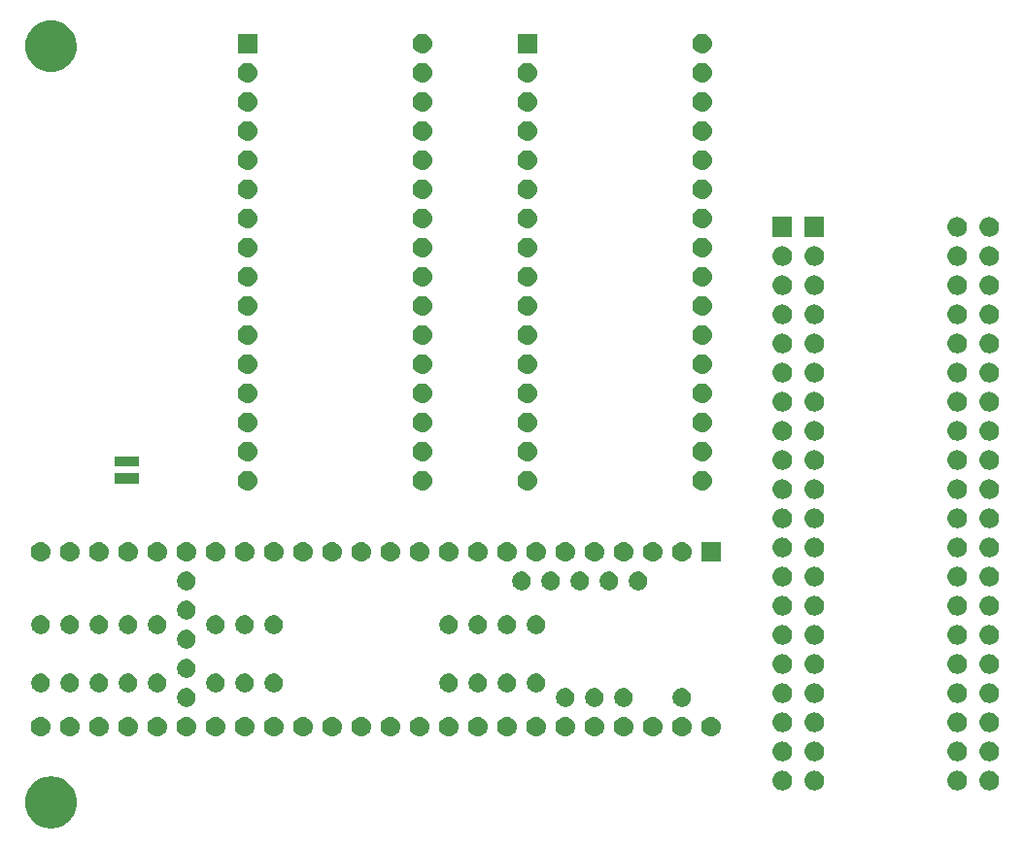
<source format=gbr>
G04 #@! TF.GenerationSoftware,KiCad,Pcbnew,(5.1.2-1)-1*
G04 #@! TF.CreationDate,2020-06-29T00:37:08+01:00*
G04 #@! TF.ProjectId,tranZPUter-SW_v1_1,7472616e-5a50-4557-9465-722d53575f76,rev?*
G04 #@! TF.SameCoordinates,Original*
G04 #@! TF.FileFunction,Soldermask,Bot*
G04 #@! TF.FilePolarity,Negative*
%FSLAX46Y46*%
G04 Gerber Fmt 4.6, Leading zero omitted, Abs format (unit mm)*
G04 Created by KiCad (PCBNEW (5.1.2-1)-1) date 2020-06-29 00:37:08*
%MOMM*%
%LPD*%
G04 APERTURE LIST*
%ADD10C,0.100000*%
G04 APERTURE END LIST*
D10*
G36*
X115591880Y-141904776D02*
G01*
X115972593Y-141980504D01*
X116382249Y-142150189D01*
X116750929Y-142396534D01*
X117064466Y-142710071D01*
X117310811Y-143078751D01*
X117480496Y-143488407D01*
X117567000Y-143923296D01*
X117567000Y-144366704D01*
X117480496Y-144801593D01*
X117310811Y-145211249D01*
X117064466Y-145579929D01*
X116750929Y-145893466D01*
X116382249Y-146139811D01*
X115972593Y-146309496D01*
X115591880Y-146385224D01*
X115537705Y-146396000D01*
X115094295Y-146396000D01*
X115040120Y-146385224D01*
X114659407Y-146309496D01*
X114249751Y-146139811D01*
X113881071Y-145893466D01*
X113567534Y-145579929D01*
X113321189Y-145211249D01*
X113151504Y-144801593D01*
X113065000Y-144366704D01*
X113065000Y-143923296D01*
X113151504Y-143488407D01*
X113321189Y-143078751D01*
X113567534Y-142710071D01*
X113881071Y-142396534D01*
X114249751Y-142150189D01*
X114659407Y-141980504D01*
X115040120Y-141904776D01*
X115094295Y-141894000D01*
X115537705Y-141894000D01*
X115591880Y-141904776D01*
X115591880Y-141904776D01*
G37*
G36*
X179236823Y-141401313D02*
G01*
X179397242Y-141449976D01*
X179529906Y-141520886D01*
X179545078Y-141528996D01*
X179674659Y-141635341D01*
X179781004Y-141764922D01*
X179781005Y-141764924D01*
X179860024Y-141912758D01*
X179908687Y-142073177D01*
X179925117Y-142240000D01*
X179908687Y-142406823D01*
X179860024Y-142567242D01*
X179836118Y-142611967D01*
X179781004Y-142715078D01*
X179674659Y-142844659D01*
X179545078Y-142951004D01*
X179545076Y-142951005D01*
X179397242Y-143030024D01*
X179236823Y-143078687D01*
X179111804Y-143091000D01*
X179028196Y-143091000D01*
X178903177Y-143078687D01*
X178742758Y-143030024D01*
X178594924Y-142951005D01*
X178594922Y-142951004D01*
X178465341Y-142844659D01*
X178358996Y-142715078D01*
X178303882Y-142611967D01*
X178279976Y-142567242D01*
X178231313Y-142406823D01*
X178214883Y-142240000D01*
X178231313Y-142073177D01*
X178279976Y-141912758D01*
X178358995Y-141764924D01*
X178358996Y-141764922D01*
X178465341Y-141635341D01*
X178594922Y-141528996D01*
X178610094Y-141520886D01*
X178742758Y-141449976D01*
X178903177Y-141401313D01*
X179028196Y-141389000D01*
X179111804Y-141389000D01*
X179236823Y-141401313D01*
X179236823Y-141401313D01*
G37*
G36*
X194476823Y-141401313D02*
G01*
X194637242Y-141449976D01*
X194769906Y-141520886D01*
X194785078Y-141528996D01*
X194914659Y-141635341D01*
X195021004Y-141764922D01*
X195021005Y-141764924D01*
X195100024Y-141912758D01*
X195148687Y-142073177D01*
X195165117Y-142240000D01*
X195148687Y-142406823D01*
X195100024Y-142567242D01*
X195076118Y-142611967D01*
X195021004Y-142715078D01*
X194914659Y-142844659D01*
X194785078Y-142951004D01*
X194785076Y-142951005D01*
X194637242Y-143030024D01*
X194476823Y-143078687D01*
X194351804Y-143091000D01*
X194268196Y-143091000D01*
X194143177Y-143078687D01*
X193982758Y-143030024D01*
X193834924Y-142951005D01*
X193834922Y-142951004D01*
X193705341Y-142844659D01*
X193598996Y-142715078D01*
X193543882Y-142611967D01*
X193519976Y-142567242D01*
X193471313Y-142406823D01*
X193454883Y-142240000D01*
X193471313Y-142073177D01*
X193519976Y-141912758D01*
X193598995Y-141764924D01*
X193598996Y-141764922D01*
X193705341Y-141635341D01*
X193834922Y-141528996D01*
X193850094Y-141520886D01*
X193982758Y-141449976D01*
X194143177Y-141401313D01*
X194268196Y-141389000D01*
X194351804Y-141389000D01*
X194476823Y-141401313D01*
X194476823Y-141401313D01*
G37*
G36*
X197270823Y-141401313D02*
G01*
X197431242Y-141449976D01*
X197563906Y-141520886D01*
X197579078Y-141528996D01*
X197708659Y-141635341D01*
X197815004Y-141764922D01*
X197815005Y-141764924D01*
X197894024Y-141912758D01*
X197942687Y-142073177D01*
X197959117Y-142240000D01*
X197942687Y-142406823D01*
X197894024Y-142567242D01*
X197870118Y-142611967D01*
X197815004Y-142715078D01*
X197708659Y-142844659D01*
X197579078Y-142951004D01*
X197579076Y-142951005D01*
X197431242Y-143030024D01*
X197270823Y-143078687D01*
X197145804Y-143091000D01*
X197062196Y-143091000D01*
X196937177Y-143078687D01*
X196776758Y-143030024D01*
X196628924Y-142951005D01*
X196628922Y-142951004D01*
X196499341Y-142844659D01*
X196392996Y-142715078D01*
X196337882Y-142611967D01*
X196313976Y-142567242D01*
X196265313Y-142406823D01*
X196248883Y-142240000D01*
X196265313Y-142073177D01*
X196313976Y-141912758D01*
X196392995Y-141764924D01*
X196392996Y-141764922D01*
X196499341Y-141635341D01*
X196628922Y-141528996D01*
X196644094Y-141520886D01*
X196776758Y-141449976D01*
X196937177Y-141401313D01*
X197062196Y-141389000D01*
X197145804Y-141389000D01*
X197270823Y-141401313D01*
X197270823Y-141401313D01*
G37*
G36*
X182030823Y-141401313D02*
G01*
X182191242Y-141449976D01*
X182323906Y-141520886D01*
X182339078Y-141528996D01*
X182468659Y-141635341D01*
X182575004Y-141764922D01*
X182575005Y-141764924D01*
X182654024Y-141912758D01*
X182702687Y-142073177D01*
X182719117Y-142240000D01*
X182702687Y-142406823D01*
X182654024Y-142567242D01*
X182630118Y-142611967D01*
X182575004Y-142715078D01*
X182468659Y-142844659D01*
X182339078Y-142951004D01*
X182339076Y-142951005D01*
X182191242Y-143030024D01*
X182030823Y-143078687D01*
X181905804Y-143091000D01*
X181822196Y-143091000D01*
X181697177Y-143078687D01*
X181536758Y-143030024D01*
X181388924Y-142951005D01*
X181388922Y-142951004D01*
X181259341Y-142844659D01*
X181152996Y-142715078D01*
X181097882Y-142611967D01*
X181073976Y-142567242D01*
X181025313Y-142406823D01*
X181008883Y-142240000D01*
X181025313Y-142073177D01*
X181073976Y-141912758D01*
X181152995Y-141764924D01*
X181152996Y-141764922D01*
X181259341Y-141635341D01*
X181388922Y-141528996D01*
X181404094Y-141520886D01*
X181536758Y-141449976D01*
X181697177Y-141401313D01*
X181822196Y-141389000D01*
X181905804Y-141389000D01*
X182030823Y-141401313D01*
X182030823Y-141401313D01*
G37*
G36*
X179236823Y-138861313D02*
G01*
X179397242Y-138909976D01*
X179529906Y-138980886D01*
X179545078Y-138988996D01*
X179674659Y-139095341D01*
X179781004Y-139224922D01*
X179781005Y-139224924D01*
X179860024Y-139372758D01*
X179908687Y-139533177D01*
X179925117Y-139700000D01*
X179908687Y-139866823D01*
X179860024Y-140027242D01*
X179789114Y-140159906D01*
X179781004Y-140175078D01*
X179674659Y-140304659D01*
X179545078Y-140411004D01*
X179545076Y-140411005D01*
X179397242Y-140490024D01*
X179236823Y-140538687D01*
X179111804Y-140551000D01*
X179028196Y-140551000D01*
X178903177Y-140538687D01*
X178742758Y-140490024D01*
X178594924Y-140411005D01*
X178594922Y-140411004D01*
X178465341Y-140304659D01*
X178358996Y-140175078D01*
X178350886Y-140159906D01*
X178279976Y-140027242D01*
X178231313Y-139866823D01*
X178214883Y-139700000D01*
X178231313Y-139533177D01*
X178279976Y-139372758D01*
X178358995Y-139224924D01*
X178358996Y-139224922D01*
X178465341Y-139095341D01*
X178594922Y-138988996D01*
X178610094Y-138980886D01*
X178742758Y-138909976D01*
X178903177Y-138861313D01*
X179028196Y-138849000D01*
X179111804Y-138849000D01*
X179236823Y-138861313D01*
X179236823Y-138861313D01*
G37*
G36*
X194476823Y-138861313D02*
G01*
X194637242Y-138909976D01*
X194769906Y-138980886D01*
X194785078Y-138988996D01*
X194914659Y-139095341D01*
X195021004Y-139224922D01*
X195021005Y-139224924D01*
X195100024Y-139372758D01*
X195148687Y-139533177D01*
X195165117Y-139700000D01*
X195148687Y-139866823D01*
X195100024Y-140027242D01*
X195029114Y-140159906D01*
X195021004Y-140175078D01*
X194914659Y-140304659D01*
X194785078Y-140411004D01*
X194785076Y-140411005D01*
X194637242Y-140490024D01*
X194476823Y-140538687D01*
X194351804Y-140551000D01*
X194268196Y-140551000D01*
X194143177Y-140538687D01*
X193982758Y-140490024D01*
X193834924Y-140411005D01*
X193834922Y-140411004D01*
X193705341Y-140304659D01*
X193598996Y-140175078D01*
X193590886Y-140159906D01*
X193519976Y-140027242D01*
X193471313Y-139866823D01*
X193454883Y-139700000D01*
X193471313Y-139533177D01*
X193519976Y-139372758D01*
X193598995Y-139224924D01*
X193598996Y-139224922D01*
X193705341Y-139095341D01*
X193834922Y-138988996D01*
X193850094Y-138980886D01*
X193982758Y-138909976D01*
X194143177Y-138861313D01*
X194268196Y-138849000D01*
X194351804Y-138849000D01*
X194476823Y-138861313D01*
X194476823Y-138861313D01*
G37*
G36*
X197270823Y-138861313D02*
G01*
X197431242Y-138909976D01*
X197563906Y-138980886D01*
X197579078Y-138988996D01*
X197708659Y-139095341D01*
X197815004Y-139224922D01*
X197815005Y-139224924D01*
X197894024Y-139372758D01*
X197942687Y-139533177D01*
X197959117Y-139700000D01*
X197942687Y-139866823D01*
X197894024Y-140027242D01*
X197823114Y-140159906D01*
X197815004Y-140175078D01*
X197708659Y-140304659D01*
X197579078Y-140411004D01*
X197579076Y-140411005D01*
X197431242Y-140490024D01*
X197270823Y-140538687D01*
X197145804Y-140551000D01*
X197062196Y-140551000D01*
X196937177Y-140538687D01*
X196776758Y-140490024D01*
X196628924Y-140411005D01*
X196628922Y-140411004D01*
X196499341Y-140304659D01*
X196392996Y-140175078D01*
X196384886Y-140159906D01*
X196313976Y-140027242D01*
X196265313Y-139866823D01*
X196248883Y-139700000D01*
X196265313Y-139533177D01*
X196313976Y-139372758D01*
X196392995Y-139224924D01*
X196392996Y-139224922D01*
X196499341Y-139095341D01*
X196628922Y-138988996D01*
X196644094Y-138980886D01*
X196776758Y-138909976D01*
X196937177Y-138861313D01*
X197062196Y-138849000D01*
X197145804Y-138849000D01*
X197270823Y-138861313D01*
X197270823Y-138861313D01*
G37*
G36*
X182030823Y-138861313D02*
G01*
X182191242Y-138909976D01*
X182323906Y-138980886D01*
X182339078Y-138988996D01*
X182468659Y-139095341D01*
X182575004Y-139224922D01*
X182575005Y-139224924D01*
X182654024Y-139372758D01*
X182702687Y-139533177D01*
X182719117Y-139700000D01*
X182702687Y-139866823D01*
X182654024Y-140027242D01*
X182583114Y-140159906D01*
X182575004Y-140175078D01*
X182468659Y-140304659D01*
X182339078Y-140411004D01*
X182339076Y-140411005D01*
X182191242Y-140490024D01*
X182030823Y-140538687D01*
X181905804Y-140551000D01*
X181822196Y-140551000D01*
X181697177Y-140538687D01*
X181536758Y-140490024D01*
X181388924Y-140411005D01*
X181388922Y-140411004D01*
X181259341Y-140304659D01*
X181152996Y-140175078D01*
X181144886Y-140159906D01*
X181073976Y-140027242D01*
X181025313Y-139866823D01*
X181008883Y-139700000D01*
X181025313Y-139533177D01*
X181073976Y-139372758D01*
X181152995Y-139224924D01*
X181152996Y-139224922D01*
X181259341Y-139095341D01*
X181388922Y-138988996D01*
X181404094Y-138980886D01*
X181536758Y-138909976D01*
X181697177Y-138861313D01*
X181822196Y-138849000D01*
X181905804Y-138849000D01*
X182030823Y-138861313D01*
X182030823Y-138861313D01*
G37*
G36*
X129833823Y-136702313D02*
G01*
X129994242Y-136750976D01*
X130126906Y-136821886D01*
X130142078Y-136829996D01*
X130271659Y-136936341D01*
X130378004Y-137065922D01*
X130378005Y-137065924D01*
X130457024Y-137213758D01*
X130505687Y-137374177D01*
X130522117Y-137541000D01*
X130505687Y-137707823D01*
X130457024Y-137868242D01*
X130413310Y-137950025D01*
X130378004Y-138016078D01*
X130271659Y-138145659D01*
X130142078Y-138252004D01*
X130142076Y-138252005D01*
X129994242Y-138331024D01*
X129833823Y-138379687D01*
X129708804Y-138392000D01*
X129625196Y-138392000D01*
X129500177Y-138379687D01*
X129339758Y-138331024D01*
X129191924Y-138252005D01*
X129191922Y-138252004D01*
X129062341Y-138145659D01*
X128955996Y-138016078D01*
X128920690Y-137950025D01*
X128876976Y-137868242D01*
X128828313Y-137707823D01*
X128811883Y-137541000D01*
X128828313Y-137374177D01*
X128876976Y-137213758D01*
X128955995Y-137065924D01*
X128955996Y-137065922D01*
X129062341Y-136936341D01*
X129191922Y-136829996D01*
X129207094Y-136821886D01*
X129339758Y-136750976D01*
X129500177Y-136702313D01*
X129625196Y-136690000D01*
X129708804Y-136690000D01*
X129833823Y-136702313D01*
X129833823Y-136702313D01*
G37*
G36*
X127293823Y-136702313D02*
G01*
X127454242Y-136750976D01*
X127586906Y-136821886D01*
X127602078Y-136829996D01*
X127731659Y-136936341D01*
X127838004Y-137065922D01*
X127838005Y-137065924D01*
X127917024Y-137213758D01*
X127965687Y-137374177D01*
X127982117Y-137541000D01*
X127965687Y-137707823D01*
X127917024Y-137868242D01*
X127873310Y-137950025D01*
X127838004Y-138016078D01*
X127731659Y-138145659D01*
X127602078Y-138252004D01*
X127602076Y-138252005D01*
X127454242Y-138331024D01*
X127293823Y-138379687D01*
X127168804Y-138392000D01*
X127085196Y-138392000D01*
X126960177Y-138379687D01*
X126799758Y-138331024D01*
X126651924Y-138252005D01*
X126651922Y-138252004D01*
X126522341Y-138145659D01*
X126415996Y-138016078D01*
X126380690Y-137950025D01*
X126336976Y-137868242D01*
X126288313Y-137707823D01*
X126271883Y-137541000D01*
X126288313Y-137374177D01*
X126336976Y-137213758D01*
X126415995Y-137065924D01*
X126415996Y-137065922D01*
X126522341Y-136936341D01*
X126651922Y-136829996D01*
X126667094Y-136821886D01*
X126799758Y-136750976D01*
X126960177Y-136702313D01*
X127085196Y-136690000D01*
X127168804Y-136690000D01*
X127293823Y-136702313D01*
X127293823Y-136702313D01*
G37*
G36*
X124753823Y-136702313D02*
G01*
X124914242Y-136750976D01*
X125046906Y-136821886D01*
X125062078Y-136829996D01*
X125191659Y-136936341D01*
X125298004Y-137065922D01*
X125298005Y-137065924D01*
X125377024Y-137213758D01*
X125425687Y-137374177D01*
X125442117Y-137541000D01*
X125425687Y-137707823D01*
X125377024Y-137868242D01*
X125333310Y-137950025D01*
X125298004Y-138016078D01*
X125191659Y-138145659D01*
X125062078Y-138252004D01*
X125062076Y-138252005D01*
X124914242Y-138331024D01*
X124753823Y-138379687D01*
X124628804Y-138392000D01*
X124545196Y-138392000D01*
X124420177Y-138379687D01*
X124259758Y-138331024D01*
X124111924Y-138252005D01*
X124111922Y-138252004D01*
X123982341Y-138145659D01*
X123875996Y-138016078D01*
X123840690Y-137950025D01*
X123796976Y-137868242D01*
X123748313Y-137707823D01*
X123731883Y-137541000D01*
X123748313Y-137374177D01*
X123796976Y-137213758D01*
X123875995Y-137065924D01*
X123875996Y-137065922D01*
X123982341Y-136936341D01*
X124111922Y-136829996D01*
X124127094Y-136821886D01*
X124259758Y-136750976D01*
X124420177Y-136702313D01*
X124545196Y-136690000D01*
X124628804Y-136690000D01*
X124753823Y-136702313D01*
X124753823Y-136702313D01*
G37*
G36*
X122213823Y-136702313D02*
G01*
X122374242Y-136750976D01*
X122506906Y-136821886D01*
X122522078Y-136829996D01*
X122651659Y-136936341D01*
X122758004Y-137065922D01*
X122758005Y-137065924D01*
X122837024Y-137213758D01*
X122885687Y-137374177D01*
X122902117Y-137541000D01*
X122885687Y-137707823D01*
X122837024Y-137868242D01*
X122793310Y-137950025D01*
X122758004Y-138016078D01*
X122651659Y-138145659D01*
X122522078Y-138252004D01*
X122522076Y-138252005D01*
X122374242Y-138331024D01*
X122213823Y-138379687D01*
X122088804Y-138392000D01*
X122005196Y-138392000D01*
X121880177Y-138379687D01*
X121719758Y-138331024D01*
X121571924Y-138252005D01*
X121571922Y-138252004D01*
X121442341Y-138145659D01*
X121335996Y-138016078D01*
X121300690Y-137950025D01*
X121256976Y-137868242D01*
X121208313Y-137707823D01*
X121191883Y-137541000D01*
X121208313Y-137374177D01*
X121256976Y-137213758D01*
X121335995Y-137065924D01*
X121335996Y-137065922D01*
X121442341Y-136936341D01*
X121571922Y-136829996D01*
X121587094Y-136821886D01*
X121719758Y-136750976D01*
X121880177Y-136702313D01*
X122005196Y-136690000D01*
X122088804Y-136690000D01*
X122213823Y-136702313D01*
X122213823Y-136702313D01*
G37*
G36*
X119673823Y-136702313D02*
G01*
X119834242Y-136750976D01*
X119966906Y-136821886D01*
X119982078Y-136829996D01*
X120111659Y-136936341D01*
X120218004Y-137065922D01*
X120218005Y-137065924D01*
X120297024Y-137213758D01*
X120345687Y-137374177D01*
X120362117Y-137541000D01*
X120345687Y-137707823D01*
X120297024Y-137868242D01*
X120253310Y-137950025D01*
X120218004Y-138016078D01*
X120111659Y-138145659D01*
X119982078Y-138252004D01*
X119982076Y-138252005D01*
X119834242Y-138331024D01*
X119673823Y-138379687D01*
X119548804Y-138392000D01*
X119465196Y-138392000D01*
X119340177Y-138379687D01*
X119179758Y-138331024D01*
X119031924Y-138252005D01*
X119031922Y-138252004D01*
X118902341Y-138145659D01*
X118795996Y-138016078D01*
X118760690Y-137950025D01*
X118716976Y-137868242D01*
X118668313Y-137707823D01*
X118651883Y-137541000D01*
X118668313Y-137374177D01*
X118716976Y-137213758D01*
X118795995Y-137065924D01*
X118795996Y-137065922D01*
X118902341Y-136936341D01*
X119031922Y-136829996D01*
X119047094Y-136821886D01*
X119179758Y-136750976D01*
X119340177Y-136702313D01*
X119465196Y-136690000D01*
X119548804Y-136690000D01*
X119673823Y-136702313D01*
X119673823Y-136702313D01*
G37*
G36*
X117133823Y-136702313D02*
G01*
X117294242Y-136750976D01*
X117426906Y-136821886D01*
X117442078Y-136829996D01*
X117571659Y-136936341D01*
X117678004Y-137065922D01*
X117678005Y-137065924D01*
X117757024Y-137213758D01*
X117805687Y-137374177D01*
X117822117Y-137541000D01*
X117805687Y-137707823D01*
X117757024Y-137868242D01*
X117713310Y-137950025D01*
X117678004Y-138016078D01*
X117571659Y-138145659D01*
X117442078Y-138252004D01*
X117442076Y-138252005D01*
X117294242Y-138331024D01*
X117133823Y-138379687D01*
X117008804Y-138392000D01*
X116925196Y-138392000D01*
X116800177Y-138379687D01*
X116639758Y-138331024D01*
X116491924Y-138252005D01*
X116491922Y-138252004D01*
X116362341Y-138145659D01*
X116255996Y-138016078D01*
X116220690Y-137950025D01*
X116176976Y-137868242D01*
X116128313Y-137707823D01*
X116111883Y-137541000D01*
X116128313Y-137374177D01*
X116176976Y-137213758D01*
X116255995Y-137065924D01*
X116255996Y-137065922D01*
X116362341Y-136936341D01*
X116491922Y-136829996D01*
X116507094Y-136821886D01*
X116639758Y-136750976D01*
X116800177Y-136702313D01*
X116925196Y-136690000D01*
X117008804Y-136690000D01*
X117133823Y-136702313D01*
X117133823Y-136702313D01*
G37*
G36*
X114593823Y-136702313D02*
G01*
X114754242Y-136750976D01*
X114886906Y-136821886D01*
X114902078Y-136829996D01*
X115031659Y-136936341D01*
X115138004Y-137065922D01*
X115138005Y-137065924D01*
X115217024Y-137213758D01*
X115265687Y-137374177D01*
X115282117Y-137541000D01*
X115265687Y-137707823D01*
X115217024Y-137868242D01*
X115173310Y-137950025D01*
X115138004Y-138016078D01*
X115031659Y-138145659D01*
X114902078Y-138252004D01*
X114902076Y-138252005D01*
X114754242Y-138331024D01*
X114593823Y-138379687D01*
X114468804Y-138392000D01*
X114385196Y-138392000D01*
X114260177Y-138379687D01*
X114099758Y-138331024D01*
X113951924Y-138252005D01*
X113951922Y-138252004D01*
X113822341Y-138145659D01*
X113715996Y-138016078D01*
X113680690Y-137950025D01*
X113636976Y-137868242D01*
X113588313Y-137707823D01*
X113571883Y-137541000D01*
X113588313Y-137374177D01*
X113636976Y-137213758D01*
X113715995Y-137065924D01*
X113715996Y-137065922D01*
X113822341Y-136936341D01*
X113951922Y-136829996D01*
X113967094Y-136821886D01*
X114099758Y-136750976D01*
X114260177Y-136702313D01*
X114385196Y-136690000D01*
X114468804Y-136690000D01*
X114593823Y-136702313D01*
X114593823Y-136702313D01*
G37*
G36*
X170473823Y-136702313D02*
G01*
X170634242Y-136750976D01*
X170766906Y-136821886D01*
X170782078Y-136829996D01*
X170911659Y-136936341D01*
X171018004Y-137065922D01*
X171018005Y-137065924D01*
X171097024Y-137213758D01*
X171145687Y-137374177D01*
X171162117Y-137541000D01*
X171145687Y-137707823D01*
X171097024Y-137868242D01*
X171053310Y-137950025D01*
X171018004Y-138016078D01*
X170911659Y-138145659D01*
X170782078Y-138252004D01*
X170782076Y-138252005D01*
X170634242Y-138331024D01*
X170473823Y-138379687D01*
X170348804Y-138392000D01*
X170265196Y-138392000D01*
X170140177Y-138379687D01*
X169979758Y-138331024D01*
X169831924Y-138252005D01*
X169831922Y-138252004D01*
X169702341Y-138145659D01*
X169595996Y-138016078D01*
X169560690Y-137950025D01*
X169516976Y-137868242D01*
X169468313Y-137707823D01*
X169451883Y-137541000D01*
X169468313Y-137374177D01*
X169516976Y-137213758D01*
X169595995Y-137065924D01*
X169595996Y-137065922D01*
X169702341Y-136936341D01*
X169831922Y-136829996D01*
X169847094Y-136821886D01*
X169979758Y-136750976D01*
X170140177Y-136702313D01*
X170265196Y-136690000D01*
X170348804Y-136690000D01*
X170473823Y-136702313D01*
X170473823Y-136702313D01*
G37*
G36*
X167933823Y-136702313D02*
G01*
X168094242Y-136750976D01*
X168226906Y-136821886D01*
X168242078Y-136829996D01*
X168371659Y-136936341D01*
X168478004Y-137065922D01*
X168478005Y-137065924D01*
X168557024Y-137213758D01*
X168605687Y-137374177D01*
X168622117Y-137541000D01*
X168605687Y-137707823D01*
X168557024Y-137868242D01*
X168513310Y-137950025D01*
X168478004Y-138016078D01*
X168371659Y-138145659D01*
X168242078Y-138252004D01*
X168242076Y-138252005D01*
X168094242Y-138331024D01*
X167933823Y-138379687D01*
X167808804Y-138392000D01*
X167725196Y-138392000D01*
X167600177Y-138379687D01*
X167439758Y-138331024D01*
X167291924Y-138252005D01*
X167291922Y-138252004D01*
X167162341Y-138145659D01*
X167055996Y-138016078D01*
X167020690Y-137950025D01*
X166976976Y-137868242D01*
X166928313Y-137707823D01*
X166911883Y-137541000D01*
X166928313Y-137374177D01*
X166976976Y-137213758D01*
X167055995Y-137065924D01*
X167055996Y-137065922D01*
X167162341Y-136936341D01*
X167291922Y-136829996D01*
X167307094Y-136821886D01*
X167439758Y-136750976D01*
X167600177Y-136702313D01*
X167725196Y-136690000D01*
X167808804Y-136690000D01*
X167933823Y-136702313D01*
X167933823Y-136702313D01*
G37*
G36*
X165393823Y-136702313D02*
G01*
X165554242Y-136750976D01*
X165686906Y-136821886D01*
X165702078Y-136829996D01*
X165831659Y-136936341D01*
X165938004Y-137065922D01*
X165938005Y-137065924D01*
X166017024Y-137213758D01*
X166065687Y-137374177D01*
X166082117Y-137541000D01*
X166065687Y-137707823D01*
X166017024Y-137868242D01*
X165973310Y-137950025D01*
X165938004Y-138016078D01*
X165831659Y-138145659D01*
X165702078Y-138252004D01*
X165702076Y-138252005D01*
X165554242Y-138331024D01*
X165393823Y-138379687D01*
X165268804Y-138392000D01*
X165185196Y-138392000D01*
X165060177Y-138379687D01*
X164899758Y-138331024D01*
X164751924Y-138252005D01*
X164751922Y-138252004D01*
X164622341Y-138145659D01*
X164515996Y-138016078D01*
X164480690Y-137950025D01*
X164436976Y-137868242D01*
X164388313Y-137707823D01*
X164371883Y-137541000D01*
X164388313Y-137374177D01*
X164436976Y-137213758D01*
X164515995Y-137065924D01*
X164515996Y-137065922D01*
X164622341Y-136936341D01*
X164751922Y-136829996D01*
X164767094Y-136821886D01*
X164899758Y-136750976D01*
X165060177Y-136702313D01*
X165185196Y-136690000D01*
X165268804Y-136690000D01*
X165393823Y-136702313D01*
X165393823Y-136702313D01*
G37*
G36*
X162853823Y-136702313D02*
G01*
X163014242Y-136750976D01*
X163146906Y-136821886D01*
X163162078Y-136829996D01*
X163291659Y-136936341D01*
X163398004Y-137065922D01*
X163398005Y-137065924D01*
X163477024Y-137213758D01*
X163525687Y-137374177D01*
X163542117Y-137541000D01*
X163525687Y-137707823D01*
X163477024Y-137868242D01*
X163433310Y-137950025D01*
X163398004Y-138016078D01*
X163291659Y-138145659D01*
X163162078Y-138252004D01*
X163162076Y-138252005D01*
X163014242Y-138331024D01*
X162853823Y-138379687D01*
X162728804Y-138392000D01*
X162645196Y-138392000D01*
X162520177Y-138379687D01*
X162359758Y-138331024D01*
X162211924Y-138252005D01*
X162211922Y-138252004D01*
X162082341Y-138145659D01*
X161975996Y-138016078D01*
X161940690Y-137950025D01*
X161896976Y-137868242D01*
X161848313Y-137707823D01*
X161831883Y-137541000D01*
X161848313Y-137374177D01*
X161896976Y-137213758D01*
X161975995Y-137065924D01*
X161975996Y-137065922D01*
X162082341Y-136936341D01*
X162211922Y-136829996D01*
X162227094Y-136821886D01*
X162359758Y-136750976D01*
X162520177Y-136702313D01*
X162645196Y-136690000D01*
X162728804Y-136690000D01*
X162853823Y-136702313D01*
X162853823Y-136702313D01*
G37*
G36*
X160313823Y-136702313D02*
G01*
X160474242Y-136750976D01*
X160606906Y-136821886D01*
X160622078Y-136829996D01*
X160751659Y-136936341D01*
X160858004Y-137065922D01*
X160858005Y-137065924D01*
X160937024Y-137213758D01*
X160985687Y-137374177D01*
X161002117Y-137541000D01*
X160985687Y-137707823D01*
X160937024Y-137868242D01*
X160893310Y-137950025D01*
X160858004Y-138016078D01*
X160751659Y-138145659D01*
X160622078Y-138252004D01*
X160622076Y-138252005D01*
X160474242Y-138331024D01*
X160313823Y-138379687D01*
X160188804Y-138392000D01*
X160105196Y-138392000D01*
X159980177Y-138379687D01*
X159819758Y-138331024D01*
X159671924Y-138252005D01*
X159671922Y-138252004D01*
X159542341Y-138145659D01*
X159435996Y-138016078D01*
X159400690Y-137950025D01*
X159356976Y-137868242D01*
X159308313Y-137707823D01*
X159291883Y-137541000D01*
X159308313Y-137374177D01*
X159356976Y-137213758D01*
X159435995Y-137065924D01*
X159435996Y-137065922D01*
X159542341Y-136936341D01*
X159671922Y-136829996D01*
X159687094Y-136821886D01*
X159819758Y-136750976D01*
X159980177Y-136702313D01*
X160105196Y-136690000D01*
X160188804Y-136690000D01*
X160313823Y-136702313D01*
X160313823Y-136702313D01*
G37*
G36*
X157773823Y-136702313D02*
G01*
X157934242Y-136750976D01*
X158066906Y-136821886D01*
X158082078Y-136829996D01*
X158211659Y-136936341D01*
X158318004Y-137065922D01*
X158318005Y-137065924D01*
X158397024Y-137213758D01*
X158445687Y-137374177D01*
X158462117Y-137541000D01*
X158445687Y-137707823D01*
X158397024Y-137868242D01*
X158353310Y-137950025D01*
X158318004Y-138016078D01*
X158211659Y-138145659D01*
X158082078Y-138252004D01*
X158082076Y-138252005D01*
X157934242Y-138331024D01*
X157773823Y-138379687D01*
X157648804Y-138392000D01*
X157565196Y-138392000D01*
X157440177Y-138379687D01*
X157279758Y-138331024D01*
X157131924Y-138252005D01*
X157131922Y-138252004D01*
X157002341Y-138145659D01*
X156895996Y-138016078D01*
X156860690Y-137950025D01*
X156816976Y-137868242D01*
X156768313Y-137707823D01*
X156751883Y-137541000D01*
X156768313Y-137374177D01*
X156816976Y-137213758D01*
X156895995Y-137065924D01*
X156895996Y-137065922D01*
X157002341Y-136936341D01*
X157131922Y-136829996D01*
X157147094Y-136821886D01*
X157279758Y-136750976D01*
X157440177Y-136702313D01*
X157565196Y-136690000D01*
X157648804Y-136690000D01*
X157773823Y-136702313D01*
X157773823Y-136702313D01*
G37*
G36*
X155233823Y-136702313D02*
G01*
X155394242Y-136750976D01*
X155526906Y-136821886D01*
X155542078Y-136829996D01*
X155671659Y-136936341D01*
X155778004Y-137065922D01*
X155778005Y-137065924D01*
X155857024Y-137213758D01*
X155905687Y-137374177D01*
X155922117Y-137541000D01*
X155905687Y-137707823D01*
X155857024Y-137868242D01*
X155813310Y-137950025D01*
X155778004Y-138016078D01*
X155671659Y-138145659D01*
X155542078Y-138252004D01*
X155542076Y-138252005D01*
X155394242Y-138331024D01*
X155233823Y-138379687D01*
X155108804Y-138392000D01*
X155025196Y-138392000D01*
X154900177Y-138379687D01*
X154739758Y-138331024D01*
X154591924Y-138252005D01*
X154591922Y-138252004D01*
X154462341Y-138145659D01*
X154355996Y-138016078D01*
X154320690Y-137950025D01*
X154276976Y-137868242D01*
X154228313Y-137707823D01*
X154211883Y-137541000D01*
X154228313Y-137374177D01*
X154276976Y-137213758D01*
X154355995Y-137065924D01*
X154355996Y-137065922D01*
X154462341Y-136936341D01*
X154591922Y-136829996D01*
X154607094Y-136821886D01*
X154739758Y-136750976D01*
X154900177Y-136702313D01*
X155025196Y-136690000D01*
X155108804Y-136690000D01*
X155233823Y-136702313D01*
X155233823Y-136702313D01*
G37*
G36*
X152693823Y-136702313D02*
G01*
X152854242Y-136750976D01*
X152986906Y-136821886D01*
X153002078Y-136829996D01*
X153131659Y-136936341D01*
X153238004Y-137065922D01*
X153238005Y-137065924D01*
X153317024Y-137213758D01*
X153365687Y-137374177D01*
X153382117Y-137541000D01*
X153365687Y-137707823D01*
X153317024Y-137868242D01*
X153273310Y-137950025D01*
X153238004Y-138016078D01*
X153131659Y-138145659D01*
X153002078Y-138252004D01*
X153002076Y-138252005D01*
X152854242Y-138331024D01*
X152693823Y-138379687D01*
X152568804Y-138392000D01*
X152485196Y-138392000D01*
X152360177Y-138379687D01*
X152199758Y-138331024D01*
X152051924Y-138252005D01*
X152051922Y-138252004D01*
X151922341Y-138145659D01*
X151815996Y-138016078D01*
X151780690Y-137950025D01*
X151736976Y-137868242D01*
X151688313Y-137707823D01*
X151671883Y-137541000D01*
X151688313Y-137374177D01*
X151736976Y-137213758D01*
X151815995Y-137065924D01*
X151815996Y-137065922D01*
X151922341Y-136936341D01*
X152051922Y-136829996D01*
X152067094Y-136821886D01*
X152199758Y-136750976D01*
X152360177Y-136702313D01*
X152485196Y-136690000D01*
X152568804Y-136690000D01*
X152693823Y-136702313D01*
X152693823Y-136702313D01*
G37*
G36*
X150153823Y-136702313D02*
G01*
X150314242Y-136750976D01*
X150446906Y-136821886D01*
X150462078Y-136829996D01*
X150591659Y-136936341D01*
X150698004Y-137065922D01*
X150698005Y-137065924D01*
X150777024Y-137213758D01*
X150825687Y-137374177D01*
X150842117Y-137541000D01*
X150825687Y-137707823D01*
X150777024Y-137868242D01*
X150733310Y-137950025D01*
X150698004Y-138016078D01*
X150591659Y-138145659D01*
X150462078Y-138252004D01*
X150462076Y-138252005D01*
X150314242Y-138331024D01*
X150153823Y-138379687D01*
X150028804Y-138392000D01*
X149945196Y-138392000D01*
X149820177Y-138379687D01*
X149659758Y-138331024D01*
X149511924Y-138252005D01*
X149511922Y-138252004D01*
X149382341Y-138145659D01*
X149275996Y-138016078D01*
X149240690Y-137950025D01*
X149196976Y-137868242D01*
X149148313Y-137707823D01*
X149131883Y-137541000D01*
X149148313Y-137374177D01*
X149196976Y-137213758D01*
X149275995Y-137065924D01*
X149275996Y-137065922D01*
X149382341Y-136936341D01*
X149511922Y-136829996D01*
X149527094Y-136821886D01*
X149659758Y-136750976D01*
X149820177Y-136702313D01*
X149945196Y-136690000D01*
X150028804Y-136690000D01*
X150153823Y-136702313D01*
X150153823Y-136702313D01*
G37*
G36*
X147613823Y-136702313D02*
G01*
X147774242Y-136750976D01*
X147906906Y-136821886D01*
X147922078Y-136829996D01*
X148051659Y-136936341D01*
X148158004Y-137065922D01*
X148158005Y-137065924D01*
X148237024Y-137213758D01*
X148285687Y-137374177D01*
X148302117Y-137541000D01*
X148285687Y-137707823D01*
X148237024Y-137868242D01*
X148193310Y-137950025D01*
X148158004Y-138016078D01*
X148051659Y-138145659D01*
X147922078Y-138252004D01*
X147922076Y-138252005D01*
X147774242Y-138331024D01*
X147613823Y-138379687D01*
X147488804Y-138392000D01*
X147405196Y-138392000D01*
X147280177Y-138379687D01*
X147119758Y-138331024D01*
X146971924Y-138252005D01*
X146971922Y-138252004D01*
X146842341Y-138145659D01*
X146735996Y-138016078D01*
X146700690Y-137950025D01*
X146656976Y-137868242D01*
X146608313Y-137707823D01*
X146591883Y-137541000D01*
X146608313Y-137374177D01*
X146656976Y-137213758D01*
X146735995Y-137065924D01*
X146735996Y-137065922D01*
X146842341Y-136936341D01*
X146971922Y-136829996D01*
X146987094Y-136821886D01*
X147119758Y-136750976D01*
X147280177Y-136702313D01*
X147405196Y-136690000D01*
X147488804Y-136690000D01*
X147613823Y-136702313D01*
X147613823Y-136702313D01*
G37*
G36*
X145073823Y-136702313D02*
G01*
X145234242Y-136750976D01*
X145366906Y-136821886D01*
X145382078Y-136829996D01*
X145511659Y-136936341D01*
X145618004Y-137065922D01*
X145618005Y-137065924D01*
X145697024Y-137213758D01*
X145745687Y-137374177D01*
X145762117Y-137541000D01*
X145745687Y-137707823D01*
X145697024Y-137868242D01*
X145653310Y-137950025D01*
X145618004Y-138016078D01*
X145511659Y-138145659D01*
X145382078Y-138252004D01*
X145382076Y-138252005D01*
X145234242Y-138331024D01*
X145073823Y-138379687D01*
X144948804Y-138392000D01*
X144865196Y-138392000D01*
X144740177Y-138379687D01*
X144579758Y-138331024D01*
X144431924Y-138252005D01*
X144431922Y-138252004D01*
X144302341Y-138145659D01*
X144195996Y-138016078D01*
X144160690Y-137950025D01*
X144116976Y-137868242D01*
X144068313Y-137707823D01*
X144051883Y-137541000D01*
X144068313Y-137374177D01*
X144116976Y-137213758D01*
X144195995Y-137065924D01*
X144195996Y-137065922D01*
X144302341Y-136936341D01*
X144431922Y-136829996D01*
X144447094Y-136821886D01*
X144579758Y-136750976D01*
X144740177Y-136702313D01*
X144865196Y-136690000D01*
X144948804Y-136690000D01*
X145073823Y-136702313D01*
X145073823Y-136702313D01*
G37*
G36*
X142533823Y-136702313D02*
G01*
X142694242Y-136750976D01*
X142826906Y-136821886D01*
X142842078Y-136829996D01*
X142971659Y-136936341D01*
X143078004Y-137065922D01*
X143078005Y-137065924D01*
X143157024Y-137213758D01*
X143205687Y-137374177D01*
X143222117Y-137541000D01*
X143205687Y-137707823D01*
X143157024Y-137868242D01*
X143113310Y-137950025D01*
X143078004Y-138016078D01*
X142971659Y-138145659D01*
X142842078Y-138252004D01*
X142842076Y-138252005D01*
X142694242Y-138331024D01*
X142533823Y-138379687D01*
X142408804Y-138392000D01*
X142325196Y-138392000D01*
X142200177Y-138379687D01*
X142039758Y-138331024D01*
X141891924Y-138252005D01*
X141891922Y-138252004D01*
X141762341Y-138145659D01*
X141655996Y-138016078D01*
X141620690Y-137950025D01*
X141576976Y-137868242D01*
X141528313Y-137707823D01*
X141511883Y-137541000D01*
X141528313Y-137374177D01*
X141576976Y-137213758D01*
X141655995Y-137065924D01*
X141655996Y-137065922D01*
X141762341Y-136936341D01*
X141891922Y-136829996D01*
X141907094Y-136821886D01*
X142039758Y-136750976D01*
X142200177Y-136702313D01*
X142325196Y-136690000D01*
X142408804Y-136690000D01*
X142533823Y-136702313D01*
X142533823Y-136702313D01*
G37*
G36*
X139993823Y-136702313D02*
G01*
X140154242Y-136750976D01*
X140286906Y-136821886D01*
X140302078Y-136829996D01*
X140431659Y-136936341D01*
X140538004Y-137065922D01*
X140538005Y-137065924D01*
X140617024Y-137213758D01*
X140665687Y-137374177D01*
X140682117Y-137541000D01*
X140665687Y-137707823D01*
X140617024Y-137868242D01*
X140573310Y-137950025D01*
X140538004Y-138016078D01*
X140431659Y-138145659D01*
X140302078Y-138252004D01*
X140302076Y-138252005D01*
X140154242Y-138331024D01*
X139993823Y-138379687D01*
X139868804Y-138392000D01*
X139785196Y-138392000D01*
X139660177Y-138379687D01*
X139499758Y-138331024D01*
X139351924Y-138252005D01*
X139351922Y-138252004D01*
X139222341Y-138145659D01*
X139115996Y-138016078D01*
X139080690Y-137950025D01*
X139036976Y-137868242D01*
X138988313Y-137707823D01*
X138971883Y-137541000D01*
X138988313Y-137374177D01*
X139036976Y-137213758D01*
X139115995Y-137065924D01*
X139115996Y-137065922D01*
X139222341Y-136936341D01*
X139351922Y-136829996D01*
X139367094Y-136821886D01*
X139499758Y-136750976D01*
X139660177Y-136702313D01*
X139785196Y-136690000D01*
X139868804Y-136690000D01*
X139993823Y-136702313D01*
X139993823Y-136702313D01*
G37*
G36*
X137453823Y-136702313D02*
G01*
X137614242Y-136750976D01*
X137746906Y-136821886D01*
X137762078Y-136829996D01*
X137891659Y-136936341D01*
X137998004Y-137065922D01*
X137998005Y-137065924D01*
X138077024Y-137213758D01*
X138125687Y-137374177D01*
X138142117Y-137541000D01*
X138125687Y-137707823D01*
X138077024Y-137868242D01*
X138033310Y-137950025D01*
X137998004Y-138016078D01*
X137891659Y-138145659D01*
X137762078Y-138252004D01*
X137762076Y-138252005D01*
X137614242Y-138331024D01*
X137453823Y-138379687D01*
X137328804Y-138392000D01*
X137245196Y-138392000D01*
X137120177Y-138379687D01*
X136959758Y-138331024D01*
X136811924Y-138252005D01*
X136811922Y-138252004D01*
X136682341Y-138145659D01*
X136575996Y-138016078D01*
X136540690Y-137950025D01*
X136496976Y-137868242D01*
X136448313Y-137707823D01*
X136431883Y-137541000D01*
X136448313Y-137374177D01*
X136496976Y-137213758D01*
X136575995Y-137065924D01*
X136575996Y-137065922D01*
X136682341Y-136936341D01*
X136811922Y-136829996D01*
X136827094Y-136821886D01*
X136959758Y-136750976D01*
X137120177Y-136702313D01*
X137245196Y-136690000D01*
X137328804Y-136690000D01*
X137453823Y-136702313D01*
X137453823Y-136702313D01*
G37*
G36*
X134913823Y-136702313D02*
G01*
X135074242Y-136750976D01*
X135206906Y-136821886D01*
X135222078Y-136829996D01*
X135351659Y-136936341D01*
X135458004Y-137065922D01*
X135458005Y-137065924D01*
X135537024Y-137213758D01*
X135585687Y-137374177D01*
X135602117Y-137541000D01*
X135585687Y-137707823D01*
X135537024Y-137868242D01*
X135493310Y-137950025D01*
X135458004Y-138016078D01*
X135351659Y-138145659D01*
X135222078Y-138252004D01*
X135222076Y-138252005D01*
X135074242Y-138331024D01*
X134913823Y-138379687D01*
X134788804Y-138392000D01*
X134705196Y-138392000D01*
X134580177Y-138379687D01*
X134419758Y-138331024D01*
X134271924Y-138252005D01*
X134271922Y-138252004D01*
X134142341Y-138145659D01*
X134035996Y-138016078D01*
X134000690Y-137950025D01*
X133956976Y-137868242D01*
X133908313Y-137707823D01*
X133891883Y-137541000D01*
X133908313Y-137374177D01*
X133956976Y-137213758D01*
X134035995Y-137065924D01*
X134035996Y-137065922D01*
X134142341Y-136936341D01*
X134271922Y-136829996D01*
X134287094Y-136821886D01*
X134419758Y-136750976D01*
X134580177Y-136702313D01*
X134705196Y-136690000D01*
X134788804Y-136690000D01*
X134913823Y-136702313D01*
X134913823Y-136702313D01*
G37*
G36*
X132373823Y-136702313D02*
G01*
X132534242Y-136750976D01*
X132666906Y-136821886D01*
X132682078Y-136829996D01*
X132811659Y-136936341D01*
X132918004Y-137065922D01*
X132918005Y-137065924D01*
X132997024Y-137213758D01*
X133045687Y-137374177D01*
X133062117Y-137541000D01*
X133045687Y-137707823D01*
X132997024Y-137868242D01*
X132953310Y-137950025D01*
X132918004Y-138016078D01*
X132811659Y-138145659D01*
X132682078Y-138252004D01*
X132682076Y-138252005D01*
X132534242Y-138331024D01*
X132373823Y-138379687D01*
X132248804Y-138392000D01*
X132165196Y-138392000D01*
X132040177Y-138379687D01*
X131879758Y-138331024D01*
X131731924Y-138252005D01*
X131731922Y-138252004D01*
X131602341Y-138145659D01*
X131495996Y-138016078D01*
X131460690Y-137950025D01*
X131416976Y-137868242D01*
X131368313Y-137707823D01*
X131351883Y-137541000D01*
X131368313Y-137374177D01*
X131416976Y-137213758D01*
X131495995Y-137065924D01*
X131495996Y-137065922D01*
X131602341Y-136936341D01*
X131731922Y-136829996D01*
X131747094Y-136821886D01*
X131879758Y-136750976D01*
X132040177Y-136702313D01*
X132165196Y-136690000D01*
X132248804Y-136690000D01*
X132373823Y-136702313D01*
X132373823Y-136702313D01*
G37*
G36*
X173013823Y-136702313D02*
G01*
X173174242Y-136750976D01*
X173306906Y-136821886D01*
X173322078Y-136829996D01*
X173451659Y-136936341D01*
X173558004Y-137065922D01*
X173558005Y-137065924D01*
X173637024Y-137213758D01*
X173685687Y-137374177D01*
X173702117Y-137541000D01*
X173685687Y-137707823D01*
X173637024Y-137868242D01*
X173593310Y-137950025D01*
X173558004Y-138016078D01*
X173451659Y-138145659D01*
X173322078Y-138252004D01*
X173322076Y-138252005D01*
X173174242Y-138331024D01*
X173013823Y-138379687D01*
X172888804Y-138392000D01*
X172805196Y-138392000D01*
X172680177Y-138379687D01*
X172519758Y-138331024D01*
X172371924Y-138252005D01*
X172371922Y-138252004D01*
X172242341Y-138145659D01*
X172135996Y-138016078D01*
X172100690Y-137950025D01*
X172056976Y-137868242D01*
X172008313Y-137707823D01*
X171991883Y-137541000D01*
X172008313Y-137374177D01*
X172056976Y-137213758D01*
X172135995Y-137065924D01*
X172135996Y-137065922D01*
X172242341Y-136936341D01*
X172371922Y-136829996D01*
X172387094Y-136821886D01*
X172519758Y-136750976D01*
X172680177Y-136702313D01*
X172805196Y-136690000D01*
X172888804Y-136690000D01*
X173013823Y-136702313D01*
X173013823Y-136702313D01*
G37*
G36*
X197270823Y-136321313D02*
G01*
X197431242Y-136369976D01*
X197563906Y-136440886D01*
X197579078Y-136448996D01*
X197708659Y-136555341D01*
X197815004Y-136684922D01*
X197815005Y-136684924D01*
X197894024Y-136832758D01*
X197942687Y-136993177D01*
X197959117Y-137160000D01*
X197942687Y-137326823D01*
X197894024Y-137487242D01*
X197823114Y-137619906D01*
X197815004Y-137635078D01*
X197708659Y-137764659D01*
X197579078Y-137871004D01*
X197579076Y-137871005D01*
X197431242Y-137950024D01*
X197270823Y-137998687D01*
X197145804Y-138011000D01*
X197062196Y-138011000D01*
X196937177Y-137998687D01*
X196776758Y-137950024D01*
X196628924Y-137871005D01*
X196628922Y-137871004D01*
X196499341Y-137764659D01*
X196392996Y-137635078D01*
X196384886Y-137619906D01*
X196313976Y-137487242D01*
X196265313Y-137326823D01*
X196248883Y-137160000D01*
X196265313Y-136993177D01*
X196313976Y-136832758D01*
X196392995Y-136684924D01*
X196392996Y-136684922D01*
X196499341Y-136555341D01*
X196628922Y-136448996D01*
X196644094Y-136440886D01*
X196776758Y-136369976D01*
X196937177Y-136321313D01*
X197062196Y-136309000D01*
X197145804Y-136309000D01*
X197270823Y-136321313D01*
X197270823Y-136321313D01*
G37*
G36*
X194476823Y-136321313D02*
G01*
X194637242Y-136369976D01*
X194769906Y-136440886D01*
X194785078Y-136448996D01*
X194914659Y-136555341D01*
X195021004Y-136684922D01*
X195021005Y-136684924D01*
X195100024Y-136832758D01*
X195148687Y-136993177D01*
X195165117Y-137160000D01*
X195148687Y-137326823D01*
X195100024Y-137487242D01*
X195029114Y-137619906D01*
X195021004Y-137635078D01*
X194914659Y-137764659D01*
X194785078Y-137871004D01*
X194785076Y-137871005D01*
X194637242Y-137950024D01*
X194476823Y-137998687D01*
X194351804Y-138011000D01*
X194268196Y-138011000D01*
X194143177Y-137998687D01*
X193982758Y-137950024D01*
X193834924Y-137871005D01*
X193834922Y-137871004D01*
X193705341Y-137764659D01*
X193598996Y-137635078D01*
X193590886Y-137619906D01*
X193519976Y-137487242D01*
X193471313Y-137326823D01*
X193454883Y-137160000D01*
X193471313Y-136993177D01*
X193519976Y-136832758D01*
X193598995Y-136684924D01*
X193598996Y-136684922D01*
X193705341Y-136555341D01*
X193834922Y-136448996D01*
X193850094Y-136440886D01*
X193982758Y-136369976D01*
X194143177Y-136321313D01*
X194268196Y-136309000D01*
X194351804Y-136309000D01*
X194476823Y-136321313D01*
X194476823Y-136321313D01*
G37*
G36*
X179236823Y-136321313D02*
G01*
X179397242Y-136369976D01*
X179529906Y-136440886D01*
X179545078Y-136448996D01*
X179674659Y-136555341D01*
X179781004Y-136684922D01*
X179781005Y-136684924D01*
X179860024Y-136832758D01*
X179908687Y-136993177D01*
X179925117Y-137160000D01*
X179908687Y-137326823D01*
X179860024Y-137487242D01*
X179789114Y-137619906D01*
X179781004Y-137635078D01*
X179674659Y-137764659D01*
X179545078Y-137871004D01*
X179545076Y-137871005D01*
X179397242Y-137950024D01*
X179236823Y-137998687D01*
X179111804Y-138011000D01*
X179028196Y-138011000D01*
X178903177Y-137998687D01*
X178742758Y-137950024D01*
X178594924Y-137871005D01*
X178594922Y-137871004D01*
X178465341Y-137764659D01*
X178358996Y-137635078D01*
X178350886Y-137619906D01*
X178279976Y-137487242D01*
X178231313Y-137326823D01*
X178214883Y-137160000D01*
X178231313Y-136993177D01*
X178279976Y-136832758D01*
X178358995Y-136684924D01*
X178358996Y-136684922D01*
X178465341Y-136555341D01*
X178594922Y-136448996D01*
X178610094Y-136440886D01*
X178742758Y-136369976D01*
X178903177Y-136321313D01*
X179028196Y-136309000D01*
X179111804Y-136309000D01*
X179236823Y-136321313D01*
X179236823Y-136321313D01*
G37*
G36*
X182030823Y-136321313D02*
G01*
X182191242Y-136369976D01*
X182323906Y-136440886D01*
X182339078Y-136448996D01*
X182468659Y-136555341D01*
X182575004Y-136684922D01*
X182575005Y-136684924D01*
X182654024Y-136832758D01*
X182702687Y-136993177D01*
X182719117Y-137160000D01*
X182702687Y-137326823D01*
X182654024Y-137487242D01*
X182583114Y-137619906D01*
X182575004Y-137635078D01*
X182468659Y-137764659D01*
X182339078Y-137871004D01*
X182339076Y-137871005D01*
X182191242Y-137950024D01*
X182030823Y-137998687D01*
X181905804Y-138011000D01*
X181822196Y-138011000D01*
X181697177Y-137998687D01*
X181536758Y-137950024D01*
X181388924Y-137871005D01*
X181388922Y-137871004D01*
X181259341Y-137764659D01*
X181152996Y-137635078D01*
X181144886Y-137619906D01*
X181073976Y-137487242D01*
X181025313Y-137326823D01*
X181008883Y-137160000D01*
X181025313Y-136993177D01*
X181073976Y-136832758D01*
X181152995Y-136684924D01*
X181152996Y-136684922D01*
X181259341Y-136555341D01*
X181388922Y-136448996D01*
X181404094Y-136440886D01*
X181536758Y-136369976D01*
X181697177Y-136321313D01*
X181822196Y-136309000D01*
X181905804Y-136309000D01*
X182030823Y-136321313D01*
X182030823Y-136321313D01*
G37*
G36*
X170544142Y-134219242D02*
G01*
X170692101Y-134280529D01*
X170825255Y-134369499D01*
X170938501Y-134482745D01*
X171027471Y-134615899D01*
X171088758Y-134763858D01*
X171120000Y-134920925D01*
X171120000Y-135081075D01*
X171088758Y-135238142D01*
X171027471Y-135386101D01*
X170938501Y-135519255D01*
X170825255Y-135632501D01*
X170692101Y-135721471D01*
X170544142Y-135782758D01*
X170387075Y-135814000D01*
X170226925Y-135814000D01*
X170069858Y-135782758D01*
X169921899Y-135721471D01*
X169788745Y-135632501D01*
X169675499Y-135519255D01*
X169586529Y-135386101D01*
X169525242Y-135238142D01*
X169494000Y-135081075D01*
X169494000Y-134920925D01*
X169525242Y-134763858D01*
X169586529Y-134615899D01*
X169675499Y-134482745D01*
X169788745Y-134369499D01*
X169921899Y-134280529D01*
X170069858Y-134219242D01*
X170226925Y-134188000D01*
X170387075Y-134188000D01*
X170544142Y-134219242D01*
X170544142Y-134219242D01*
G37*
G36*
X165464142Y-134219242D02*
G01*
X165612101Y-134280529D01*
X165745255Y-134369499D01*
X165858501Y-134482745D01*
X165947471Y-134615899D01*
X166008758Y-134763858D01*
X166040000Y-134920925D01*
X166040000Y-135081075D01*
X166008758Y-135238142D01*
X165947471Y-135386101D01*
X165858501Y-135519255D01*
X165745255Y-135632501D01*
X165612101Y-135721471D01*
X165464142Y-135782758D01*
X165307075Y-135814000D01*
X165146925Y-135814000D01*
X164989858Y-135782758D01*
X164841899Y-135721471D01*
X164708745Y-135632501D01*
X164595499Y-135519255D01*
X164506529Y-135386101D01*
X164445242Y-135238142D01*
X164414000Y-135081075D01*
X164414000Y-134920925D01*
X164445242Y-134763858D01*
X164506529Y-134615899D01*
X164595499Y-134482745D01*
X164708745Y-134369499D01*
X164841899Y-134280529D01*
X164989858Y-134219242D01*
X165146925Y-134188000D01*
X165307075Y-134188000D01*
X165464142Y-134219242D01*
X165464142Y-134219242D01*
G37*
G36*
X162924142Y-134219242D02*
G01*
X163072101Y-134280529D01*
X163205255Y-134369499D01*
X163318501Y-134482745D01*
X163407471Y-134615899D01*
X163468758Y-134763858D01*
X163500000Y-134920925D01*
X163500000Y-135081075D01*
X163468758Y-135238142D01*
X163407471Y-135386101D01*
X163318501Y-135519255D01*
X163205255Y-135632501D01*
X163072101Y-135721471D01*
X162924142Y-135782758D01*
X162767075Y-135814000D01*
X162606925Y-135814000D01*
X162449858Y-135782758D01*
X162301899Y-135721471D01*
X162168745Y-135632501D01*
X162055499Y-135519255D01*
X161966529Y-135386101D01*
X161905242Y-135238142D01*
X161874000Y-135081075D01*
X161874000Y-134920925D01*
X161905242Y-134763858D01*
X161966529Y-134615899D01*
X162055499Y-134482745D01*
X162168745Y-134369499D01*
X162301899Y-134280529D01*
X162449858Y-134219242D01*
X162606925Y-134188000D01*
X162767075Y-134188000D01*
X162924142Y-134219242D01*
X162924142Y-134219242D01*
G37*
G36*
X160384142Y-134219242D02*
G01*
X160532101Y-134280529D01*
X160665255Y-134369499D01*
X160778501Y-134482745D01*
X160867471Y-134615899D01*
X160928758Y-134763858D01*
X160960000Y-134920925D01*
X160960000Y-135081075D01*
X160928758Y-135238142D01*
X160867471Y-135386101D01*
X160778501Y-135519255D01*
X160665255Y-135632501D01*
X160532101Y-135721471D01*
X160384142Y-135782758D01*
X160227075Y-135814000D01*
X160066925Y-135814000D01*
X159909858Y-135782758D01*
X159761899Y-135721471D01*
X159628745Y-135632501D01*
X159515499Y-135519255D01*
X159426529Y-135386101D01*
X159365242Y-135238142D01*
X159334000Y-135081075D01*
X159334000Y-134920925D01*
X159365242Y-134763858D01*
X159426529Y-134615899D01*
X159515499Y-134482745D01*
X159628745Y-134369499D01*
X159761899Y-134280529D01*
X159909858Y-134219242D01*
X160066925Y-134188000D01*
X160227075Y-134188000D01*
X160384142Y-134219242D01*
X160384142Y-134219242D01*
G37*
G36*
X127364142Y-134219242D02*
G01*
X127512101Y-134280529D01*
X127645255Y-134369499D01*
X127758501Y-134482745D01*
X127847471Y-134615899D01*
X127908758Y-134763858D01*
X127940000Y-134920925D01*
X127940000Y-135081075D01*
X127908758Y-135238142D01*
X127847471Y-135386101D01*
X127758501Y-135519255D01*
X127645255Y-135632501D01*
X127512101Y-135721471D01*
X127364142Y-135782758D01*
X127207075Y-135814000D01*
X127046925Y-135814000D01*
X126889858Y-135782758D01*
X126741899Y-135721471D01*
X126608745Y-135632501D01*
X126495499Y-135519255D01*
X126406529Y-135386101D01*
X126345242Y-135238142D01*
X126314000Y-135081075D01*
X126314000Y-134920925D01*
X126345242Y-134763858D01*
X126406529Y-134615899D01*
X126495499Y-134482745D01*
X126608745Y-134369499D01*
X126741899Y-134280529D01*
X126889858Y-134219242D01*
X127046925Y-134188000D01*
X127207075Y-134188000D01*
X127364142Y-134219242D01*
X127364142Y-134219242D01*
G37*
G36*
X179236823Y-133781313D02*
G01*
X179397242Y-133829976D01*
X179529906Y-133900886D01*
X179545078Y-133908996D01*
X179674659Y-134015341D01*
X179781004Y-134144922D01*
X179781005Y-134144924D01*
X179860024Y-134292758D01*
X179908687Y-134453177D01*
X179925117Y-134620000D01*
X179908687Y-134786823D01*
X179860024Y-134947242D01*
X179789114Y-135079906D01*
X179781004Y-135095078D01*
X179674659Y-135224659D01*
X179545078Y-135331004D01*
X179545076Y-135331005D01*
X179397242Y-135410024D01*
X179236823Y-135458687D01*
X179111804Y-135471000D01*
X179028196Y-135471000D01*
X178903177Y-135458687D01*
X178742758Y-135410024D01*
X178594924Y-135331005D01*
X178594922Y-135331004D01*
X178465341Y-135224659D01*
X178358996Y-135095078D01*
X178350886Y-135079906D01*
X178279976Y-134947242D01*
X178231313Y-134786823D01*
X178214883Y-134620000D01*
X178231313Y-134453177D01*
X178279976Y-134292758D01*
X178358995Y-134144924D01*
X178358996Y-134144922D01*
X178465341Y-134015341D01*
X178594922Y-133908996D01*
X178610094Y-133900886D01*
X178742758Y-133829976D01*
X178903177Y-133781313D01*
X179028196Y-133769000D01*
X179111804Y-133769000D01*
X179236823Y-133781313D01*
X179236823Y-133781313D01*
G37*
G36*
X194476823Y-133781313D02*
G01*
X194637242Y-133829976D01*
X194769906Y-133900886D01*
X194785078Y-133908996D01*
X194914659Y-134015341D01*
X195021004Y-134144922D01*
X195021005Y-134144924D01*
X195100024Y-134292758D01*
X195148687Y-134453177D01*
X195165117Y-134620000D01*
X195148687Y-134786823D01*
X195100024Y-134947242D01*
X195029114Y-135079906D01*
X195021004Y-135095078D01*
X194914659Y-135224659D01*
X194785078Y-135331004D01*
X194785076Y-135331005D01*
X194637242Y-135410024D01*
X194476823Y-135458687D01*
X194351804Y-135471000D01*
X194268196Y-135471000D01*
X194143177Y-135458687D01*
X193982758Y-135410024D01*
X193834924Y-135331005D01*
X193834922Y-135331004D01*
X193705341Y-135224659D01*
X193598996Y-135095078D01*
X193590886Y-135079906D01*
X193519976Y-134947242D01*
X193471313Y-134786823D01*
X193454883Y-134620000D01*
X193471313Y-134453177D01*
X193519976Y-134292758D01*
X193598995Y-134144924D01*
X193598996Y-134144922D01*
X193705341Y-134015341D01*
X193834922Y-133908996D01*
X193850094Y-133900886D01*
X193982758Y-133829976D01*
X194143177Y-133781313D01*
X194268196Y-133769000D01*
X194351804Y-133769000D01*
X194476823Y-133781313D01*
X194476823Y-133781313D01*
G37*
G36*
X197270823Y-133781313D02*
G01*
X197431242Y-133829976D01*
X197563906Y-133900886D01*
X197579078Y-133908996D01*
X197708659Y-134015341D01*
X197815004Y-134144922D01*
X197815005Y-134144924D01*
X197894024Y-134292758D01*
X197942687Y-134453177D01*
X197959117Y-134620000D01*
X197942687Y-134786823D01*
X197894024Y-134947242D01*
X197823114Y-135079906D01*
X197815004Y-135095078D01*
X197708659Y-135224659D01*
X197579078Y-135331004D01*
X197579076Y-135331005D01*
X197431242Y-135410024D01*
X197270823Y-135458687D01*
X197145804Y-135471000D01*
X197062196Y-135471000D01*
X196937177Y-135458687D01*
X196776758Y-135410024D01*
X196628924Y-135331005D01*
X196628922Y-135331004D01*
X196499341Y-135224659D01*
X196392996Y-135095078D01*
X196384886Y-135079906D01*
X196313976Y-134947242D01*
X196265313Y-134786823D01*
X196248883Y-134620000D01*
X196265313Y-134453177D01*
X196313976Y-134292758D01*
X196392995Y-134144924D01*
X196392996Y-134144922D01*
X196499341Y-134015341D01*
X196628922Y-133908996D01*
X196644094Y-133900886D01*
X196776758Y-133829976D01*
X196937177Y-133781313D01*
X197062196Y-133769000D01*
X197145804Y-133769000D01*
X197270823Y-133781313D01*
X197270823Y-133781313D01*
G37*
G36*
X182030823Y-133781313D02*
G01*
X182191242Y-133829976D01*
X182323906Y-133900886D01*
X182339078Y-133908996D01*
X182468659Y-134015341D01*
X182575004Y-134144922D01*
X182575005Y-134144924D01*
X182654024Y-134292758D01*
X182702687Y-134453177D01*
X182719117Y-134620000D01*
X182702687Y-134786823D01*
X182654024Y-134947242D01*
X182583114Y-135079906D01*
X182575004Y-135095078D01*
X182468659Y-135224659D01*
X182339078Y-135331004D01*
X182339076Y-135331005D01*
X182191242Y-135410024D01*
X182030823Y-135458687D01*
X181905804Y-135471000D01*
X181822196Y-135471000D01*
X181697177Y-135458687D01*
X181536758Y-135410024D01*
X181388924Y-135331005D01*
X181388922Y-135331004D01*
X181259341Y-135224659D01*
X181152996Y-135095078D01*
X181144886Y-135079906D01*
X181073976Y-134947242D01*
X181025313Y-134786823D01*
X181008883Y-134620000D01*
X181025313Y-134453177D01*
X181073976Y-134292758D01*
X181152995Y-134144924D01*
X181152996Y-134144922D01*
X181259341Y-134015341D01*
X181388922Y-133908996D01*
X181404094Y-133900886D01*
X181536758Y-133829976D01*
X181697177Y-133781313D01*
X181822196Y-133769000D01*
X181905804Y-133769000D01*
X182030823Y-133781313D01*
X182030823Y-133781313D01*
G37*
G36*
X117204142Y-132949242D02*
G01*
X117352101Y-133010529D01*
X117485255Y-133099499D01*
X117598501Y-133212745D01*
X117687471Y-133345899D01*
X117748758Y-133493858D01*
X117780000Y-133650925D01*
X117780000Y-133811075D01*
X117748758Y-133968142D01*
X117687471Y-134116101D01*
X117598501Y-134249255D01*
X117485255Y-134362501D01*
X117352101Y-134451471D01*
X117204142Y-134512758D01*
X117047075Y-134544000D01*
X116886925Y-134544000D01*
X116729858Y-134512758D01*
X116581899Y-134451471D01*
X116448745Y-134362501D01*
X116335499Y-134249255D01*
X116246529Y-134116101D01*
X116185242Y-133968142D01*
X116154000Y-133811075D01*
X116154000Y-133650925D01*
X116185242Y-133493858D01*
X116246529Y-133345899D01*
X116335499Y-133212745D01*
X116448745Y-133099499D01*
X116581899Y-133010529D01*
X116729858Y-132949242D01*
X116886925Y-132918000D01*
X117047075Y-132918000D01*
X117204142Y-132949242D01*
X117204142Y-132949242D01*
G37*
G36*
X157844142Y-132949242D02*
G01*
X157992101Y-133010529D01*
X158125255Y-133099499D01*
X158238501Y-133212745D01*
X158327471Y-133345899D01*
X158388758Y-133493858D01*
X158420000Y-133650925D01*
X158420000Y-133811075D01*
X158388758Y-133968142D01*
X158327471Y-134116101D01*
X158238501Y-134249255D01*
X158125255Y-134362501D01*
X157992101Y-134451471D01*
X157844142Y-134512758D01*
X157687075Y-134544000D01*
X157526925Y-134544000D01*
X157369858Y-134512758D01*
X157221899Y-134451471D01*
X157088745Y-134362501D01*
X156975499Y-134249255D01*
X156886529Y-134116101D01*
X156825242Y-133968142D01*
X156794000Y-133811075D01*
X156794000Y-133650925D01*
X156825242Y-133493858D01*
X156886529Y-133345899D01*
X156975499Y-133212745D01*
X157088745Y-133099499D01*
X157221899Y-133010529D01*
X157369858Y-132949242D01*
X157526925Y-132918000D01*
X157687075Y-132918000D01*
X157844142Y-132949242D01*
X157844142Y-132949242D01*
G37*
G36*
X119744142Y-132949242D02*
G01*
X119892101Y-133010529D01*
X120025255Y-133099499D01*
X120138501Y-133212745D01*
X120227471Y-133345899D01*
X120288758Y-133493858D01*
X120320000Y-133650925D01*
X120320000Y-133811075D01*
X120288758Y-133968142D01*
X120227471Y-134116101D01*
X120138501Y-134249255D01*
X120025255Y-134362501D01*
X119892101Y-134451471D01*
X119744142Y-134512758D01*
X119587075Y-134544000D01*
X119426925Y-134544000D01*
X119269858Y-134512758D01*
X119121899Y-134451471D01*
X118988745Y-134362501D01*
X118875499Y-134249255D01*
X118786529Y-134116101D01*
X118725242Y-133968142D01*
X118694000Y-133811075D01*
X118694000Y-133650925D01*
X118725242Y-133493858D01*
X118786529Y-133345899D01*
X118875499Y-133212745D01*
X118988745Y-133099499D01*
X119121899Y-133010529D01*
X119269858Y-132949242D01*
X119426925Y-132918000D01*
X119587075Y-132918000D01*
X119744142Y-132949242D01*
X119744142Y-132949242D01*
G37*
G36*
X122284142Y-132949242D02*
G01*
X122432101Y-133010529D01*
X122565255Y-133099499D01*
X122678501Y-133212745D01*
X122767471Y-133345899D01*
X122828758Y-133493858D01*
X122860000Y-133650925D01*
X122860000Y-133811075D01*
X122828758Y-133968142D01*
X122767471Y-134116101D01*
X122678501Y-134249255D01*
X122565255Y-134362501D01*
X122432101Y-134451471D01*
X122284142Y-134512758D01*
X122127075Y-134544000D01*
X121966925Y-134544000D01*
X121809858Y-134512758D01*
X121661899Y-134451471D01*
X121528745Y-134362501D01*
X121415499Y-134249255D01*
X121326529Y-134116101D01*
X121265242Y-133968142D01*
X121234000Y-133811075D01*
X121234000Y-133650925D01*
X121265242Y-133493858D01*
X121326529Y-133345899D01*
X121415499Y-133212745D01*
X121528745Y-133099499D01*
X121661899Y-133010529D01*
X121809858Y-132949242D01*
X121966925Y-132918000D01*
X122127075Y-132918000D01*
X122284142Y-132949242D01*
X122284142Y-132949242D01*
G37*
G36*
X124824142Y-132949242D02*
G01*
X124972101Y-133010529D01*
X125105255Y-133099499D01*
X125218501Y-133212745D01*
X125307471Y-133345899D01*
X125368758Y-133493858D01*
X125400000Y-133650925D01*
X125400000Y-133811075D01*
X125368758Y-133968142D01*
X125307471Y-134116101D01*
X125218501Y-134249255D01*
X125105255Y-134362501D01*
X124972101Y-134451471D01*
X124824142Y-134512758D01*
X124667075Y-134544000D01*
X124506925Y-134544000D01*
X124349858Y-134512758D01*
X124201899Y-134451471D01*
X124068745Y-134362501D01*
X123955499Y-134249255D01*
X123866529Y-134116101D01*
X123805242Y-133968142D01*
X123774000Y-133811075D01*
X123774000Y-133650925D01*
X123805242Y-133493858D01*
X123866529Y-133345899D01*
X123955499Y-133212745D01*
X124068745Y-133099499D01*
X124201899Y-133010529D01*
X124349858Y-132949242D01*
X124506925Y-132918000D01*
X124667075Y-132918000D01*
X124824142Y-132949242D01*
X124824142Y-132949242D01*
G37*
G36*
X114664142Y-132949242D02*
G01*
X114812101Y-133010529D01*
X114945255Y-133099499D01*
X115058501Y-133212745D01*
X115147471Y-133345899D01*
X115208758Y-133493858D01*
X115240000Y-133650925D01*
X115240000Y-133811075D01*
X115208758Y-133968142D01*
X115147471Y-134116101D01*
X115058501Y-134249255D01*
X114945255Y-134362501D01*
X114812101Y-134451471D01*
X114664142Y-134512758D01*
X114507075Y-134544000D01*
X114346925Y-134544000D01*
X114189858Y-134512758D01*
X114041899Y-134451471D01*
X113908745Y-134362501D01*
X113795499Y-134249255D01*
X113706529Y-134116101D01*
X113645242Y-133968142D01*
X113614000Y-133811075D01*
X113614000Y-133650925D01*
X113645242Y-133493858D01*
X113706529Y-133345899D01*
X113795499Y-133212745D01*
X113908745Y-133099499D01*
X114041899Y-133010529D01*
X114189858Y-132949242D01*
X114346925Y-132918000D01*
X114507075Y-132918000D01*
X114664142Y-132949242D01*
X114664142Y-132949242D01*
G37*
G36*
X134984142Y-132949242D02*
G01*
X135132101Y-133010529D01*
X135265255Y-133099499D01*
X135378501Y-133212745D01*
X135467471Y-133345899D01*
X135528758Y-133493858D01*
X135560000Y-133650925D01*
X135560000Y-133811075D01*
X135528758Y-133968142D01*
X135467471Y-134116101D01*
X135378501Y-134249255D01*
X135265255Y-134362501D01*
X135132101Y-134451471D01*
X134984142Y-134512758D01*
X134827075Y-134544000D01*
X134666925Y-134544000D01*
X134509858Y-134512758D01*
X134361899Y-134451471D01*
X134228745Y-134362501D01*
X134115499Y-134249255D01*
X134026529Y-134116101D01*
X133965242Y-133968142D01*
X133934000Y-133811075D01*
X133934000Y-133650925D01*
X133965242Y-133493858D01*
X134026529Y-133345899D01*
X134115499Y-133212745D01*
X134228745Y-133099499D01*
X134361899Y-133010529D01*
X134509858Y-132949242D01*
X134666925Y-132918000D01*
X134827075Y-132918000D01*
X134984142Y-132949242D01*
X134984142Y-132949242D01*
G37*
G36*
X132444142Y-132949242D02*
G01*
X132592101Y-133010529D01*
X132725255Y-133099499D01*
X132838501Y-133212745D01*
X132927471Y-133345899D01*
X132988758Y-133493858D01*
X133020000Y-133650925D01*
X133020000Y-133811075D01*
X132988758Y-133968142D01*
X132927471Y-134116101D01*
X132838501Y-134249255D01*
X132725255Y-134362501D01*
X132592101Y-134451471D01*
X132444142Y-134512758D01*
X132287075Y-134544000D01*
X132126925Y-134544000D01*
X131969858Y-134512758D01*
X131821899Y-134451471D01*
X131688745Y-134362501D01*
X131575499Y-134249255D01*
X131486529Y-134116101D01*
X131425242Y-133968142D01*
X131394000Y-133811075D01*
X131394000Y-133650925D01*
X131425242Y-133493858D01*
X131486529Y-133345899D01*
X131575499Y-133212745D01*
X131688745Y-133099499D01*
X131821899Y-133010529D01*
X131969858Y-132949242D01*
X132126925Y-132918000D01*
X132287075Y-132918000D01*
X132444142Y-132949242D01*
X132444142Y-132949242D01*
G37*
G36*
X129904142Y-132949242D02*
G01*
X130052101Y-133010529D01*
X130185255Y-133099499D01*
X130298501Y-133212745D01*
X130387471Y-133345899D01*
X130448758Y-133493858D01*
X130480000Y-133650925D01*
X130480000Y-133811075D01*
X130448758Y-133968142D01*
X130387471Y-134116101D01*
X130298501Y-134249255D01*
X130185255Y-134362501D01*
X130052101Y-134451471D01*
X129904142Y-134512758D01*
X129747075Y-134544000D01*
X129586925Y-134544000D01*
X129429858Y-134512758D01*
X129281899Y-134451471D01*
X129148745Y-134362501D01*
X129035499Y-134249255D01*
X128946529Y-134116101D01*
X128885242Y-133968142D01*
X128854000Y-133811075D01*
X128854000Y-133650925D01*
X128885242Y-133493858D01*
X128946529Y-133345899D01*
X129035499Y-133212745D01*
X129148745Y-133099499D01*
X129281899Y-133010529D01*
X129429858Y-132949242D01*
X129586925Y-132918000D01*
X129747075Y-132918000D01*
X129904142Y-132949242D01*
X129904142Y-132949242D01*
G37*
G36*
X155304142Y-132949242D02*
G01*
X155452101Y-133010529D01*
X155585255Y-133099499D01*
X155698501Y-133212745D01*
X155787471Y-133345899D01*
X155848758Y-133493858D01*
X155880000Y-133650925D01*
X155880000Y-133811075D01*
X155848758Y-133968142D01*
X155787471Y-134116101D01*
X155698501Y-134249255D01*
X155585255Y-134362501D01*
X155452101Y-134451471D01*
X155304142Y-134512758D01*
X155147075Y-134544000D01*
X154986925Y-134544000D01*
X154829858Y-134512758D01*
X154681899Y-134451471D01*
X154548745Y-134362501D01*
X154435499Y-134249255D01*
X154346529Y-134116101D01*
X154285242Y-133968142D01*
X154254000Y-133811075D01*
X154254000Y-133650925D01*
X154285242Y-133493858D01*
X154346529Y-133345899D01*
X154435499Y-133212745D01*
X154548745Y-133099499D01*
X154681899Y-133010529D01*
X154829858Y-132949242D01*
X154986925Y-132918000D01*
X155147075Y-132918000D01*
X155304142Y-132949242D01*
X155304142Y-132949242D01*
G37*
G36*
X152764142Y-132949242D02*
G01*
X152912101Y-133010529D01*
X153045255Y-133099499D01*
X153158501Y-133212745D01*
X153247471Y-133345899D01*
X153308758Y-133493858D01*
X153340000Y-133650925D01*
X153340000Y-133811075D01*
X153308758Y-133968142D01*
X153247471Y-134116101D01*
X153158501Y-134249255D01*
X153045255Y-134362501D01*
X152912101Y-134451471D01*
X152764142Y-134512758D01*
X152607075Y-134544000D01*
X152446925Y-134544000D01*
X152289858Y-134512758D01*
X152141899Y-134451471D01*
X152008745Y-134362501D01*
X151895499Y-134249255D01*
X151806529Y-134116101D01*
X151745242Y-133968142D01*
X151714000Y-133811075D01*
X151714000Y-133650925D01*
X151745242Y-133493858D01*
X151806529Y-133345899D01*
X151895499Y-133212745D01*
X152008745Y-133099499D01*
X152141899Y-133010529D01*
X152289858Y-132949242D01*
X152446925Y-132918000D01*
X152607075Y-132918000D01*
X152764142Y-132949242D01*
X152764142Y-132949242D01*
G37*
G36*
X150224142Y-132949242D02*
G01*
X150372101Y-133010529D01*
X150505255Y-133099499D01*
X150618501Y-133212745D01*
X150707471Y-133345899D01*
X150768758Y-133493858D01*
X150800000Y-133650925D01*
X150800000Y-133811075D01*
X150768758Y-133968142D01*
X150707471Y-134116101D01*
X150618501Y-134249255D01*
X150505255Y-134362501D01*
X150372101Y-134451471D01*
X150224142Y-134512758D01*
X150067075Y-134544000D01*
X149906925Y-134544000D01*
X149749858Y-134512758D01*
X149601899Y-134451471D01*
X149468745Y-134362501D01*
X149355499Y-134249255D01*
X149266529Y-134116101D01*
X149205242Y-133968142D01*
X149174000Y-133811075D01*
X149174000Y-133650925D01*
X149205242Y-133493858D01*
X149266529Y-133345899D01*
X149355499Y-133212745D01*
X149468745Y-133099499D01*
X149601899Y-133010529D01*
X149749858Y-132949242D01*
X149906925Y-132918000D01*
X150067075Y-132918000D01*
X150224142Y-132949242D01*
X150224142Y-132949242D01*
G37*
G36*
X127364142Y-131679242D02*
G01*
X127512101Y-131740529D01*
X127645255Y-131829499D01*
X127758501Y-131942745D01*
X127847471Y-132075899D01*
X127908758Y-132223858D01*
X127940000Y-132380925D01*
X127940000Y-132541075D01*
X127908758Y-132698142D01*
X127847471Y-132846101D01*
X127758501Y-132979255D01*
X127645255Y-133092501D01*
X127512101Y-133181471D01*
X127364142Y-133242758D01*
X127207075Y-133274000D01*
X127046925Y-133274000D01*
X126889858Y-133242758D01*
X126741899Y-133181471D01*
X126608745Y-133092501D01*
X126495499Y-132979255D01*
X126406529Y-132846101D01*
X126345242Y-132698142D01*
X126314000Y-132541075D01*
X126314000Y-132380925D01*
X126345242Y-132223858D01*
X126406529Y-132075899D01*
X126495499Y-131942745D01*
X126608745Y-131829499D01*
X126741899Y-131740529D01*
X126889858Y-131679242D01*
X127046925Y-131648000D01*
X127207075Y-131648000D01*
X127364142Y-131679242D01*
X127364142Y-131679242D01*
G37*
G36*
X197270823Y-131241313D02*
G01*
X197431242Y-131289976D01*
X197563906Y-131360886D01*
X197579078Y-131368996D01*
X197708659Y-131475341D01*
X197815004Y-131604922D01*
X197815005Y-131604924D01*
X197894024Y-131752758D01*
X197942687Y-131913177D01*
X197959117Y-132080000D01*
X197942687Y-132246823D01*
X197894024Y-132407242D01*
X197823114Y-132539906D01*
X197815004Y-132555078D01*
X197708659Y-132684659D01*
X197579078Y-132791004D01*
X197579076Y-132791005D01*
X197431242Y-132870024D01*
X197270823Y-132918687D01*
X197145804Y-132931000D01*
X197062196Y-132931000D01*
X196937177Y-132918687D01*
X196776758Y-132870024D01*
X196628924Y-132791005D01*
X196628922Y-132791004D01*
X196499341Y-132684659D01*
X196392996Y-132555078D01*
X196384886Y-132539906D01*
X196313976Y-132407242D01*
X196265313Y-132246823D01*
X196248883Y-132080000D01*
X196265313Y-131913177D01*
X196313976Y-131752758D01*
X196392995Y-131604924D01*
X196392996Y-131604922D01*
X196499341Y-131475341D01*
X196628922Y-131368996D01*
X196644094Y-131360886D01*
X196776758Y-131289976D01*
X196937177Y-131241313D01*
X197062196Y-131229000D01*
X197145804Y-131229000D01*
X197270823Y-131241313D01*
X197270823Y-131241313D01*
G37*
G36*
X182030823Y-131241313D02*
G01*
X182191242Y-131289976D01*
X182323906Y-131360886D01*
X182339078Y-131368996D01*
X182468659Y-131475341D01*
X182575004Y-131604922D01*
X182575005Y-131604924D01*
X182654024Y-131752758D01*
X182702687Y-131913177D01*
X182719117Y-132080000D01*
X182702687Y-132246823D01*
X182654024Y-132407242D01*
X182583114Y-132539906D01*
X182575004Y-132555078D01*
X182468659Y-132684659D01*
X182339078Y-132791004D01*
X182339076Y-132791005D01*
X182191242Y-132870024D01*
X182030823Y-132918687D01*
X181905804Y-132931000D01*
X181822196Y-132931000D01*
X181697177Y-132918687D01*
X181536758Y-132870024D01*
X181388924Y-132791005D01*
X181388922Y-132791004D01*
X181259341Y-132684659D01*
X181152996Y-132555078D01*
X181144886Y-132539906D01*
X181073976Y-132407242D01*
X181025313Y-132246823D01*
X181008883Y-132080000D01*
X181025313Y-131913177D01*
X181073976Y-131752758D01*
X181152995Y-131604924D01*
X181152996Y-131604922D01*
X181259341Y-131475341D01*
X181388922Y-131368996D01*
X181404094Y-131360886D01*
X181536758Y-131289976D01*
X181697177Y-131241313D01*
X181822196Y-131229000D01*
X181905804Y-131229000D01*
X182030823Y-131241313D01*
X182030823Y-131241313D01*
G37*
G36*
X194476823Y-131241313D02*
G01*
X194637242Y-131289976D01*
X194769906Y-131360886D01*
X194785078Y-131368996D01*
X194914659Y-131475341D01*
X195021004Y-131604922D01*
X195021005Y-131604924D01*
X195100024Y-131752758D01*
X195148687Y-131913177D01*
X195165117Y-132080000D01*
X195148687Y-132246823D01*
X195100024Y-132407242D01*
X195029114Y-132539906D01*
X195021004Y-132555078D01*
X194914659Y-132684659D01*
X194785078Y-132791004D01*
X194785076Y-132791005D01*
X194637242Y-132870024D01*
X194476823Y-132918687D01*
X194351804Y-132931000D01*
X194268196Y-132931000D01*
X194143177Y-132918687D01*
X193982758Y-132870024D01*
X193834924Y-132791005D01*
X193834922Y-132791004D01*
X193705341Y-132684659D01*
X193598996Y-132555078D01*
X193590886Y-132539906D01*
X193519976Y-132407242D01*
X193471313Y-132246823D01*
X193454883Y-132080000D01*
X193471313Y-131913177D01*
X193519976Y-131752758D01*
X193598995Y-131604924D01*
X193598996Y-131604922D01*
X193705341Y-131475341D01*
X193834922Y-131368996D01*
X193850094Y-131360886D01*
X193982758Y-131289976D01*
X194143177Y-131241313D01*
X194268196Y-131229000D01*
X194351804Y-131229000D01*
X194476823Y-131241313D01*
X194476823Y-131241313D01*
G37*
G36*
X179236823Y-131241313D02*
G01*
X179397242Y-131289976D01*
X179529906Y-131360886D01*
X179545078Y-131368996D01*
X179674659Y-131475341D01*
X179781004Y-131604922D01*
X179781005Y-131604924D01*
X179860024Y-131752758D01*
X179908687Y-131913177D01*
X179925117Y-132080000D01*
X179908687Y-132246823D01*
X179860024Y-132407242D01*
X179789114Y-132539906D01*
X179781004Y-132555078D01*
X179674659Y-132684659D01*
X179545078Y-132791004D01*
X179545076Y-132791005D01*
X179397242Y-132870024D01*
X179236823Y-132918687D01*
X179111804Y-132931000D01*
X179028196Y-132931000D01*
X178903177Y-132918687D01*
X178742758Y-132870024D01*
X178594924Y-132791005D01*
X178594922Y-132791004D01*
X178465341Y-132684659D01*
X178358996Y-132555078D01*
X178350886Y-132539906D01*
X178279976Y-132407242D01*
X178231313Y-132246823D01*
X178214883Y-132080000D01*
X178231313Y-131913177D01*
X178279976Y-131752758D01*
X178358995Y-131604924D01*
X178358996Y-131604922D01*
X178465341Y-131475341D01*
X178594922Y-131368996D01*
X178610094Y-131360886D01*
X178742758Y-131289976D01*
X178903177Y-131241313D01*
X179028196Y-131229000D01*
X179111804Y-131229000D01*
X179236823Y-131241313D01*
X179236823Y-131241313D01*
G37*
G36*
X127364142Y-129139242D02*
G01*
X127512101Y-129200529D01*
X127645255Y-129289499D01*
X127758501Y-129402745D01*
X127847471Y-129535899D01*
X127908758Y-129683858D01*
X127940000Y-129840925D01*
X127940000Y-130001075D01*
X127908758Y-130158142D01*
X127847471Y-130306101D01*
X127758501Y-130439255D01*
X127645255Y-130552501D01*
X127512101Y-130641471D01*
X127364142Y-130702758D01*
X127207075Y-130734000D01*
X127046925Y-130734000D01*
X126889858Y-130702758D01*
X126741899Y-130641471D01*
X126608745Y-130552501D01*
X126495499Y-130439255D01*
X126406529Y-130306101D01*
X126345242Y-130158142D01*
X126314000Y-130001075D01*
X126314000Y-129840925D01*
X126345242Y-129683858D01*
X126406529Y-129535899D01*
X126495499Y-129402745D01*
X126608745Y-129289499D01*
X126741899Y-129200529D01*
X126889858Y-129139242D01*
X127046925Y-129108000D01*
X127207075Y-129108000D01*
X127364142Y-129139242D01*
X127364142Y-129139242D01*
G37*
G36*
X179236823Y-128701313D02*
G01*
X179397242Y-128749976D01*
X179529906Y-128820886D01*
X179545078Y-128828996D01*
X179674659Y-128935341D01*
X179781004Y-129064922D01*
X179781005Y-129064924D01*
X179860024Y-129212758D01*
X179908687Y-129373177D01*
X179925117Y-129540000D01*
X179908687Y-129706823D01*
X179860024Y-129867242D01*
X179789114Y-129999906D01*
X179781004Y-130015078D01*
X179674659Y-130144659D01*
X179545078Y-130251004D01*
X179545076Y-130251005D01*
X179397242Y-130330024D01*
X179236823Y-130378687D01*
X179111804Y-130391000D01*
X179028196Y-130391000D01*
X178903177Y-130378687D01*
X178742758Y-130330024D01*
X178594924Y-130251005D01*
X178594922Y-130251004D01*
X178465341Y-130144659D01*
X178358996Y-130015078D01*
X178350886Y-129999906D01*
X178279976Y-129867242D01*
X178231313Y-129706823D01*
X178214883Y-129540000D01*
X178231313Y-129373177D01*
X178279976Y-129212758D01*
X178358995Y-129064924D01*
X178358996Y-129064922D01*
X178465341Y-128935341D01*
X178594922Y-128828996D01*
X178610094Y-128820886D01*
X178742758Y-128749976D01*
X178903177Y-128701313D01*
X179028196Y-128689000D01*
X179111804Y-128689000D01*
X179236823Y-128701313D01*
X179236823Y-128701313D01*
G37*
G36*
X182030823Y-128701313D02*
G01*
X182191242Y-128749976D01*
X182323906Y-128820886D01*
X182339078Y-128828996D01*
X182468659Y-128935341D01*
X182575004Y-129064922D01*
X182575005Y-129064924D01*
X182654024Y-129212758D01*
X182702687Y-129373177D01*
X182719117Y-129540000D01*
X182702687Y-129706823D01*
X182654024Y-129867242D01*
X182583114Y-129999906D01*
X182575004Y-130015078D01*
X182468659Y-130144659D01*
X182339078Y-130251004D01*
X182339076Y-130251005D01*
X182191242Y-130330024D01*
X182030823Y-130378687D01*
X181905804Y-130391000D01*
X181822196Y-130391000D01*
X181697177Y-130378687D01*
X181536758Y-130330024D01*
X181388924Y-130251005D01*
X181388922Y-130251004D01*
X181259341Y-130144659D01*
X181152996Y-130015078D01*
X181144886Y-129999906D01*
X181073976Y-129867242D01*
X181025313Y-129706823D01*
X181008883Y-129540000D01*
X181025313Y-129373177D01*
X181073976Y-129212758D01*
X181152995Y-129064924D01*
X181152996Y-129064922D01*
X181259341Y-128935341D01*
X181388922Y-128828996D01*
X181404094Y-128820886D01*
X181536758Y-128749976D01*
X181697177Y-128701313D01*
X181822196Y-128689000D01*
X181905804Y-128689000D01*
X182030823Y-128701313D01*
X182030823Y-128701313D01*
G37*
G36*
X194476823Y-128701313D02*
G01*
X194637242Y-128749976D01*
X194769906Y-128820886D01*
X194785078Y-128828996D01*
X194914659Y-128935341D01*
X195021004Y-129064922D01*
X195021005Y-129064924D01*
X195100024Y-129212758D01*
X195148687Y-129373177D01*
X195165117Y-129540000D01*
X195148687Y-129706823D01*
X195100024Y-129867242D01*
X195029114Y-129999906D01*
X195021004Y-130015078D01*
X194914659Y-130144659D01*
X194785078Y-130251004D01*
X194785076Y-130251005D01*
X194637242Y-130330024D01*
X194476823Y-130378687D01*
X194351804Y-130391000D01*
X194268196Y-130391000D01*
X194143177Y-130378687D01*
X193982758Y-130330024D01*
X193834924Y-130251005D01*
X193834922Y-130251004D01*
X193705341Y-130144659D01*
X193598996Y-130015078D01*
X193590886Y-129999906D01*
X193519976Y-129867242D01*
X193471313Y-129706823D01*
X193454883Y-129540000D01*
X193471313Y-129373177D01*
X193519976Y-129212758D01*
X193598995Y-129064924D01*
X193598996Y-129064922D01*
X193705341Y-128935341D01*
X193834922Y-128828996D01*
X193850094Y-128820886D01*
X193982758Y-128749976D01*
X194143177Y-128701313D01*
X194268196Y-128689000D01*
X194351804Y-128689000D01*
X194476823Y-128701313D01*
X194476823Y-128701313D01*
G37*
G36*
X197270823Y-128701313D02*
G01*
X197431242Y-128749976D01*
X197563906Y-128820886D01*
X197579078Y-128828996D01*
X197708659Y-128935341D01*
X197815004Y-129064922D01*
X197815005Y-129064924D01*
X197894024Y-129212758D01*
X197942687Y-129373177D01*
X197959117Y-129540000D01*
X197942687Y-129706823D01*
X197894024Y-129867242D01*
X197823114Y-129999906D01*
X197815004Y-130015078D01*
X197708659Y-130144659D01*
X197579078Y-130251004D01*
X197579076Y-130251005D01*
X197431242Y-130330024D01*
X197270823Y-130378687D01*
X197145804Y-130391000D01*
X197062196Y-130391000D01*
X196937177Y-130378687D01*
X196776758Y-130330024D01*
X196628924Y-130251005D01*
X196628922Y-130251004D01*
X196499341Y-130144659D01*
X196392996Y-130015078D01*
X196384886Y-129999906D01*
X196313976Y-129867242D01*
X196265313Y-129706823D01*
X196248883Y-129540000D01*
X196265313Y-129373177D01*
X196313976Y-129212758D01*
X196392995Y-129064924D01*
X196392996Y-129064922D01*
X196499341Y-128935341D01*
X196628922Y-128828996D01*
X196644094Y-128820886D01*
X196776758Y-128749976D01*
X196937177Y-128701313D01*
X197062196Y-128689000D01*
X197145804Y-128689000D01*
X197270823Y-128701313D01*
X197270823Y-128701313D01*
G37*
G36*
X132444142Y-127869242D02*
G01*
X132592101Y-127930529D01*
X132725255Y-128019499D01*
X132838501Y-128132745D01*
X132927471Y-128265899D01*
X132988758Y-128413858D01*
X133020000Y-128570925D01*
X133020000Y-128731075D01*
X132988758Y-128888142D01*
X132927471Y-129036101D01*
X132838501Y-129169255D01*
X132725255Y-129282501D01*
X132592101Y-129371471D01*
X132444142Y-129432758D01*
X132287075Y-129464000D01*
X132126925Y-129464000D01*
X131969858Y-129432758D01*
X131821899Y-129371471D01*
X131688745Y-129282501D01*
X131575499Y-129169255D01*
X131486529Y-129036101D01*
X131425242Y-128888142D01*
X131394000Y-128731075D01*
X131394000Y-128570925D01*
X131425242Y-128413858D01*
X131486529Y-128265899D01*
X131575499Y-128132745D01*
X131688745Y-128019499D01*
X131821899Y-127930529D01*
X131969858Y-127869242D01*
X132126925Y-127838000D01*
X132287075Y-127838000D01*
X132444142Y-127869242D01*
X132444142Y-127869242D01*
G37*
G36*
X134984142Y-127869242D02*
G01*
X135132101Y-127930529D01*
X135265255Y-128019499D01*
X135378501Y-128132745D01*
X135467471Y-128265899D01*
X135528758Y-128413858D01*
X135560000Y-128570925D01*
X135560000Y-128731075D01*
X135528758Y-128888142D01*
X135467471Y-129036101D01*
X135378501Y-129169255D01*
X135265255Y-129282501D01*
X135132101Y-129371471D01*
X134984142Y-129432758D01*
X134827075Y-129464000D01*
X134666925Y-129464000D01*
X134509858Y-129432758D01*
X134361899Y-129371471D01*
X134228745Y-129282501D01*
X134115499Y-129169255D01*
X134026529Y-129036101D01*
X133965242Y-128888142D01*
X133934000Y-128731075D01*
X133934000Y-128570925D01*
X133965242Y-128413858D01*
X134026529Y-128265899D01*
X134115499Y-128132745D01*
X134228745Y-128019499D01*
X134361899Y-127930529D01*
X134509858Y-127869242D01*
X134666925Y-127838000D01*
X134827075Y-127838000D01*
X134984142Y-127869242D01*
X134984142Y-127869242D01*
G37*
G36*
X150224142Y-127869242D02*
G01*
X150372101Y-127930529D01*
X150505255Y-128019499D01*
X150618501Y-128132745D01*
X150707471Y-128265899D01*
X150768758Y-128413858D01*
X150800000Y-128570925D01*
X150800000Y-128731075D01*
X150768758Y-128888142D01*
X150707471Y-129036101D01*
X150618501Y-129169255D01*
X150505255Y-129282501D01*
X150372101Y-129371471D01*
X150224142Y-129432758D01*
X150067075Y-129464000D01*
X149906925Y-129464000D01*
X149749858Y-129432758D01*
X149601899Y-129371471D01*
X149468745Y-129282501D01*
X149355499Y-129169255D01*
X149266529Y-129036101D01*
X149205242Y-128888142D01*
X149174000Y-128731075D01*
X149174000Y-128570925D01*
X149205242Y-128413858D01*
X149266529Y-128265899D01*
X149355499Y-128132745D01*
X149468745Y-128019499D01*
X149601899Y-127930529D01*
X149749858Y-127869242D01*
X149906925Y-127838000D01*
X150067075Y-127838000D01*
X150224142Y-127869242D01*
X150224142Y-127869242D01*
G37*
G36*
X152764142Y-127869242D02*
G01*
X152912101Y-127930529D01*
X153045255Y-128019499D01*
X153158501Y-128132745D01*
X153247471Y-128265899D01*
X153308758Y-128413858D01*
X153340000Y-128570925D01*
X153340000Y-128731075D01*
X153308758Y-128888142D01*
X153247471Y-129036101D01*
X153158501Y-129169255D01*
X153045255Y-129282501D01*
X152912101Y-129371471D01*
X152764142Y-129432758D01*
X152607075Y-129464000D01*
X152446925Y-129464000D01*
X152289858Y-129432758D01*
X152141899Y-129371471D01*
X152008745Y-129282501D01*
X151895499Y-129169255D01*
X151806529Y-129036101D01*
X151745242Y-128888142D01*
X151714000Y-128731075D01*
X151714000Y-128570925D01*
X151745242Y-128413858D01*
X151806529Y-128265899D01*
X151895499Y-128132745D01*
X152008745Y-128019499D01*
X152141899Y-127930529D01*
X152289858Y-127869242D01*
X152446925Y-127838000D01*
X152607075Y-127838000D01*
X152764142Y-127869242D01*
X152764142Y-127869242D01*
G37*
G36*
X157844142Y-127869242D02*
G01*
X157992101Y-127930529D01*
X158125255Y-128019499D01*
X158238501Y-128132745D01*
X158327471Y-128265899D01*
X158388758Y-128413858D01*
X158420000Y-128570925D01*
X158420000Y-128731075D01*
X158388758Y-128888142D01*
X158327471Y-129036101D01*
X158238501Y-129169255D01*
X158125255Y-129282501D01*
X157992101Y-129371471D01*
X157844142Y-129432758D01*
X157687075Y-129464000D01*
X157526925Y-129464000D01*
X157369858Y-129432758D01*
X157221899Y-129371471D01*
X157088745Y-129282501D01*
X156975499Y-129169255D01*
X156886529Y-129036101D01*
X156825242Y-128888142D01*
X156794000Y-128731075D01*
X156794000Y-128570925D01*
X156825242Y-128413858D01*
X156886529Y-128265899D01*
X156975499Y-128132745D01*
X157088745Y-128019499D01*
X157221899Y-127930529D01*
X157369858Y-127869242D01*
X157526925Y-127838000D01*
X157687075Y-127838000D01*
X157844142Y-127869242D01*
X157844142Y-127869242D01*
G37*
G36*
X124824142Y-127869242D02*
G01*
X124972101Y-127930529D01*
X125105255Y-128019499D01*
X125218501Y-128132745D01*
X125307471Y-128265899D01*
X125368758Y-128413858D01*
X125400000Y-128570925D01*
X125400000Y-128731075D01*
X125368758Y-128888142D01*
X125307471Y-129036101D01*
X125218501Y-129169255D01*
X125105255Y-129282501D01*
X124972101Y-129371471D01*
X124824142Y-129432758D01*
X124667075Y-129464000D01*
X124506925Y-129464000D01*
X124349858Y-129432758D01*
X124201899Y-129371471D01*
X124068745Y-129282501D01*
X123955499Y-129169255D01*
X123866529Y-129036101D01*
X123805242Y-128888142D01*
X123774000Y-128731075D01*
X123774000Y-128570925D01*
X123805242Y-128413858D01*
X123866529Y-128265899D01*
X123955499Y-128132745D01*
X124068745Y-128019499D01*
X124201899Y-127930529D01*
X124349858Y-127869242D01*
X124506925Y-127838000D01*
X124667075Y-127838000D01*
X124824142Y-127869242D01*
X124824142Y-127869242D01*
G37*
G36*
X122284142Y-127869242D02*
G01*
X122432101Y-127930529D01*
X122565255Y-128019499D01*
X122678501Y-128132745D01*
X122767471Y-128265899D01*
X122828758Y-128413858D01*
X122860000Y-128570925D01*
X122860000Y-128731075D01*
X122828758Y-128888142D01*
X122767471Y-129036101D01*
X122678501Y-129169255D01*
X122565255Y-129282501D01*
X122432101Y-129371471D01*
X122284142Y-129432758D01*
X122127075Y-129464000D01*
X121966925Y-129464000D01*
X121809858Y-129432758D01*
X121661899Y-129371471D01*
X121528745Y-129282501D01*
X121415499Y-129169255D01*
X121326529Y-129036101D01*
X121265242Y-128888142D01*
X121234000Y-128731075D01*
X121234000Y-128570925D01*
X121265242Y-128413858D01*
X121326529Y-128265899D01*
X121415499Y-128132745D01*
X121528745Y-128019499D01*
X121661899Y-127930529D01*
X121809858Y-127869242D01*
X121966925Y-127838000D01*
X122127075Y-127838000D01*
X122284142Y-127869242D01*
X122284142Y-127869242D01*
G37*
G36*
X119744142Y-127869242D02*
G01*
X119892101Y-127930529D01*
X120025255Y-128019499D01*
X120138501Y-128132745D01*
X120227471Y-128265899D01*
X120288758Y-128413858D01*
X120320000Y-128570925D01*
X120320000Y-128731075D01*
X120288758Y-128888142D01*
X120227471Y-129036101D01*
X120138501Y-129169255D01*
X120025255Y-129282501D01*
X119892101Y-129371471D01*
X119744142Y-129432758D01*
X119587075Y-129464000D01*
X119426925Y-129464000D01*
X119269858Y-129432758D01*
X119121899Y-129371471D01*
X118988745Y-129282501D01*
X118875499Y-129169255D01*
X118786529Y-129036101D01*
X118725242Y-128888142D01*
X118694000Y-128731075D01*
X118694000Y-128570925D01*
X118725242Y-128413858D01*
X118786529Y-128265899D01*
X118875499Y-128132745D01*
X118988745Y-128019499D01*
X119121899Y-127930529D01*
X119269858Y-127869242D01*
X119426925Y-127838000D01*
X119587075Y-127838000D01*
X119744142Y-127869242D01*
X119744142Y-127869242D01*
G37*
G36*
X155304142Y-127869242D02*
G01*
X155452101Y-127930529D01*
X155585255Y-128019499D01*
X155698501Y-128132745D01*
X155787471Y-128265899D01*
X155848758Y-128413858D01*
X155880000Y-128570925D01*
X155880000Y-128731075D01*
X155848758Y-128888142D01*
X155787471Y-129036101D01*
X155698501Y-129169255D01*
X155585255Y-129282501D01*
X155452101Y-129371471D01*
X155304142Y-129432758D01*
X155147075Y-129464000D01*
X154986925Y-129464000D01*
X154829858Y-129432758D01*
X154681899Y-129371471D01*
X154548745Y-129282501D01*
X154435499Y-129169255D01*
X154346529Y-129036101D01*
X154285242Y-128888142D01*
X154254000Y-128731075D01*
X154254000Y-128570925D01*
X154285242Y-128413858D01*
X154346529Y-128265899D01*
X154435499Y-128132745D01*
X154548745Y-128019499D01*
X154681899Y-127930529D01*
X154829858Y-127869242D01*
X154986925Y-127838000D01*
X155147075Y-127838000D01*
X155304142Y-127869242D01*
X155304142Y-127869242D01*
G37*
G36*
X114664142Y-127869242D02*
G01*
X114812101Y-127930529D01*
X114945255Y-128019499D01*
X115058501Y-128132745D01*
X115147471Y-128265899D01*
X115208758Y-128413858D01*
X115240000Y-128570925D01*
X115240000Y-128731075D01*
X115208758Y-128888142D01*
X115147471Y-129036101D01*
X115058501Y-129169255D01*
X114945255Y-129282501D01*
X114812101Y-129371471D01*
X114664142Y-129432758D01*
X114507075Y-129464000D01*
X114346925Y-129464000D01*
X114189858Y-129432758D01*
X114041899Y-129371471D01*
X113908745Y-129282501D01*
X113795499Y-129169255D01*
X113706529Y-129036101D01*
X113645242Y-128888142D01*
X113614000Y-128731075D01*
X113614000Y-128570925D01*
X113645242Y-128413858D01*
X113706529Y-128265899D01*
X113795499Y-128132745D01*
X113908745Y-128019499D01*
X114041899Y-127930529D01*
X114189858Y-127869242D01*
X114346925Y-127838000D01*
X114507075Y-127838000D01*
X114664142Y-127869242D01*
X114664142Y-127869242D01*
G37*
G36*
X117204142Y-127869242D02*
G01*
X117352101Y-127930529D01*
X117485255Y-128019499D01*
X117598501Y-128132745D01*
X117687471Y-128265899D01*
X117748758Y-128413858D01*
X117780000Y-128570925D01*
X117780000Y-128731075D01*
X117748758Y-128888142D01*
X117687471Y-129036101D01*
X117598501Y-129169255D01*
X117485255Y-129282501D01*
X117352101Y-129371471D01*
X117204142Y-129432758D01*
X117047075Y-129464000D01*
X116886925Y-129464000D01*
X116729858Y-129432758D01*
X116581899Y-129371471D01*
X116448745Y-129282501D01*
X116335499Y-129169255D01*
X116246529Y-129036101D01*
X116185242Y-128888142D01*
X116154000Y-128731075D01*
X116154000Y-128570925D01*
X116185242Y-128413858D01*
X116246529Y-128265899D01*
X116335499Y-128132745D01*
X116448745Y-128019499D01*
X116581899Y-127930529D01*
X116729858Y-127869242D01*
X116886925Y-127838000D01*
X117047075Y-127838000D01*
X117204142Y-127869242D01*
X117204142Y-127869242D01*
G37*
G36*
X129904142Y-127869242D02*
G01*
X130052101Y-127930529D01*
X130185255Y-128019499D01*
X130298501Y-128132745D01*
X130387471Y-128265899D01*
X130448758Y-128413858D01*
X130480000Y-128570925D01*
X130480000Y-128731075D01*
X130448758Y-128888142D01*
X130387471Y-129036101D01*
X130298501Y-129169255D01*
X130185255Y-129282501D01*
X130052101Y-129371471D01*
X129904142Y-129432758D01*
X129747075Y-129464000D01*
X129586925Y-129464000D01*
X129429858Y-129432758D01*
X129281899Y-129371471D01*
X129148745Y-129282501D01*
X129035499Y-129169255D01*
X128946529Y-129036101D01*
X128885242Y-128888142D01*
X128854000Y-128731075D01*
X128854000Y-128570925D01*
X128885242Y-128413858D01*
X128946529Y-128265899D01*
X129035499Y-128132745D01*
X129148745Y-128019499D01*
X129281899Y-127930529D01*
X129429858Y-127869242D01*
X129586925Y-127838000D01*
X129747075Y-127838000D01*
X129904142Y-127869242D01*
X129904142Y-127869242D01*
G37*
G36*
X127364142Y-126599242D02*
G01*
X127512101Y-126660529D01*
X127645255Y-126749499D01*
X127758501Y-126862745D01*
X127847471Y-126995899D01*
X127908758Y-127143858D01*
X127940000Y-127300925D01*
X127940000Y-127461075D01*
X127908758Y-127618142D01*
X127847471Y-127766101D01*
X127758501Y-127899255D01*
X127645255Y-128012501D01*
X127512101Y-128101471D01*
X127364142Y-128162758D01*
X127207075Y-128194000D01*
X127046925Y-128194000D01*
X126889858Y-128162758D01*
X126741899Y-128101471D01*
X126608745Y-128012501D01*
X126495499Y-127899255D01*
X126406529Y-127766101D01*
X126345242Y-127618142D01*
X126314000Y-127461075D01*
X126314000Y-127300925D01*
X126345242Y-127143858D01*
X126406529Y-126995899D01*
X126495499Y-126862745D01*
X126608745Y-126749499D01*
X126741899Y-126660529D01*
X126889858Y-126599242D01*
X127046925Y-126568000D01*
X127207075Y-126568000D01*
X127364142Y-126599242D01*
X127364142Y-126599242D01*
G37*
G36*
X182030823Y-126161313D02*
G01*
X182191242Y-126209976D01*
X182323906Y-126280886D01*
X182339078Y-126288996D01*
X182468659Y-126395341D01*
X182575004Y-126524922D01*
X182575005Y-126524924D01*
X182654024Y-126672758D01*
X182702687Y-126833177D01*
X182719117Y-127000000D01*
X182702687Y-127166823D01*
X182654024Y-127327242D01*
X182583114Y-127459906D01*
X182575004Y-127475078D01*
X182468659Y-127604659D01*
X182339078Y-127711004D01*
X182339076Y-127711005D01*
X182191242Y-127790024D01*
X182030823Y-127838687D01*
X181905804Y-127851000D01*
X181822196Y-127851000D01*
X181697177Y-127838687D01*
X181536758Y-127790024D01*
X181388924Y-127711005D01*
X181388922Y-127711004D01*
X181259341Y-127604659D01*
X181152996Y-127475078D01*
X181144886Y-127459906D01*
X181073976Y-127327242D01*
X181025313Y-127166823D01*
X181008883Y-127000000D01*
X181025313Y-126833177D01*
X181073976Y-126672758D01*
X181152995Y-126524924D01*
X181152996Y-126524922D01*
X181259341Y-126395341D01*
X181388922Y-126288996D01*
X181404094Y-126280886D01*
X181536758Y-126209976D01*
X181697177Y-126161313D01*
X181822196Y-126149000D01*
X181905804Y-126149000D01*
X182030823Y-126161313D01*
X182030823Y-126161313D01*
G37*
G36*
X179236823Y-126161313D02*
G01*
X179397242Y-126209976D01*
X179529906Y-126280886D01*
X179545078Y-126288996D01*
X179674659Y-126395341D01*
X179781004Y-126524922D01*
X179781005Y-126524924D01*
X179860024Y-126672758D01*
X179908687Y-126833177D01*
X179925117Y-127000000D01*
X179908687Y-127166823D01*
X179860024Y-127327242D01*
X179789114Y-127459906D01*
X179781004Y-127475078D01*
X179674659Y-127604659D01*
X179545078Y-127711004D01*
X179545076Y-127711005D01*
X179397242Y-127790024D01*
X179236823Y-127838687D01*
X179111804Y-127851000D01*
X179028196Y-127851000D01*
X178903177Y-127838687D01*
X178742758Y-127790024D01*
X178594924Y-127711005D01*
X178594922Y-127711004D01*
X178465341Y-127604659D01*
X178358996Y-127475078D01*
X178350886Y-127459906D01*
X178279976Y-127327242D01*
X178231313Y-127166823D01*
X178214883Y-127000000D01*
X178231313Y-126833177D01*
X178279976Y-126672758D01*
X178358995Y-126524924D01*
X178358996Y-126524922D01*
X178465341Y-126395341D01*
X178594922Y-126288996D01*
X178610094Y-126280886D01*
X178742758Y-126209976D01*
X178903177Y-126161313D01*
X179028196Y-126149000D01*
X179111804Y-126149000D01*
X179236823Y-126161313D01*
X179236823Y-126161313D01*
G37*
G36*
X194476823Y-126161313D02*
G01*
X194637242Y-126209976D01*
X194769906Y-126280886D01*
X194785078Y-126288996D01*
X194914659Y-126395341D01*
X195021004Y-126524922D01*
X195021005Y-126524924D01*
X195100024Y-126672758D01*
X195148687Y-126833177D01*
X195165117Y-127000000D01*
X195148687Y-127166823D01*
X195100024Y-127327242D01*
X195029114Y-127459906D01*
X195021004Y-127475078D01*
X194914659Y-127604659D01*
X194785078Y-127711004D01*
X194785076Y-127711005D01*
X194637242Y-127790024D01*
X194476823Y-127838687D01*
X194351804Y-127851000D01*
X194268196Y-127851000D01*
X194143177Y-127838687D01*
X193982758Y-127790024D01*
X193834924Y-127711005D01*
X193834922Y-127711004D01*
X193705341Y-127604659D01*
X193598996Y-127475078D01*
X193590886Y-127459906D01*
X193519976Y-127327242D01*
X193471313Y-127166823D01*
X193454883Y-127000000D01*
X193471313Y-126833177D01*
X193519976Y-126672758D01*
X193598995Y-126524924D01*
X193598996Y-126524922D01*
X193705341Y-126395341D01*
X193834922Y-126288996D01*
X193850094Y-126280886D01*
X193982758Y-126209976D01*
X194143177Y-126161313D01*
X194268196Y-126149000D01*
X194351804Y-126149000D01*
X194476823Y-126161313D01*
X194476823Y-126161313D01*
G37*
G36*
X197270823Y-126161313D02*
G01*
X197431242Y-126209976D01*
X197563906Y-126280886D01*
X197579078Y-126288996D01*
X197708659Y-126395341D01*
X197815004Y-126524922D01*
X197815005Y-126524924D01*
X197894024Y-126672758D01*
X197942687Y-126833177D01*
X197959117Y-127000000D01*
X197942687Y-127166823D01*
X197894024Y-127327242D01*
X197823114Y-127459906D01*
X197815004Y-127475078D01*
X197708659Y-127604659D01*
X197579078Y-127711004D01*
X197579076Y-127711005D01*
X197431242Y-127790024D01*
X197270823Y-127838687D01*
X197145804Y-127851000D01*
X197062196Y-127851000D01*
X196937177Y-127838687D01*
X196776758Y-127790024D01*
X196628924Y-127711005D01*
X196628922Y-127711004D01*
X196499341Y-127604659D01*
X196392996Y-127475078D01*
X196384886Y-127459906D01*
X196313976Y-127327242D01*
X196265313Y-127166823D01*
X196248883Y-127000000D01*
X196265313Y-126833177D01*
X196313976Y-126672758D01*
X196392995Y-126524924D01*
X196392996Y-126524922D01*
X196499341Y-126395341D01*
X196628922Y-126288996D01*
X196644094Y-126280886D01*
X196776758Y-126209976D01*
X196937177Y-126161313D01*
X197062196Y-126149000D01*
X197145804Y-126149000D01*
X197270823Y-126161313D01*
X197270823Y-126161313D01*
G37*
G36*
X127364142Y-124059242D02*
G01*
X127512101Y-124120529D01*
X127645255Y-124209499D01*
X127758501Y-124322745D01*
X127847471Y-124455899D01*
X127908758Y-124603858D01*
X127940000Y-124760925D01*
X127940000Y-124921075D01*
X127908758Y-125078142D01*
X127847471Y-125226101D01*
X127758501Y-125359255D01*
X127645255Y-125472501D01*
X127512101Y-125561471D01*
X127364142Y-125622758D01*
X127207075Y-125654000D01*
X127046925Y-125654000D01*
X126889858Y-125622758D01*
X126741899Y-125561471D01*
X126608745Y-125472501D01*
X126495499Y-125359255D01*
X126406529Y-125226101D01*
X126345242Y-125078142D01*
X126314000Y-124921075D01*
X126314000Y-124760925D01*
X126345242Y-124603858D01*
X126406529Y-124455899D01*
X126495499Y-124322745D01*
X126608745Y-124209499D01*
X126741899Y-124120529D01*
X126889858Y-124059242D01*
X127046925Y-124028000D01*
X127207075Y-124028000D01*
X127364142Y-124059242D01*
X127364142Y-124059242D01*
G37*
G36*
X156574142Y-124059242D02*
G01*
X156722101Y-124120529D01*
X156855255Y-124209499D01*
X156968501Y-124322745D01*
X157057471Y-124455899D01*
X157118758Y-124603858D01*
X157150000Y-124760925D01*
X157150000Y-124921075D01*
X157118758Y-125078142D01*
X157057471Y-125226101D01*
X156968501Y-125359255D01*
X156855255Y-125472501D01*
X156722101Y-125561471D01*
X156574142Y-125622758D01*
X156417075Y-125654000D01*
X156256925Y-125654000D01*
X156099858Y-125622758D01*
X155951899Y-125561471D01*
X155818745Y-125472501D01*
X155705499Y-125359255D01*
X155616529Y-125226101D01*
X155555242Y-125078142D01*
X155524000Y-124921075D01*
X155524000Y-124760925D01*
X155555242Y-124603858D01*
X155616529Y-124455899D01*
X155705499Y-124322745D01*
X155818745Y-124209499D01*
X155951899Y-124120529D01*
X156099858Y-124059242D01*
X156256925Y-124028000D01*
X156417075Y-124028000D01*
X156574142Y-124059242D01*
X156574142Y-124059242D01*
G37*
G36*
X159114142Y-124059242D02*
G01*
X159262101Y-124120529D01*
X159395255Y-124209499D01*
X159508501Y-124322745D01*
X159597471Y-124455899D01*
X159658758Y-124603858D01*
X159690000Y-124760925D01*
X159690000Y-124921075D01*
X159658758Y-125078142D01*
X159597471Y-125226101D01*
X159508501Y-125359255D01*
X159395255Y-125472501D01*
X159262101Y-125561471D01*
X159114142Y-125622758D01*
X158957075Y-125654000D01*
X158796925Y-125654000D01*
X158639858Y-125622758D01*
X158491899Y-125561471D01*
X158358745Y-125472501D01*
X158245499Y-125359255D01*
X158156529Y-125226101D01*
X158095242Y-125078142D01*
X158064000Y-124921075D01*
X158064000Y-124760925D01*
X158095242Y-124603858D01*
X158156529Y-124455899D01*
X158245499Y-124322745D01*
X158358745Y-124209499D01*
X158491899Y-124120529D01*
X158639858Y-124059242D01*
X158796925Y-124028000D01*
X158957075Y-124028000D01*
X159114142Y-124059242D01*
X159114142Y-124059242D01*
G37*
G36*
X161654142Y-124059242D02*
G01*
X161802101Y-124120529D01*
X161935255Y-124209499D01*
X162048501Y-124322745D01*
X162137471Y-124455899D01*
X162198758Y-124603858D01*
X162230000Y-124760925D01*
X162230000Y-124921075D01*
X162198758Y-125078142D01*
X162137471Y-125226101D01*
X162048501Y-125359255D01*
X161935255Y-125472501D01*
X161802101Y-125561471D01*
X161654142Y-125622758D01*
X161497075Y-125654000D01*
X161336925Y-125654000D01*
X161179858Y-125622758D01*
X161031899Y-125561471D01*
X160898745Y-125472501D01*
X160785499Y-125359255D01*
X160696529Y-125226101D01*
X160635242Y-125078142D01*
X160604000Y-124921075D01*
X160604000Y-124760925D01*
X160635242Y-124603858D01*
X160696529Y-124455899D01*
X160785499Y-124322745D01*
X160898745Y-124209499D01*
X161031899Y-124120529D01*
X161179858Y-124059242D01*
X161336925Y-124028000D01*
X161497075Y-124028000D01*
X161654142Y-124059242D01*
X161654142Y-124059242D01*
G37*
G36*
X164194142Y-124059242D02*
G01*
X164342101Y-124120529D01*
X164475255Y-124209499D01*
X164588501Y-124322745D01*
X164677471Y-124455899D01*
X164738758Y-124603858D01*
X164770000Y-124760925D01*
X164770000Y-124921075D01*
X164738758Y-125078142D01*
X164677471Y-125226101D01*
X164588501Y-125359255D01*
X164475255Y-125472501D01*
X164342101Y-125561471D01*
X164194142Y-125622758D01*
X164037075Y-125654000D01*
X163876925Y-125654000D01*
X163719858Y-125622758D01*
X163571899Y-125561471D01*
X163438745Y-125472501D01*
X163325499Y-125359255D01*
X163236529Y-125226101D01*
X163175242Y-125078142D01*
X163144000Y-124921075D01*
X163144000Y-124760925D01*
X163175242Y-124603858D01*
X163236529Y-124455899D01*
X163325499Y-124322745D01*
X163438745Y-124209499D01*
X163571899Y-124120529D01*
X163719858Y-124059242D01*
X163876925Y-124028000D01*
X164037075Y-124028000D01*
X164194142Y-124059242D01*
X164194142Y-124059242D01*
G37*
G36*
X166734142Y-124059242D02*
G01*
X166882101Y-124120529D01*
X167015255Y-124209499D01*
X167128501Y-124322745D01*
X167217471Y-124455899D01*
X167278758Y-124603858D01*
X167310000Y-124760925D01*
X167310000Y-124921075D01*
X167278758Y-125078142D01*
X167217471Y-125226101D01*
X167128501Y-125359255D01*
X167015255Y-125472501D01*
X166882101Y-125561471D01*
X166734142Y-125622758D01*
X166577075Y-125654000D01*
X166416925Y-125654000D01*
X166259858Y-125622758D01*
X166111899Y-125561471D01*
X165978745Y-125472501D01*
X165865499Y-125359255D01*
X165776529Y-125226101D01*
X165715242Y-125078142D01*
X165684000Y-124921075D01*
X165684000Y-124760925D01*
X165715242Y-124603858D01*
X165776529Y-124455899D01*
X165865499Y-124322745D01*
X165978745Y-124209499D01*
X166111899Y-124120529D01*
X166259858Y-124059242D01*
X166416925Y-124028000D01*
X166577075Y-124028000D01*
X166734142Y-124059242D01*
X166734142Y-124059242D01*
G37*
G36*
X194476823Y-123621313D02*
G01*
X194637242Y-123669976D01*
X194769906Y-123740886D01*
X194785078Y-123748996D01*
X194914659Y-123855341D01*
X195021004Y-123984922D01*
X195021005Y-123984924D01*
X195100024Y-124132758D01*
X195148687Y-124293177D01*
X195165117Y-124460000D01*
X195148687Y-124626823D01*
X195100024Y-124787242D01*
X195029114Y-124919906D01*
X195021004Y-124935078D01*
X194914659Y-125064659D01*
X194785078Y-125171004D01*
X194785076Y-125171005D01*
X194637242Y-125250024D01*
X194476823Y-125298687D01*
X194351804Y-125311000D01*
X194268196Y-125311000D01*
X194143177Y-125298687D01*
X193982758Y-125250024D01*
X193834924Y-125171005D01*
X193834922Y-125171004D01*
X193705341Y-125064659D01*
X193598996Y-124935078D01*
X193590886Y-124919906D01*
X193519976Y-124787242D01*
X193471313Y-124626823D01*
X193454883Y-124460000D01*
X193471313Y-124293177D01*
X193519976Y-124132758D01*
X193598995Y-123984924D01*
X193598996Y-123984922D01*
X193705341Y-123855341D01*
X193834922Y-123748996D01*
X193850094Y-123740886D01*
X193982758Y-123669976D01*
X194143177Y-123621313D01*
X194268196Y-123609000D01*
X194351804Y-123609000D01*
X194476823Y-123621313D01*
X194476823Y-123621313D01*
G37*
G36*
X197270823Y-123621313D02*
G01*
X197431242Y-123669976D01*
X197563906Y-123740886D01*
X197579078Y-123748996D01*
X197708659Y-123855341D01*
X197815004Y-123984922D01*
X197815005Y-123984924D01*
X197894024Y-124132758D01*
X197942687Y-124293177D01*
X197959117Y-124460000D01*
X197942687Y-124626823D01*
X197894024Y-124787242D01*
X197823114Y-124919906D01*
X197815004Y-124935078D01*
X197708659Y-125064659D01*
X197579078Y-125171004D01*
X197579076Y-125171005D01*
X197431242Y-125250024D01*
X197270823Y-125298687D01*
X197145804Y-125311000D01*
X197062196Y-125311000D01*
X196937177Y-125298687D01*
X196776758Y-125250024D01*
X196628924Y-125171005D01*
X196628922Y-125171004D01*
X196499341Y-125064659D01*
X196392996Y-124935078D01*
X196384886Y-124919906D01*
X196313976Y-124787242D01*
X196265313Y-124626823D01*
X196248883Y-124460000D01*
X196265313Y-124293177D01*
X196313976Y-124132758D01*
X196392995Y-123984924D01*
X196392996Y-123984922D01*
X196499341Y-123855341D01*
X196628922Y-123748996D01*
X196644094Y-123740886D01*
X196776758Y-123669976D01*
X196937177Y-123621313D01*
X197062196Y-123609000D01*
X197145804Y-123609000D01*
X197270823Y-123621313D01*
X197270823Y-123621313D01*
G37*
G36*
X182030823Y-123621313D02*
G01*
X182191242Y-123669976D01*
X182323906Y-123740886D01*
X182339078Y-123748996D01*
X182468659Y-123855341D01*
X182575004Y-123984922D01*
X182575005Y-123984924D01*
X182654024Y-124132758D01*
X182702687Y-124293177D01*
X182719117Y-124460000D01*
X182702687Y-124626823D01*
X182654024Y-124787242D01*
X182583114Y-124919906D01*
X182575004Y-124935078D01*
X182468659Y-125064659D01*
X182339078Y-125171004D01*
X182339076Y-125171005D01*
X182191242Y-125250024D01*
X182030823Y-125298687D01*
X181905804Y-125311000D01*
X181822196Y-125311000D01*
X181697177Y-125298687D01*
X181536758Y-125250024D01*
X181388924Y-125171005D01*
X181388922Y-125171004D01*
X181259341Y-125064659D01*
X181152996Y-124935078D01*
X181144886Y-124919906D01*
X181073976Y-124787242D01*
X181025313Y-124626823D01*
X181008883Y-124460000D01*
X181025313Y-124293177D01*
X181073976Y-124132758D01*
X181152995Y-123984924D01*
X181152996Y-123984922D01*
X181259341Y-123855341D01*
X181388922Y-123748996D01*
X181404094Y-123740886D01*
X181536758Y-123669976D01*
X181697177Y-123621313D01*
X181822196Y-123609000D01*
X181905804Y-123609000D01*
X182030823Y-123621313D01*
X182030823Y-123621313D01*
G37*
G36*
X179236823Y-123621313D02*
G01*
X179397242Y-123669976D01*
X179529906Y-123740886D01*
X179545078Y-123748996D01*
X179674659Y-123855341D01*
X179781004Y-123984922D01*
X179781005Y-123984924D01*
X179860024Y-124132758D01*
X179908687Y-124293177D01*
X179925117Y-124460000D01*
X179908687Y-124626823D01*
X179860024Y-124787242D01*
X179789114Y-124919906D01*
X179781004Y-124935078D01*
X179674659Y-125064659D01*
X179545078Y-125171004D01*
X179545076Y-125171005D01*
X179397242Y-125250024D01*
X179236823Y-125298687D01*
X179111804Y-125311000D01*
X179028196Y-125311000D01*
X178903177Y-125298687D01*
X178742758Y-125250024D01*
X178594924Y-125171005D01*
X178594922Y-125171004D01*
X178465341Y-125064659D01*
X178358996Y-124935078D01*
X178350886Y-124919906D01*
X178279976Y-124787242D01*
X178231313Y-124626823D01*
X178214883Y-124460000D01*
X178231313Y-124293177D01*
X178279976Y-124132758D01*
X178358995Y-123984924D01*
X178358996Y-123984922D01*
X178465341Y-123855341D01*
X178594922Y-123748996D01*
X178610094Y-123740886D01*
X178742758Y-123669976D01*
X178903177Y-123621313D01*
X179028196Y-123609000D01*
X179111804Y-123609000D01*
X179236823Y-123621313D01*
X179236823Y-123621313D01*
G37*
G36*
X173698000Y-123152000D02*
G01*
X171996000Y-123152000D01*
X171996000Y-121450000D01*
X173698000Y-121450000D01*
X173698000Y-123152000D01*
X173698000Y-123152000D01*
G37*
G36*
X134913823Y-121462313D02*
G01*
X135074242Y-121510976D01*
X135206906Y-121581886D01*
X135222078Y-121589996D01*
X135351659Y-121696341D01*
X135458004Y-121825922D01*
X135458005Y-121825924D01*
X135537024Y-121973758D01*
X135585687Y-122134177D01*
X135602117Y-122301000D01*
X135585687Y-122467823D01*
X135537024Y-122628242D01*
X135493310Y-122710025D01*
X135458004Y-122776078D01*
X135351659Y-122905659D01*
X135222078Y-123012004D01*
X135222076Y-123012005D01*
X135074242Y-123091024D01*
X134913823Y-123139687D01*
X134788804Y-123152000D01*
X134705196Y-123152000D01*
X134580177Y-123139687D01*
X134419758Y-123091024D01*
X134271924Y-123012005D01*
X134271922Y-123012004D01*
X134142341Y-122905659D01*
X134035996Y-122776078D01*
X134000690Y-122710025D01*
X133956976Y-122628242D01*
X133908313Y-122467823D01*
X133891883Y-122301000D01*
X133908313Y-122134177D01*
X133956976Y-121973758D01*
X134035995Y-121825924D01*
X134035996Y-121825922D01*
X134142341Y-121696341D01*
X134271922Y-121589996D01*
X134287094Y-121581886D01*
X134419758Y-121510976D01*
X134580177Y-121462313D01*
X134705196Y-121450000D01*
X134788804Y-121450000D01*
X134913823Y-121462313D01*
X134913823Y-121462313D01*
G37*
G36*
X170473823Y-121462313D02*
G01*
X170634242Y-121510976D01*
X170766906Y-121581886D01*
X170782078Y-121589996D01*
X170911659Y-121696341D01*
X171018004Y-121825922D01*
X171018005Y-121825924D01*
X171097024Y-121973758D01*
X171145687Y-122134177D01*
X171162117Y-122301000D01*
X171145687Y-122467823D01*
X171097024Y-122628242D01*
X171053310Y-122710025D01*
X171018004Y-122776078D01*
X170911659Y-122905659D01*
X170782078Y-123012004D01*
X170782076Y-123012005D01*
X170634242Y-123091024D01*
X170473823Y-123139687D01*
X170348804Y-123152000D01*
X170265196Y-123152000D01*
X170140177Y-123139687D01*
X169979758Y-123091024D01*
X169831924Y-123012005D01*
X169831922Y-123012004D01*
X169702341Y-122905659D01*
X169595996Y-122776078D01*
X169560690Y-122710025D01*
X169516976Y-122628242D01*
X169468313Y-122467823D01*
X169451883Y-122301000D01*
X169468313Y-122134177D01*
X169516976Y-121973758D01*
X169595995Y-121825924D01*
X169595996Y-121825922D01*
X169702341Y-121696341D01*
X169831922Y-121589996D01*
X169847094Y-121581886D01*
X169979758Y-121510976D01*
X170140177Y-121462313D01*
X170265196Y-121450000D01*
X170348804Y-121450000D01*
X170473823Y-121462313D01*
X170473823Y-121462313D01*
G37*
G36*
X167933823Y-121462313D02*
G01*
X168094242Y-121510976D01*
X168226906Y-121581886D01*
X168242078Y-121589996D01*
X168371659Y-121696341D01*
X168478004Y-121825922D01*
X168478005Y-121825924D01*
X168557024Y-121973758D01*
X168605687Y-122134177D01*
X168622117Y-122301000D01*
X168605687Y-122467823D01*
X168557024Y-122628242D01*
X168513310Y-122710025D01*
X168478004Y-122776078D01*
X168371659Y-122905659D01*
X168242078Y-123012004D01*
X168242076Y-123012005D01*
X168094242Y-123091024D01*
X167933823Y-123139687D01*
X167808804Y-123152000D01*
X167725196Y-123152000D01*
X167600177Y-123139687D01*
X167439758Y-123091024D01*
X167291924Y-123012005D01*
X167291922Y-123012004D01*
X167162341Y-122905659D01*
X167055996Y-122776078D01*
X167020690Y-122710025D01*
X166976976Y-122628242D01*
X166928313Y-122467823D01*
X166911883Y-122301000D01*
X166928313Y-122134177D01*
X166976976Y-121973758D01*
X167055995Y-121825924D01*
X167055996Y-121825922D01*
X167162341Y-121696341D01*
X167291922Y-121589996D01*
X167307094Y-121581886D01*
X167439758Y-121510976D01*
X167600177Y-121462313D01*
X167725196Y-121450000D01*
X167808804Y-121450000D01*
X167933823Y-121462313D01*
X167933823Y-121462313D01*
G37*
G36*
X165393823Y-121462313D02*
G01*
X165554242Y-121510976D01*
X165686906Y-121581886D01*
X165702078Y-121589996D01*
X165831659Y-121696341D01*
X165938004Y-121825922D01*
X165938005Y-121825924D01*
X166017024Y-121973758D01*
X166065687Y-122134177D01*
X166082117Y-122301000D01*
X166065687Y-122467823D01*
X166017024Y-122628242D01*
X165973310Y-122710025D01*
X165938004Y-122776078D01*
X165831659Y-122905659D01*
X165702078Y-123012004D01*
X165702076Y-123012005D01*
X165554242Y-123091024D01*
X165393823Y-123139687D01*
X165268804Y-123152000D01*
X165185196Y-123152000D01*
X165060177Y-123139687D01*
X164899758Y-123091024D01*
X164751924Y-123012005D01*
X164751922Y-123012004D01*
X164622341Y-122905659D01*
X164515996Y-122776078D01*
X164480690Y-122710025D01*
X164436976Y-122628242D01*
X164388313Y-122467823D01*
X164371883Y-122301000D01*
X164388313Y-122134177D01*
X164436976Y-121973758D01*
X164515995Y-121825924D01*
X164515996Y-121825922D01*
X164622341Y-121696341D01*
X164751922Y-121589996D01*
X164767094Y-121581886D01*
X164899758Y-121510976D01*
X165060177Y-121462313D01*
X165185196Y-121450000D01*
X165268804Y-121450000D01*
X165393823Y-121462313D01*
X165393823Y-121462313D01*
G37*
G36*
X162853823Y-121462313D02*
G01*
X163014242Y-121510976D01*
X163146906Y-121581886D01*
X163162078Y-121589996D01*
X163291659Y-121696341D01*
X163398004Y-121825922D01*
X163398005Y-121825924D01*
X163477024Y-121973758D01*
X163525687Y-122134177D01*
X163542117Y-122301000D01*
X163525687Y-122467823D01*
X163477024Y-122628242D01*
X163433310Y-122710025D01*
X163398004Y-122776078D01*
X163291659Y-122905659D01*
X163162078Y-123012004D01*
X163162076Y-123012005D01*
X163014242Y-123091024D01*
X162853823Y-123139687D01*
X162728804Y-123152000D01*
X162645196Y-123152000D01*
X162520177Y-123139687D01*
X162359758Y-123091024D01*
X162211924Y-123012005D01*
X162211922Y-123012004D01*
X162082341Y-122905659D01*
X161975996Y-122776078D01*
X161940690Y-122710025D01*
X161896976Y-122628242D01*
X161848313Y-122467823D01*
X161831883Y-122301000D01*
X161848313Y-122134177D01*
X161896976Y-121973758D01*
X161975995Y-121825924D01*
X161975996Y-121825922D01*
X162082341Y-121696341D01*
X162211922Y-121589996D01*
X162227094Y-121581886D01*
X162359758Y-121510976D01*
X162520177Y-121462313D01*
X162645196Y-121450000D01*
X162728804Y-121450000D01*
X162853823Y-121462313D01*
X162853823Y-121462313D01*
G37*
G36*
X160313823Y-121462313D02*
G01*
X160474242Y-121510976D01*
X160606906Y-121581886D01*
X160622078Y-121589996D01*
X160751659Y-121696341D01*
X160858004Y-121825922D01*
X160858005Y-121825924D01*
X160937024Y-121973758D01*
X160985687Y-122134177D01*
X161002117Y-122301000D01*
X160985687Y-122467823D01*
X160937024Y-122628242D01*
X160893310Y-122710025D01*
X160858004Y-122776078D01*
X160751659Y-122905659D01*
X160622078Y-123012004D01*
X160622076Y-123012005D01*
X160474242Y-123091024D01*
X160313823Y-123139687D01*
X160188804Y-123152000D01*
X160105196Y-123152000D01*
X159980177Y-123139687D01*
X159819758Y-123091024D01*
X159671924Y-123012005D01*
X159671922Y-123012004D01*
X159542341Y-122905659D01*
X159435996Y-122776078D01*
X159400690Y-122710025D01*
X159356976Y-122628242D01*
X159308313Y-122467823D01*
X159291883Y-122301000D01*
X159308313Y-122134177D01*
X159356976Y-121973758D01*
X159435995Y-121825924D01*
X159435996Y-121825922D01*
X159542341Y-121696341D01*
X159671922Y-121589996D01*
X159687094Y-121581886D01*
X159819758Y-121510976D01*
X159980177Y-121462313D01*
X160105196Y-121450000D01*
X160188804Y-121450000D01*
X160313823Y-121462313D01*
X160313823Y-121462313D01*
G37*
G36*
X157773823Y-121462313D02*
G01*
X157934242Y-121510976D01*
X158066906Y-121581886D01*
X158082078Y-121589996D01*
X158211659Y-121696341D01*
X158318004Y-121825922D01*
X158318005Y-121825924D01*
X158397024Y-121973758D01*
X158445687Y-122134177D01*
X158462117Y-122301000D01*
X158445687Y-122467823D01*
X158397024Y-122628242D01*
X158353310Y-122710025D01*
X158318004Y-122776078D01*
X158211659Y-122905659D01*
X158082078Y-123012004D01*
X158082076Y-123012005D01*
X157934242Y-123091024D01*
X157773823Y-123139687D01*
X157648804Y-123152000D01*
X157565196Y-123152000D01*
X157440177Y-123139687D01*
X157279758Y-123091024D01*
X157131924Y-123012005D01*
X157131922Y-123012004D01*
X157002341Y-122905659D01*
X156895996Y-122776078D01*
X156860690Y-122710025D01*
X156816976Y-122628242D01*
X156768313Y-122467823D01*
X156751883Y-122301000D01*
X156768313Y-122134177D01*
X156816976Y-121973758D01*
X156895995Y-121825924D01*
X156895996Y-121825922D01*
X157002341Y-121696341D01*
X157131922Y-121589996D01*
X157147094Y-121581886D01*
X157279758Y-121510976D01*
X157440177Y-121462313D01*
X157565196Y-121450000D01*
X157648804Y-121450000D01*
X157773823Y-121462313D01*
X157773823Y-121462313D01*
G37*
G36*
X155233823Y-121462313D02*
G01*
X155394242Y-121510976D01*
X155526906Y-121581886D01*
X155542078Y-121589996D01*
X155671659Y-121696341D01*
X155778004Y-121825922D01*
X155778005Y-121825924D01*
X155857024Y-121973758D01*
X155905687Y-122134177D01*
X155922117Y-122301000D01*
X155905687Y-122467823D01*
X155857024Y-122628242D01*
X155813310Y-122710025D01*
X155778004Y-122776078D01*
X155671659Y-122905659D01*
X155542078Y-123012004D01*
X155542076Y-123012005D01*
X155394242Y-123091024D01*
X155233823Y-123139687D01*
X155108804Y-123152000D01*
X155025196Y-123152000D01*
X154900177Y-123139687D01*
X154739758Y-123091024D01*
X154591924Y-123012005D01*
X154591922Y-123012004D01*
X154462341Y-122905659D01*
X154355996Y-122776078D01*
X154320690Y-122710025D01*
X154276976Y-122628242D01*
X154228313Y-122467823D01*
X154211883Y-122301000D01*
X154228313Y-122134177D01*
X154276976Y-121973758D01*
X154355995Y-121825924D01*
X154355996Y-121825922D01*
X154462341Y-121696341D01*
X154591922Y-121589996D01*
X154607094Y-121581886D01*
X154739758Y-121510976D01*
X154900177Y-121462313D01*
X155025196Y-121450000D01*
X155108804Y-121450000D01*
X155233823Y-121462313D01*
X155233823Y-121462313D01*
G37*
G36*
X152693823Y-121462313D02*
G01*
X152854242Y-121510976D01*
X152986906Y-121581886D01*
X153002078Y-121589996D01*
X153131659Y-121696341D01*
X153238004Y-121825922D01*
X153238005Y-121825924D01*
X153317024Y-121973758D01*
X153365687Y-122134177D01*
X153382117Y-122301000D01*
X153365687Y-122467823D01*
X153317024Y-122628242D01*
X153273310Y-122710025D01*
X153238004Y-122776078D01*
X153131659Y-122905659D01*
X153002078Y-123012004D01*
X153002076Y-123012005D01*
X152854242Y-123091024D01*
X152693823Y-123139687D01*
X152568804Y-123152000D01*
X152485196Y-123152000D01*
X152360177Y-123139687D01*
X152199758Y-123091024D01*
X152051924Y-123012005D01*
X152051922Y-123012004D01*
X151922341Y-122905659D01*
X151815996Y-122776078D01*
X151780690Y-122710025D01*
X151736976Y-122628242D01*
X151688313Y-122467823D01*
X151671883Y-122301000D01*
X151688313Y-122134177D01*
X151736976Y-121973758D01*
X151815995Y-121825924D01*
X151815996Y-121825922D01*
X151922341Y-121696341D01*
X152051922Y-121589996D01*
X152067094Y-121581886D01*
X152199758Y-121510976D01*
X152360177Y-121462313D01*
X152485196Y-121450000D01*
X152568804Y-121450000D01*
X152693823Y-121462313D01*
X152693823Y-121462313D01*
G37*
G36*
X150153823Y-121462313D02*
G01*
X150314242Y-121510976D01*
X150446906Y-121581886D01*
X150462078Y-121589996D01*
X150591659Y-121696341D01*
X150698004Y-121825922D01*
X150698005Y-121825924D01*
X150777024Y-121973758D01*
X150825687Y-122134177D01*
X150842117Y-122301000D01*
X150825687Y-122467823D01*
X150777024Y-122628242D01*
X150733310Y-122710025D01*
X150698004Y-122776078D01*
X150591659Y-122905659D01*
X150462078Y-123012004D01*
X150462076Y-123012005D01*
X150314242Y-123091024D01*
X150153823Y-123139687D01*
X150028804Y-123152000D01*
X149945196Y-123152000D01*
X149820177Y-123139687D01*
X149659758Y-123091024D01*
X149511924Y-123012005D01*
X149511922Y-123012004D01*
X149382341Y-122905659D01*
X149275996Y-122776078D01*
X149240690Y-122710025D01*
X149196976Y-122628242D01*
X149148313Y-122467823D01*
X149131883Y-122301000D01*
X149148313Y-122134177D01*
X149196976Y-121973758D01*
X149275995Y-121825924D01*
X149275996Y-121825922D01*
X149382341Y-121696341D01*
X149511922Y-121589996D01*
X149527094Y-121581886D01*
X149659758Y-121510976D01*
X149820177Y-121462313D01*
X149945196Y-121450000D01*
X150028804Y-121450000D01*
X150153823Y-121462313D01*
X150153823Y-121462313D01*
G37*
G36*
X147613823Y-121462313D02*
G01*
X147774242Y-121510976D01*
X147906906Y-121581886D01*
X147922078Y-121589996D01*
X148051659Y-121696341D01*
X148158004Y-121825922D01*
X148158005Y-121825924D01*
X148237024Y-121973758D01*
X148285687Y-122134177D01*
X148302117Y-122301000D01*
X148285687Y-122467823D01*
X148237024Y-122628242D01*
X148193310Y-122710025D01*
X148158004Y-122776078D01*
X148051659Y-122905659D01*
X147922078Y-123012004D01*
X147922076Y-123012005D01*
X147774242Y-123091024D01*
X147613823Y-123139687D01*
X147488804Y-123152000D01*
X147405196Y-123152000D01*
X147280177Y-123139687D01*
X147119758Y-123091024D01*
X146971924Y-123012005D01*
X146971922Y-123012004D01*
X146842341Y-122905659D01*
X146735996Y-122776078D01*
X146700690Y-122710025D01*
X146656976Y-122628242D01*
X146608313Y-122467823D01*
X146591883Y-122301000D01*
X146608313Y-122134177D01*
X146656976Y-121973758D01*
X146735995Y-121825924D01*
X146735996Y-121825922D01*
X146842341Y-121696341D01*
X146971922Y-121589996D01*
X146987094Y-121581886D01*
X147119758Y-121510976D01*
X147280177Y-121462313D01*
X147405196Y-121450000D01*
X147488804Y-121450000D01*
X147613823Y-121462313D01*
X147613823Y-121462313D01*
G37*
G36*
X145073823Y-121462313D02*
G01*
X145234242Y-121510976D01*
X145366906Y-121581886D01*
X145382078Y-121589996D01*
X145511659Y-121696341D01*
X145618004Y-121825922D01*
X145618005Y-121825924D01*
X145697024Y-121973758D01*
X145745687Y-122134177D01*
X145762117Y-122301000D01*
X145745687Y-122467823D01*
X145697024Y-122628242D01*
X145653310Y-122710025D01*
X145618004Y-122776078D01*
X145511659Y-122905659D01*
X145382078Y-123012004D01*
X145382076Y-123012005D01*
X145234242Y-123091024D01*
X145073823Y-123139687D01*
X144948804Y-123152000D01*
X144865196Y-123152000D01*
X144740177Y-123139687D01*
X144579758Y-123091024D01*
X144431924Y-123012005D01*
X144431922Y-123012004D01*
X144302341Y-122905659D01*
X144195996Y-122776078D01*
X144160690Y-122710025D01*
X144116976Y-122628242D01*
X144068313Y-122467823D01*
X144051883Y-122301000D01*
X144068313Y-122134177D01*
X144116976Y-121973758D01*
X144195995Y-121825924D01*
X144195996Y-121825922D01*
X144302341Y-121696341D01*
X144431922Y-121589996D01*
X144447094Y-121581886D01*
X144579758Y-121510976D01*
X144740177Y-121462313D01*
X144865196Y-121450000D01*
X144948804Y-121450000D01*
X145073823Y-121462313D01*
X145073823Y-121462313D01*
G37*
G36*
X142533823Y-121462313D02*
G01*
X142694242Y-121510976D01*
X142826906Y-121581886D01*
X142842078Y-121589996D01*
X142971659Y-121696341D01*
X143078004Y-121825922D01*
X143078005Y-121825924D01*
X143157024Y-121973758D01*
X143205687Y-122134177D01*
X143222117Y-122301000D01*
X143205687Y-122467823D01*
X143157024Y-122628242D01*
X143113310Y-122710025D01*
X143078004Y-122776078D01*
X142971659Y-122905659D01*
X142842078Y-123012004D01*
X142842076Y-123012005D01*
X142694242Y-123091024D01*
X142533823Y-123139687D01*
X142408804Y-123152000D01*
X142325196Y-123152000D01*
X142200177Y-123139687D01*
X142039758Y-123091024D01*
X141891924Y-123012005D01*
X141891922Y-123012004D01*
X141762341Y-122905659D01*
X141655996Y-122776078D01*
X141620690Y-122710025D01*
X141576976Y-122628242D01*
X141528313Y-122467823D01*
X141511883Y-122301000D01*
X141528313Y-122134177D01*
X141576976Y-121973758D01*
X141655995Y-121825924D01*
X141655996Y-121825922D01*
X141762341Y-121696341D01*
X141891922Y-121589996D01*
X141907094Y-121581886D01*
X142039758Y-121510976D01*
X142200177Y-121462313D01*
X142325196Y-121450000D01*
X142408804Y-121450000D01*
X142533823Y-121462313D01*
X142533823Y-121462313D01*
G37*
G36*
X139993823Y-121462313D02*
G01*
X140154242Y-121510976D01*
X140286906Y-121581886D01*
X140302078Y-121589996D01*
X140431659Y-121696341D01*
X140538004Y-121825922D01*
X140538005Y-121825924D01*
X140617024Y-121973758D01*
X140665687Y-122134177D01*
X140682117Y-122301000D01*
X140665687Y-122467823D01*
X140617024Y-122628242D01*
X140573310Y-122710025D01*
X140538004Y-122776078D01*
X140431659Y-122905659D01*
X140302078Y-123012004D01*
X140302076Y-123012005D01*
X140154242Y-123091024D01*
X139993823Y-123139687D01*
X139868804Y-123152000D01*
X139785196Y-123152000D01*
X139660177Y-123139687D01*
X139499758Y-123091024D01*
X139351924Y-123012005D01*
X139351922Y-123012004D01*
X139222341Y-122905659D01*
X139115996Y-122776078D01*
X139080690Y-122710025D01*
X139036976Y-122628242D01*
X138988313Y-122467823D01*
X138971883Y-122301000D01*
X138988313Y-122134177D01*
X139036976Y-121973758D01*
X139115995Y-121825924D01*
X139115996Y-121825922D01*
X139222341Y-121696341D01*
X139351922Y-121589996D01*
X139367094Y-121581886D01*
X139499758Y-121510976D01*
X139660177Y-121462313D01*
X139785196Y-121450000D01*
X139868804Y-121450000D01*
X139993823Y-121462313D01*
X139993823Y-121462313D01*
G37*
G36*
X137453823Y-121462313D02*
G01*
X137614242Y-121510976D01*
X137746906Y-121581886D01*
X137762078Y-121589996D01*
X137891659Y-121696341D01*
X137998004Y-121825922D01*
X137998005Y-121825924D01*
X138077024Y-121973758D01*
X138125687Y-122134177D01*
X138142117Y-122301000D01*
X138125687Y-122467823D01*
X138077024Y-122628242D01*
X138033310Y-122710025D01*
X137998004Y-122776078D01*
X137891659Y-122905659D01*
X137762078Y-123012004D01*
X137762076Y-123012005D01*
X137614242Y-123091024D01*
X137453823Y-123139687D01*
X137328804Y-123152000D01*
X137245196Y-123152000D01*
X137120177Y-123139687D01*
X136959758Y-123091024D01*
X136811924Y-123012005D01*
X136811922Y-123012004D01*
X136682341Y-122905659D01*
X136575996Y-122776078D01*
X136540690Y-122710025D01*
X136496976Y-122628242D01*
X136448313Y-122467823D01*
X136431883Y-122301000D01*
X136448313Y-122134177D01*
X136496976Y-121973758D01*
X136575995Y-121825924D01*
X136575996Y-121825922D01*
X136682341Y-121696341D01*
X136811922Y-121589996D01*
X136827094Y-121581886D01*
X136959758Y-121510976D01*
X137120177Y-121462313D01*
X137245196Y-121450000D01*
X137328804Y-121450000D01*
X137453823Y-121462313D01*
X137453823Y-121462313D01*
G37*
G36*
X114593823Y-121462313D02*
G01*
X114754242Y-121510976D01*
X114886906Y-121581886D01*
X114902078Y-121589996D01*
X115031659Y-121696341D01*
X115138004Y-121825922D01*
X115138005Y-121825924D01*
X115217024Y-121973758D01*
X115265687Y-122134177D01*
X115282117Y-122301000D01*
X115265687Y-122467823D01*
X115217024Y-122628242D01*
X115173310Y-122710025D01*
X115138004Y-122776078D01*
X115031659Y-122905659D01*
X114902078Y-123012004D01*
X114902076Y-123012005D01*
X114754242Y-123091024D01*
X114593823Y-123139687D01*
X114468804Y-123152000D01*
X114385196Y-123152000D01*
X114260177Y-123139687D01*
X114099758Y-123091024D01*
X113951924Y-123012005D01*
X113951922Y-123012004D01*
X113822341Y-122905659D01*
X113715996Y-122776078D01*
X113680690Y-122710025D01*
X113636976Y-122628242D01*
X113588313Y-122467823D01*
X113571883Y-122301000D01*
X113588313Y-122134177D01*
X113636976Y-121973758D01*
X113715995Y-121825924D01*
X113715996Y-121825922D01*
X113822341Y-121696341D01*
X113951922Y-121589996D01*
X113967094Y-121581886D01*
X114099758Y-121510976D01*
X114260177Y-121462313D01*
X114385196Y-121450000D01*
X114468804Y-121450000D01*
X114593823Y-121462313D01*
X114593823Y-121462313D01*
G37*
G36*
X132373823Y-121462313D02*
G01*
X132534242Y-121510976D01*
X132666906Y-121581886D01*
X132682078Y-121589996D01*
X132811659Y-121696341D01*
X132918004Y-121825922D01*
X132918005Y-121825924D01*
X132997024Y-121973758D01*
X133045687Y-122134177D01*
X133062117Y-122301000D01*
X133045687Y-122467823D01*
X132997024Y-122628242D01*
X132953310Y-122710025D01*
X132918004Y-122776078D01*
X132811659Y-122905659D01*
X132682078Y-123012004D01*
X132682076Y-123012005D01*
X132534242Y-123091024D01*
X132373823Y-123139687D01*
X132248804Y-123152000D01*
X132165196Y-123152000D01*
X132040177Y-123139687D01*
X131879758Y-123091024D01*
X131731924Y-123012005D01*
X131731922Y-123012004D01*
X131602341Y-122905659D01*
X131495996Y-122776078D01*
X131460690Y-122710025D01*
X131416976Y-122628242D01*
X131368313Y-122467823D01*
X131351883Y-122301000D01*
X131368313Y-122134177D01*
X131416976Y-121973758D01*
X131495995Y-121825924D01*
X131495996Y-121825922D01*
X131602341Y-121696341D01*
X131731922Y-121589996D01*
X131747094Y-121581886D01*
X131879758Y-121510976D01*
X132040177Y-121462313D01*
X132165196Y-121450000D01*
X132248804Y-121450000D01*
X132373823Y-121462313D01*
X132373823Y-121462313D01*
G37*
G36*
X129833823Y-121462313D02*
G01*
X129994242Y-121510976D01*
X130126906Y-121581886D01*
X130142078Y-121589996D01*
X130271659Y-121696341D01*
X130378004Y-121825922D01*
X130378005Y-121825924D01*
X130457024Y-121973758D01*
X130505687Y-122134177D01*
X130522117Y-122301000D01*
X130505687Y-122467823D01*
X130457024Y-122628242D01*
X130413310Y-122710025D01*
X130378004Y-122776078D01*
X130271659Y-122905659D01*
X130142078Y-123012004D01*
X130142076Y-123012005D01*
X129994242Y-123091024D01*
X129833823Y-123139687D01*
X129708804Y-123152000D01*
X129625196Y-123152000D01*
X129500177Y-123139687D01*
X129339758Y-123091024D01*
X129191924Y-123012005D01*
X129191922Y-123012004D01*
X129062341Y-122905659D01*
X128955996Y-122776078D01*
X128920690Y-122710025D01*
X128876976Y-122628242D01*
X128828313Y-122467823D01*
X128811883Y-122301000D01*
X128828313Y-122134177D01*
X128876976Y-121973758D01*
X128955995Y-121825924D01*
X128955996Y-121825922D01*
X129062341Y-121696341D01*
X129191922Y-121589996D01*
X129207094Y-121581886D01*
X129339758Y-121510976D01*
X129500177Y-121462313D01*
X129625196Y-121450000D01*
X129708804Y-121450000D01*
X129833823Y-121462313D01*
X129833823Y-121462313D01*
G37*
G36*
X127293823Y-121462313D02*
G01*
X127454242Y-121510976D01*
X127586906Y-121581886D01*
X127602078Y-121589996D01*
X127731659Y-121696341D01*
X127838004Y-121825922D01*
X127838005Y-121825924D01*
X127917024Y-121973758D01*
X127965687Y-122134177D01*
X127982117Y-122301000D01*
X127965687Y-122467823D01*
X127917024Y-122628242D01*
X127873310Y-122710025D01*
X127838004Y-122776078D01*
X127731659Y-122905659D01*
X127602078Y-123012004D01*
X127602076Y-123012005D01*
X127454242Y-123091024D01*
X127293823Y-123139687D01*
X127168804Y-123152000D01*
X127085196Y-123152000D01*
X126960177Y-123139687D01*
X126799758Y-123091024D01*
X126651924Y-123012005D01*
X126651922Y-123012004D01*
X126522341Y-122905659D01*
X126415996Y-122776078D01*
X126380690Y-122710025D01*
X126336976Y-122628242D01*
X126288313Y-122467823D01*
X126271883Y-122301000D01*
X126288313Y-122134177D01*
X126336976Y-121973758D01*
X126415995Y-121825924D01*
X126415996Y-121825922D01*
X126522341Y-121696341D01*
X126651922Y-121589996D01*
X126667094Y-121581886D01*
X126799758Y-121510976D01*
X126960177Y-121462313D01*
X127085196Y-121450000D01*
X127168804Y-121450000D01*
X127293823Y-121462313D01*
X127293823Y-121462313D01*
G37*
G36*
X117133823Y-121462313D02*
G01*
X117294242Y-121510976D01*
X117426906Y-121581886D01*
X117442078Y-121589996D01*
X117571659Y-121696341D01*
X117678004Y-121825922D01*
X117678005Y-121825924D01*
X117757024Y-121973758D01*
X117805687Y-122134177D01*
X117822117Y-122301000D01*
X117805687Y-122467823D01*
X117757024Y-122628242D01*
X117713310Y-122710025D01*
X117678004Y-122776078D01*
X117571659Y-122905659D01*
X117442078Y-123012004D01*
X117442076Y-123012005D01*
X117294242Y-123091024D01*
X117133823Y-123139687D01*
X117008804Y-123152000D01*
X116925196Y-123152000D01*
X116800177Y-123139687D01*
X116639758Y-123091024D01*
X116491924Y-123012005D01*
X116491922Y-123012004D01*
X116362341Y-122905659D01*
X116255996Y-122776078D01*
X116220690Y-122710025D01*
X116176976Y-122628242D01*
X116128313Y-122467823D01*
X116111883Y-122301000D01*
X116128313Y-122134177D01*
X116176976Y-121973758D01*
X116255995Y-121825924D01*
X116255996Y-121825922D01*
X116362341Y-121696341D01*
X116491922Y-121589996D01*
X116507094Y-121581886D01*
X116639758Y-121510976D01*
X116800177Y-121462313D01*
X116925196Y-121450000D01*
X117008804Y-121450000D01*
X117133823Y-121462313D01*
X117133823Y-121462313D01*
G37*
G36*
X124753823Y-121462313D02*
G01*
X124914242Y-121510976D01*
X125046906Y-121581886D01*
X125062078Y-121589996D01*
X125191659Y-121696341D01*
X125298004Y-121825922D01*
X125298005Y-121825924D01*
X125377024Y-121973758D01*
X125425687Y-122134177D01*
X125442117Y-122301000D01*
X125425687Y-122467823D01*
X125377024Y-122628242D01*
X125333310Y-122710025D01*
X125298004Y-122776078D01*
X125191659Y-122905659D01*
X125062078Y-123012004D01*
X125062076Y-123012005D01*
X124914242Y-123091024D01*
X124753823Y-123139687D01*
X124628804Y-123152000D01*
X124545196Y-123152000D01*
X124420177Y-123139687D01*
X124259758Y-123091024D01*
X124111924Y-123012005D01*
X124111922Y-123012004D01*
X123982341Y-122905659D01*
X123875996Y-122776078D01*
X123840690Y-122710025D01*
X123796976Y-122628242D01*
X123748313Y-122467823D01*
X123731883Y-122301000D01*
X123748313Y-122134177D01*
X123796976Y-121973758D01*
X123875995Y-121825924D01*
X123875996Y-121825922D01*
X123982341Y-121696341D01*
X124111922Y-121589996D01*
X124127094Y-121581886D01*
X124259758Y-121510976D01*
X124420177Y-121462313D01*
X124545196Y-121450000D01*
X124628804Y-121450000D01*
X124753823Y-121462313D01*
X124753823Y-121462313D01*
G37*
G36*
X119673823Y-121462313D02*
G01*
X119834242Y-121510976D01*
X119966906Y-121581886D01*
X119982078Y-121589996D01*
X120111659Y-121696341D01*
X120218004Y-121825922D01*
X120218005Y-121825924D01*
X120297024Y-121973758D01*
X120345687Y-122134177D01*
X120362117Y-122301000D01*
X120345687Y-122467823D01*
X120297024Y-122628242D01*
X120253310Y-122710025D01*
X120218004Y-122776078D01*
X120111659Y-122905659D01*
X119982078Y-123012004D01*
X119982076Y-123012005D01*
X119834242Y-123091024D01*
X119673823Y-123139687D01*
X119548804Y-123152000D01*
X119465196Y-123152000D01*
X119340177Y-123139687D01*
X119179758Y-123091024D01*
X119031924Y-123012005D01*
X119031922Y-123012004D01*
X118902341Y-122905659D01*
X118795996Y-122776078D01*
X118760690Y-122710025D01*
X118716976Y-122628242D01*
X118668313Y-122467823D01*
X118651883Y-122301000D01*
X118668313Y-122134177D01*
X118716976Y-121973758D01*
X118795995Y-121825924D01*
X118795996Y-121825922D01*
X118902341Y-121696341D01*
X119031922Y-121589996D01*
X119047094Y-121581886D01*
X119179758Y-121510976D01*
X119340177Y-121462313D01*
X119465196Y-121450000D01*
X119548804Y-121450000D01*
X119673823Y-121462313D01*
X119673823Y-121462313D01*
G37*
G36*
X122213823Y-121462313D02*
G01*
X122374242Y-121510976D01*
X122506906Y-121581886D01*
X122522078Y-121589996D01*
X122651659Y-121696341D01*
X122758004Y-121825922D01*
X122758005Y-121825924D01*
X122837024Y-121973758D01*
X122885687Y-122134177D01*
X122902117Y-122301000D01*
X122885687Y-122467823D01*
X122837024Y-122628242D01*
X122793310Y-122710025D01*
X122758004Y-122776078D01*
X122651659Y-122905659D01*
X122522078Y-123012004D01*
X122522076Y-123012005D01*
X122374242Y-123091024D01*
X122213823Y-123139687D01*
X122088804Y-123152000D01*
X122005196Y-123152000D01*
X121880177Y-123139687D01*
X121719758Y-123091024D01*
X121571924Y-123012005D01*
X121571922Y-123012004D01*
X121442341Y-122905659D01*
X121335996Y-122776078D01*
X121300690Y-122710025D01*
X121256976Y-122628242D01*
X121208313Y-122467823D01*
X121191883Y-122301000D01*
X121208313Y-122134177D01*
X121256976Y-121973758D01*
X121335995Y-121825924D01*
X121335996Y-121825922D01*
X121442341Y-121696341D01*
X121571922Y-121589996D01*
X121587094Y-121581886D01*
X121719758Y-121510976D01*
X121880177Y-121462313D01*
X122005196Y-121450000D01*
X122088804Y-121450000D01*
X122213823Y-121462313D01*
X122213823Y-121462313D01*
G37*
G36*
X182030823Y-121081313D02*
G01*
X182191242Y-121129976D01*
X182323906Y-121200886D01*
X182339078Y-121208996D01*
X182468659Y-121315341D01*
X182575004Y-121444922D01*
X182575005Y-121444924D01*
X182654024Y-121592758D01*
X182702687Y-121753177D01*
X182719117Y-121920000D01*
X182702687Y-122086823D01*
X182654024Y-122247242D01*
X182583114Y-122379906D01*
X182575004Y-122395078D01*
X182468659Y-122524659D01*
X182339078Y-122631004D01*
X182339076Y-122631005D01*
X182191242Y-122710024D01*
X182030823Y-122758687D01*
X181905804Y-122771000D01*
X181822196Y-122771000D01*
X181697177Y-122758687D01*
X181536758Y-122710024D01*
X181388924Y-122631005D01*
X181388922Y-122631004D01*
X181259341Y-122524659D01*
X181152996Y-122395078D01*
X181144886Y-122379906D01*
X181073976Y-122247242D01*
X181025313Y-122086823D01*
X181008883Y-121920000D01*
X181025313Y-121753177D01*
X181073976Y-121592758D01*
X181152995Y-121444924D01*
X181152996Y-121444922D01*
X181259341Y-121315341D01*
X181388922Y-121208996D01*
X181404094Y-121200886D01*
X181536758Y-121129976D01*
X181697177Y-121081313D01*
X181822196Y-121069000D01*
X181905804Y-121069000D01*
X182030823Y-121081313D01*
X182030823Y-121081313D01*
G37*
G36*
X194476823Y-121081313D02*
G01*
X194637242Y-121129976D01*
X194769906Y-121200886D01*
X194785078Y-121208996D01*
X194914659Y-121315341D01*
X195021004Y-121444922D01*
X195021005Y-121444924D01*
X195100024Y-121592758D01*
X195148687Y-121753177D01*
X195165117Y-121920000D01*
X195148687Y-122086823D01*
X195100024Y-122247242D01*
X195029114Y-122379906D01*
X195021004Y-122395078D01*
X194914659Y-122524659D01*
X194785078Y-122631004D01*
X194785076Y-122631005D01*
X194637242Y-122710024D01*
X194476823Y-122758687D01*
X194351804Y-122771000D01*
X194268196Y-122771000D01*
X194143177Y-122758687D01*
X193982758Y-122710024D01*
X193834924Y-122631005D01*
X193834922Y-122631004D01*
X193705341Y-122524659D01*
X193598996Y-122395078D01*
X193590886Y-122379906D01*
X193519976Y-122247242D01*
X193471313Y-122086823D01*
X193454883Y-121920000D01*
X193471313Y-121753177D01*
X193519976Y-121592758D01*
X193598995Y-121444924D01*
X193598996Y-121444922D01*
X193705341Y-121315341D01*
X193834922Y-121208996D01*
X193850094Y-121200886D01*
X193982758Y-121129976D01*
X194143177Y-121081313D01*
X194268196Y-121069000D01*
X194351804Y-121069000D01*
X194476823Y-121081313D01*
X194476823Y-121081313D01*
G37*
G36*
X197270823Y-121081313D02*
G01*
X197431242Y-121129976D01*
X197563906Y-121200886D01*
X197579078Y-121208996D01*
X197708659Y-121315341D01*
X197815004Y-121444922D01*
X197815005Y-121444924D01*
X197894024Y-121592758D01*
X197942687Y-121753177D01*
X197959117Y-121920000D01*
X197942687Y-122086823D01*
X197894024Y-122247242D01*
X197823114Y-122379906D01*
X197815004Y-122395078D01*
X197708659Y-122524659D01*
X197579078Y-122631004D01*
X197579076Y-122631005D01*
X197431242Y-122710024D01*
X197270823Y-122758687D01*
X197145804Y-122771000D01*
X197062196Y-122771000D01*
X196937177Y-122758687D01*
X196776758Y-122710024D01*
X196628924Y-122631005D01*
X196628922Y-122631004D01*
X196499341Y-122524659D01*
X196392996Y-122395078D01*
X196384886Y-122379906D01*
X196313976Y-122247242D01*
X196265313Y-122086823D01*
X196248883Y-121920000D01*
X196265313Y-121753177D01*
X196313976Y-121592758D01*
X196392995Y-121444924D01*
X196392996Y-121444922D01*
X196499341Y-121315341D01*
X196628922Y-121208996D01*
X196644094Y-121200886D01*
X196776758Y-121129976D01*
X196937177Y-121081313D01*
X197062196Y-121069000D01*
X197145804Y-121069000D01*
X197270823Y-121081313D01*
X197270823Y-121081313D01*
G37*
G36*
X179236823Y-121081313D02*
G01*
X179397242Y-121129976D01*
X179529906Y-121200886D01*
X179545078Y-121208996D01*
X179674659Y-121315341D01*
X179781004Y-121444922D01*
X179781005Y-121444924D01*
X179860024Y-121592758D01*
X179908687Y-121753177D01*
X179925117Y-121920000D01*
X179908687Y-122086823D01*
X179860024Y-122247242D01*
X179789114Y-122379906D01*
X179781004Y-122395078D01*
X179674659Y-122524659D01*
X179545078Y-122631004D01*
X179545076Y-122631005D01*
X179397242Y-122710024D01*
X179236823Y-122758687D01*
X179111804Y-122771000D01*
X179028196Y-122771000D01*
X178903177Y-122758687D01*
X178742758Y-122710024D01*
X178594924Y-122631005D01*
X178594922Y-122631004D01*
X178465341Y-122524659D01*
X178358996Y-122395078D01*
X178350886Y-122379906D01*
X178279976Y-122247242D01*
X178231313Y-122086823D01*
X178214883Y-121920000D01*
X178231313Y-121753177D01*
X178279976Y-121592758D01*
X178358995Y-121444924D01*
X178358996Y-121444922D01*
X178465341Y-121315341D01*
X178594922Y-121208996D01*
X178610094Y-121200886D01*
X178742758Y-121129976D01*
X178903177Y-121081313D01*
X179028196Y-121069000D01*
X179111804Y-121069000D01*
X179236823Y-121081313D01*
X179236823Y-121081313D01*
G37*
G36*
X194476823Y-118541313D02*
G01*
X194637242Y-118589976D01*
X194769906Y-118660886D01*
X194785078Y-118668996D01*
X194914659Y-118775341D01*
X195021004Y-118904922D01*
X195021005Y-118904924D01*
X195100024Y-119052758D01*
X195148687Y-119213177D01*
X195165117Y-119380000D01*
X195148687Y-119546823D01*
X195100024Y-119707242D01*
X195029114Y-119839906D01*
X195021004Y-119855078D01*
X194914659Y-119984659D01*
X194785078Y-120091004D01*
X194785076Y-120091005D01*
X194637242Y-120170024D01*
X194476823Y-120218687D01*
X194351804Y-120231000D01*
X194268196Y-120231000D01*
X194143177Y-120218687D01*
X193982758Y-120170024D01*
X193834924Y-120091005D01*
X193834922Y-120091004D01*
X193705341Y-119984659D01*
X193598996Y-119855078D01*
X193590886Y-119839906D01*
X193519976Y-119707242D01*
X193471313Y-119546823D01*
X193454883Y-119380000D01*
X193471313Y-119213177D01*
X193519976Y-119052758D01*
X193598995Y-118904924D01*
X193598996Y-118904922D01*
X193705341Y-118775341D01*
X193834922Y-118668996D01*
X193850094Y-118660886D01*
X193982758Y-118589976D01*
X194143177Y-118541313D01*
X194268196Y-118529000D01*
X194351804Y-118529000D01*
X194476823Y-118541313D01*
X194476823Y-118541313D01*
G37*
G36*
X182030823Y-118541313D02*
G01*
X182191242Y-118589976D01*
X182323906Y-118660886D01*
X182339078Y-118668996D01*
X182468659Y-118775341D01*
X182575004Y-118904922D01*
X182575005Y-118904924D01*
X182654024Y-119052758D01*
X182702687Y-119213177D01*
X182719117Y-119380000D01*
X182702687Y-119546823D01*
X182654024Y-119707242D01*
X182583114Y-119839906D01*
X182575004Y-119855078D01*
X182468659Y-119984659D01*
X182339078Y-120091004D01*
X182339076Y-120091005D01*
X182191242Y-120170024D01*
X182030823Y-120218687D01*
X181905804Y-120231000D01*
X181822196Y-120231000D01*
X181697177Y-120218687D01*
X181536758Y-120170024D01*
X181388924Y-120091005D01*
X181388922Y-120091004D01*
X181259341Y-119984659D01*
X181152996Y-119855078D01*
X181144886Y-119839906D01*
X181073976Y-119707242D01*
X181025313Y-119546823D01*
X181008883Y-119380000D01*
X181025313Y-119213177D01*
X181073976Y-119052758D01*
X181152995Y-118904924D01*
X181152996Y-118904922D01*
X181259341Y-118775341D01*
X181388922Y-118668996D01*
X181404094Y-118660886D01*
X181536758Y-118589976D01*
X181697177Y-118541313D01*
X181822196Y-118529000D01*
X181905804Y-118529000D01*
X182030823Y-118541313D01*
X182030823Y-118541313D01*
G37*
G36*
X179236823Y-118541313D02*
G01*
X179397242Y-118589976D01*
X179529906Y-118660886D01*
X179545078Y-118668996D01*
X179674659Y-118775341D01*
X179781004Y-118904922D01*
X179781005Y-118904924D01*
X179860024Y-119052758D01*
X179908687Y-119213177D01*
X179925117Y-119380000D01*
X179908687Y-119546823D01*
X179860024Y-119707242D01*
X179789114Y-119839906D01*
X179781004Y-119855078D01*
X179674659Y-119984659D01*
X179545078Y-120091004D01*
X179545076Y-120091005D01*
X179397242Y-120170024D01*
X179236823Y-120218687D01*
X179111804Y-120231000D01*
X179028196Y-120231000D01*
X178903177Y-120218687D01*
X178742758Y-120170024D01*
X178594924Y-120091005D01*
X178594922Y-120091004D01*
X178465341Y-119984659D01*
X178358996Y-119855078D01*
X178350886Y-119839906D01*
X178279976Y-119707242D01*
X178231313Y-119546823D01*
X178214883Y-119380000D01*
X178231313Y-119213177D01*
X178279976Y-119052758D01*
X178358995Y-118904924D01*
X178358996Y-118904922D01*
X178465341Y-118775341D01*
X178594922Y-118668996D01*
X178610094Y-118660886D01*
X178742758Y-118589976D01*
X178903177Y-118541313D01*
X179028196Y-118529000D01*
X179111804Y-118529000D01*
X179236823Y-118541313D01*
X179236823Y-118541313D01*
G37*
G36*
X197270823Y-118541313D02*
G01*
X197431242Y-118589976D01*
X197563906Y-118660886D01*
X197579078Y-118668996D01*
X197708659Y-118775341D01*
X197815004Y-118904922D01*
X197815005Y-118904924D01*
X197894024Y-119052758D01*
X197942687Y-119213177D01*
X197959117Y-119380000D01*
X197942687Y-119546823D01*
X197894024Y-119707242D01*
X197823114Y-119839906D01*
X197815004Y-119855078D01*
X197708659Y-119984659D01*
X197579078Y-120091004D01*
X197579076Y-120091005D01*
X197431242Y-120170024D01*
X197270823Y-120218687D01*
X197145804Y-120231000D01*
X197062196Y-120231000D01*
X196937177Y-120218687D01*
X196776758Y-120170024D01*
X196628924Y-120091005D01*
X196628922Y-120091004D01*
X196499341Y-119984659D01*
X196392996Y-119855078D01*
X196384886Y-119839906D01*
X196313976Y-119707242D01*
X196265313Y-119546823D01*
X196248883Y-119380000D01*
X196265313Y-119213177D01*
X196313976Y-119052758D01*
X196392995Y-118904924D01*
X196392996Y-118904922D01*
X196499341Y-118775341D01*
X196628922Y-118668996D01*
X196644094Y-118660886D01*
X196776758Y-118589976D01*
X196937177Y-118541313D01*
X197062196Y-118529000D01*
X197145804Y-118529000D01*
X197270823Y-118541313D01*
X197270823Y-118541313D01*
G37*
G36*
X194476823Y-116001313D02*
G01*
X194637242Y-116049976D01*
X194730830Y-116100000D01*
X194785078Y-116128996D01*
X194914659Y-116235341D01*
X195021004Y-116364922D01*
X195021005Y-116364924D01*
X195100024Y-116512758D01*
X195148687Y-116673177D01*
X195165117Y-116840000D01*
X195148687Y-117006823D01*
X195100024Y-117167242D01*
X195029114Y-117299906D01*
X195021004Y-117315078D01*
X194914659Y-117444659D01*
X194785078Y-117551004D01*
X194785076Y-117551005D01*
X194637242Y-117630024D01*
X194476823Y-117678687D01*
X194351804Y-117691000D01*
X194268196Y-117691000D01*
X194143177Y-117678687D01*
X193982758Y-117630024D01*
X193834924Y-117551005D01*
X193834922Y-117551004D01*
X193705341Y-117444659D01*
X193598996Y-117315078D01*
X193590886Y-117299906D01*
X193519976Y-117167242D01*
X193471313Y-117006823D01*
X193454883Y-116840000D01*
X193471313Y-116673177D01*
X193519976Y-116512758D01*
X193598995Y-116364924D01*
X193598996Y-116364922D01*
X193705341Y-116235341D01*
X193834922Y-116128996D01*
X193889170Y-116100000D01*
X193982758Y-116049976D01*
X194143177Y-116001313D01*
X194268196Y-115989000D01*
X194351804Y-115989000D01*
X194476823Y-116001313D01*
X194476823Y-116001313D01*
G37*
G36*
X182030823Y-116001313D02*
G01*
X182191242Y-116049976D01*
X182284830Y-116100000D01*
X182339078Y-116128996D01*
X182468659Y-116235341D01*
X182575004Y-116364922D01*
X182575005Y-116364924D01*
X182654024Y-116512758D01*
X182702687Y-116673177D01*
X182719117Y-116840000D01*
X182702687Y-117006823D01*
X182654024Y-117167242D01*
X182583114Y-117299906D01*
X182575004Y-117315078D01*
X182468659Y-117444659D01*
X182339078Y-117551004D01*
X182339076Y-117551005D01*
X182191242Y-117630024D01*
X182030823Y-117678687D01*
X181905804Y-117691000D01*
X181822196Y-117691000D01*
X181697177Y-117678687D01*
X181536758Y-117630024D01*
X181388924Y-117551005D01*
X181388922Y-117551004D01*
X181259341Y-117444659D01*
X181152996Y-117315078D01*
X181144886Y-117299906D01*
X181073976Y-117167242D01*
X181025313Y-117006823D01*
X181008883Y-116840000D01*
X181025313Y-116673177D01*
X181073976Y-116512758D01*
X181152995Y-116364924D01*
X181152996Y-116364922D01*
X181259341Y-116235341D01*
X181388922Y-116128996D01*
X181443170Y-116100000D01*
X181536758Y-116049976D01*
X181697177Y-116001313D01*
X181822196Y-115989000D01*
X181905804Y-115989000D01*
X182030823Y-116001313D01*
X182030823Y-116001313D01*
G37*
G36*
X179236823Y-116001313D02*
G01*
X179397242Y-116049976D01*
X179490830Y-116100000D01*
X179545078Y-116128996D01*
X179674659Y-116235341D01*
X179781004Y-116364922D01*
X179781005Y-116364924D01*
X179860024Y-116512758D01*
X179908687Y-116673177D01*
X179925117Y-116840000D01*
X179908687Y-117006823D01*
X179860024Y-117167242D01*
X179789114Y-117299906D01*
X179781004Y-117315078D01*
X179674659Y-117444659D01*
X179545078Y-117551004D01*
X179545076Y-117551005D01*
X179397242Y-117630024D01*
X179236823Y-117678687D01*
X179111804Y-117691000D01*
X179028196Y-117691000D01*
X178903177Y-117678687D01*
X178742758Y-117630024D01*
X178594924Y-117551005D01*
X178594922Y-117551004D01*
X178465341Y-117444659D01*
X178358996Y-117315078D01*
X178350886Y-117299906D01*
X178279976Y-117167242D01*
X178231313Y-117006823D01*
X178214883Y-116840000D01*
X178231313Y-116673177D01*
X178279976Y-116512758D01*
X178358995Y-116364924D01*
X178358996Y-116364922D01*
X178465341Y-116235341D01*
X178594922Y-116128996D01*
X178649170Y-116100000D01*
X178742758Y-116049976D01*
X178903177Y-116001313D01*
X179028196Y-115989000D01*
X179111804Y-115989000D01*
X179236823Y-116001313D01*
X179236823Y-116001313D01*
G37*
G36*
X197270823Y-116001313D02*
G01*
X197431242Y-116049976D01*
X197524830Y-116100000D01*
X197579078Y-116128996D01*
X197708659Y-116235341D01*
X197815004Y-116364922D01*
X197815005Y-116364924D01*
X197894024Y-116512758D01*
X197942687Y-116673177D01*
X197959117Y-116840000D01*
X197942687Y-117006823D01*
X197894024Y-117167242D01*
X197823114Y-117299906D01*
X197815004Y-117315078D01*
X197708659Y-117444659D01*
X197579078Y-117551004D01*
X197579076Y-117551005D01*
X197431242Y-117630024D01*
X197270823Y-117678687D01*
X197145804Y-117691000D01*
X197062196Y-117691000D01*
X196937177Y-117678687D01*
X196776758Y-117630024D01*
X196628924Y-117551005D01*
X196628922Y-117551004D01*
X196499341Y-117444659D01*
X196392996Y-117315078D01*
X196384886Y-117299906D01*
X196313976Y-117167242D01*
X196265313Y-117006823D01*
X196248883Y-116840000D01*
X196265313Y-116673177D01*
X196313976Y-116512758D01*
X196392995Y-116364924D01*
X196392996Y-116364922D01*
X196499341Y-116235341D01*
X196628922Y-116128996D01*
X196683170Y-116100000D01*
X196776758Y-116049976D01*
X196937177Y-116001313D01*
X197062196Y-115989000D01*
X197145804Y-115989000D01*
X197270823Y-116001313D01*
X197270823Y-116001313D01*
G37*
G36*
X132627823Y-115261313D02*
G01*
X132788242Y-115309976D01*
X132920906Y-115380886D01*
X132936078Y-115388996D01*
X133065659Y-115495341D01*
X133172004Y-115624922D01*
X133172005Y-115624924D01*
X133251024Y-115772758D01*
X133299687Y-115933177D01*
X133316117Y-116100000D01*
X133299687Y-116266823D01*
X133251024Y-116427242D01*
X133205313Y-116512761D01*
X133172004Y-116575078D01*
X133065659Y-116704659D01*
X132936078Y-116811004D01*
X132936076Y-116811005D01*
X132788242Y-116890024D01*
X132627823Y-116938687D01*
X132502804Y-116951000D01*
X132419196Y-116951000D01*
X132294177Y-116938687D01*
X132133758Y-116890024D01*
X131985924Y-116811005D01*
X131985922Y-116811004D01*
X131856341Y-116704659D01*
X131749996Y-116575078D01*
X131716687Y-116512761D01*
X131670976Y-116427242D01*
X131622313Y-116266823D01*
X131605883Y-116100000D01*
X131622313Y-115933177D01*
X131670976Y-115772758D01*
X131749995Y-115624924D01*
X131749996Y-115624922D01*
X131856341Y-115495341D01*
X131985922Y-115388996D01*
X132001094Y-115380886D01*
X132133758Y-115309976D01*
X132294177Y-115261313D01*
X132419196Y-115249000D01*
X132502804Y-115249000D01*
X132627823Y-115261313D01*
X132627823Y-115261313D01*
G37*
G36*
X147867823Y-115261313D02*
G01*
X148028242Y-115309976D01*
X148160906Y-115380886D01*
X148176078Y-115388996D01*
X148305659Y-115495341D01*
X148412004Y-115624922D01*
X148412005Y-115624924D01*
X148491024Y-115772758D01*
X148539687Y-115933177D01*
X148556117Y-116100000D01*
X148539687Y-116266823D01*
X148491024Y-116427242D01*
X148445313Y-116512761D01*
X148412004Y-116575078D01*
X148305659Y-116704659D01*
X148176078Y-116811004D01*
X148176076Y-116811005D01*
X148028242Y-116890024D01*
X147867823Y-116938687D01*
X147742804Y-116951000D01*
X147659196Y-116951000D01*
X147534177Y-116938687D01*
X147373758Y-116890024D01*
X147225924Y-116811005D01*
X147225922Y-116811004D01*
X147096341Y-116704659D01*
X146989996Y-116575078D01*
X146956687Y-116512761D01*
X146910976Y-116427242D01*
X146862313Y-116266823D01*
X146845883Y-116100000D01*
X146862313Y-115933177D01*
X146910976Y-115772758D01*
X146989995Y-115624924D01*
X146989996Y-115624922D01*
X147096341Y-115495341D01*
X147225922Y-115388996D01*
X147241094Y-115380886D01*
X147373758Y-115309976D01*
X147534177Y-115261313D01*
X147659196Y-115249000D01*
X147742804Y-115249000D01*
X147867823Y-115261313D01*
X147867823Y-115261313D01*
G37*
G36*
X172251823Y-115261313D02*
G01*
X172412242Y-115309976D01*
X172544906Y-115380886D01*
X172560078Y-115388996D01*
X172689659Y-115495341D01*
X172796004Y-115624922D01*
X172796005Y-115624924D01*
X172875024Y-115772758D01*
X172923687Y-115933177D01*
X172940117Y-116100000D01*
X172923687Y-116266823D01*
X172875024Y-116427242D01*
X172829313Y-116512761D01*
X172796004Y-116575078D01*
X172689659Y-116704659D01*
X172560078Y-116811004D01*
X172560076Y-116811005D01*
X172412242Y-116890024D01*
X172251823Y-116938687D01*
X172126804Y-116951000D01*
X172043196Y-116951000D01*
X171918177Y-116938687D01*
X171757758Y-116890024D01*
X171609924Y-116811005D01*
X171609922Y-116811004D01*
X171480341Y-116704659D01*
X171373996Y-116575078D01*
X171340687Y-116512761D01*
X171294976Y-116427242D01*
X171246313Y-116266823D01*
X171229883Y-116100000D01*
X171246313Y-115933177D01*
X171294976Y-115772758D01*
X171373995Y-115624924D01*
X171373996Y-115624922D01*
X171480341Y-115495341D01*
X171609922Y-115388996D01*
X171625094Y-115380886D01*
X171757758Y-115309976D01*
X171918177Y-115261313D01*
X172043196Y-115249000D01*
X172126804Y-115249000D01*
X172251823Y-115261313D01*
X172251823Y-115261313D01*
G37*
G36*
X157011823Y-115261313D02*
G01*
X157172242Y-115309976D01*
X157304906Y-115380886D01*
X157320078Y-115388996D01*
X157449659Y-115495341D01*
X157556004Y-115624922D01*
X157556005Y-115624924D01*
X157635024Y-115772758D01*
X157683687Y-115933177D01*
X157700117Y-116100000D01*
X157683687Y-116266823D01*
X157635024Y-116427242D01*
X157589313Y-116512761D01*
X157556004Y-116575078D01*
X157449659Y-116704659D01*
X157320078Y-116811004D01*
X157320076Y-116811005D01*
X157172242Y-116890024D01*
X157011823Y-116938687D01*
X156886804Y-116951000D01*
X156803196Y-116951000D01*
X156678177Y-116938687D01*
X156517758Y-116890024D01*
X156369924Y-116811005D01*
X156369922Y-116811004D01*
X156240341Y-116704659D01*
X156133996Y-116575078D01*
X156100687Y-116512761D01*
X156054976Y-116427242D01*
X156006313Y-116266823D01*
X155989883Y-116100000D01*
X156006313Y-115933177D01*
X156054976Y-115772758D01*
X156133995Y-115624924D01*
X156133996Y-115624922D01*
X156240341Y-115495341D01*
X156369922Y-115388996D01*
X156385094Y-115380886D01*
X156517758Y-115309976D01*
X156678177Y-115261313D01*
X156803196Y-115249000D01*
X156886804Y-115249000D01*
X157011823Y-115261313D01*
X157011823Y-115261313D01*
G37*
G36*
X122971000Y-116378000D02*
G01*
X120869000Y-116378000D01*
X120869000Y-115476000D01*
X122971000Y-115476000D01*
X122971000Y-116378000D01*
X122971000Y-116378000D01*
G37*
G36*
X194476823Y-113461313D02*
G01*
X194637242Y-113509976D01*
X194730830Y-113560000D01*
X194785078Y-113588996D01*
X194914659Y-113695341D01*
X195021004Y-113824922D01*
X195021005Y-113824924D01*
X195100024Y-113972758D01*
X195100025Y-113972761D01*
X195109083Y-114002620D01*
X195148687Y-114133177D01*
X195165117Y-114300000D01*
X195148687Y-114466823D01*
X195100024Y-114627242D01*
X195029114Y-114759906D01*
X195021004Y-114775078D01*
X194914659Y-114904659D01*
X194785078Y-115011004D01*
X194785076Y-115011005D01*
X194637242Y-115090024D01*
X194476823Y-115138687D01*
X194351804Y-115151000D01*
X194268196Y-115151000D01*
X194143177Y-115138687D01*
X193982758Y-115090024D01*
X193834924Y-115011005D01*
X193834922Y-115011004D01*
X193705341Y-114904659D01*
X193598996Y-114775078D01*
X193590886Y-114759906D01*
X193519976Y-114627242D01*
X193471313Y-114466823D01*
X193454883Y-114300000D01*
X193471313Y-114133177D01*
X193510917Y-114002620D01*
X193519975Y-113972761D01*
X193519976Y-113972758D01*
X193598995Y-113824924D01*
X193598996Y-113824922D01*
X193705341Y-113695341D01*
X193834922Y-113588996D01*
X193889170Y-113560000D01*
X193982758Y-113509976D01*
X194143177Y-113461313D01*
X194268196Y-113449000D01*
X194351804Y-113449000D01*
X194476823Y-113461313D01*
X194476823Y-113461313D01*
G37*
G36*
X197270823Y-113461313D02*
G01*
X197431242Y-113509976D01*
X197524830Y-113560000D01*
X197579078Y-113588996D01*
X197708659Y-113695341D01*
X197815004Y-113824922D01*
X197815005Y-113824924D01*
X197894024Y-113972758D01*
X197894025Y-113972761D01*
X197903083Y-114002620D01*
X197942687Y-114133177D01*
X197959117Y-114300000D01*
X197942687Y-114466823D01*
X197894024Y-114627242D01*
X197823114Y-114759906D01*
X197815004Y-114775078D01*
X197708659Y-114904659D01*
X197579078Y-115011004D01*
X197579076Y-115011005D01*
X197431242Y-115090024D01*
X197270823Y-115138687D01*
X197145804Y-115151000D01*
X197062196Y-115151000D01*
X196937177Y-115138687D01*
X196776758Y-115090024D01*
X196628924Y-115011005D01*
X196628922Y-115011004D01*
X196499341Y-114904659D01*
X196392996Y-114775078D01*
X196384886Y-114759906D01*
X196313976Y-114627242D01*
X196265313Y-114466823D01*
X196248883Y-114300000D01*
X196265313Y-114133177D01*
X196304917Y-114002620D01*
X196313975Y-113972761D01*
X196313976Y-113972758D01*
X196392995Y-113824924D01*
X196392996Y-113824922D01*
X196499341Y-113695341D01*
X196628922Y-113588996D01*
X196683170Y-113560000D01*
X196776758Y-113509976D01*
X196937177Y-113461313D01*
X197062196Y-113449000D01*
X197145804Y-113449000D01*
X197270823Y-113461313D01*
X197270823Y-113461313D01*
G37*
G36*
X179236823Y-113461313D02*
G01*
X179397242Y-113509976D01*
X179490830Y-113560000D01*
X179545078Y-113588996D01*
X179674659Y-113695341D01*
X179781004Y-113824922D01*
X179781005Y-113824924D01*
X179860024Y-113972758D01*
X179860025Y-113972761D01*
X179869083Y-114002620D01*
X179908687Y-114133177D01*
X179925117Y-114300000D01*
X179908687Y-114466823D01*
X179860024Y-114627242D01*
X179789114Y-114759906D01*
X179781004Y-114775078D01*
X179674659Y-114904659D01*
X179545078Y-115011004D01*
X179545076Y-115011005D01*
X179397242Y-115090024D01*
X179236823Y-115138687D01*
X179111804Y-115151000D01*
X179028196Y-115151000D01*
X178903177Y-115138687D01*
X178742758Y-115090024D01*
X178594924Y-115011005D01*
X178594922Y-115011004D01*
X178465341Y-114904659D01*
X178358996Y-114775078D01*
X178350886Y-114759906D01*
X178279976Y-114627242D01*
X178231313Y-114466823D01*
X178214883Y-114300000D01*
X178231313Y-114133177D01*
X178270917Y-114002620D01*
X178279975Y-113972761D01*
X178279976Y-113972758D01*
X178358995Y-113824924D01*
X178358996Y-113824922D01*
X178465341Y-113695341D01*
X178594922Y-113588996D01*
X178649170Y-113560000D01*
X178742758Y-113509976D01*
X178903177Y-113461313D01*
X179028196Y-113449000D01*
X179111804Y-113449000D01*
X179236823Y-113461313D01*
X179236823Y-113461313D01*
G37*
G36*
X182030823Y-113461313D02*
G01*
X182191242Y-113509976D01*
X182284830Y-113560000D01*
X182339078Y-113588996D01*
X182468659Y-113695341D01*
X182575004Y-113824922D01*
X182575005Y-113824924D01*
X182654024Y-113972758D01*
X182654025Y-113972761D01*
X182663083Y-114002620D01*
X182702687Y-114133177D01*
X182719117Y-114300000D01*
X182702687Y-114466823D01*
X182654024Y-114627242D01*
X182583114Y-114759906D01*
X182575004Y-114775078D01*
X182468659Y-114904659D01*
X182339078Y-115011004D01*
X182339076Y-115011005D01*
X182191242Y-115090024D01*
X182030823Y-115138687D01*
X181905804Y-115151000D01*
X181822196Y-115151000D01*
X181697177Y-115138687D01*
X181536758Y-115090024D01*
X181388924Y-115011005D01*
X181388922Y-115011004D01*
X181259341Y-114904659D01*
X181152996Y-114775078D01*
X181144886Y-114759906D01*
X181073976Y-114627242D01*
X181025313Y-114466823D01*
X181008883Y-114300000D01*
X181025313Y-114133177D01*
X181064917Y-114002620D01*
X181073975Y-113972761D01*
X181073976Y-113972758D01*
X181152995Y-113824924D01*
X181152996Y-113824922D01*
X181259341Y-113695341D01*
X181388922Y-113588996D01*
X181443170Y-113560000D01*
X181536758Y-113509976D01*
X181697177Y-113461313D01*
X181822196Y-113449000D01*
X181905804Y-113449000D01*
X182030823Y-113461313D01*
X182030823Y-113461313D01*
G37*
G36*
X122971000Y-114878000D02*
G01*
X120869000Y-114878000D01*
X120869000Y-113976000D01*
X122971000Y-113976000D01*
X122971000Y-114878000D01*
X122971000Y-114878000D01*
G37*
G36*
X132627823Y-112721313D02*
G01*
X132788242Y-112769976D01*
X132920906Y-112840886D01*
X132936078Y-112848996D01*
X133065659Y-112955341D01*
X133172004Y-113084922D01*
X133172005Y-113084924D01*
X133251024Y-113232758D01*
X133299687Y-113393177D01*
X133316117Y-113560000D01*
X133299687Y-113726823D01*
X133251024Y-113887242D01*
X133205313Y-113972761D01*
X133172004Y-114035078D01*
X133065659Y-114164659D01*
X132936078Y-114271004D01*
X132936076Y-114271005D01*
X132788242Y-114350024D01*
X132627823Y-114398687D01*
X132502804Y-114411000D01*
X132419196Y-114411000D01*
X132294177Y-114398687D01*
X132133758Y-114350024D01*
X131985924Y-114271005D01*
X131985922Y-114271004D01*
X131856341Y-114164659D01*
X131749996Y-114035078D01*
X131716687Y-113972761D01*
X131670976Y-113887242D01*
X131622313Y-113726823D01*
X131605883Y-113560000D01*
X131622313Y-113393177D01*
X131670976Y-113232758D01*
X131749995Y-113084924D01*
X131749996Y-113084922D01*
X131856341Y-112955341D01*
X131985922Y-112848996D01*
X132001094Y-112840886D01*
X132133758Y-112769976D01*
X132294177Y-112721313D01*
X132419196Y-112709000D01*
X132502804Y-112709000D01*
X132627823Y-112721313D01*
X132627823Y-112721313D01*
G37*
G36*
X147867823Y-112721313D02*
G01*
X148028242Y-112769976D01*
X148160906Y-112840886D01*
X148176078Y-112848996D01*
X148305659Y-112955341D01*
X148412004Y-113084922D01*
X148412005Y-113084924D01*
X148491024Y-113232758D01*
X148539687Y-113393177D01*
X148556117Y-113560000D01*
X148539687Y-113726823D01*
X148491024Y-113887242D01*
X148445313Y-113972761D01*
X148412004Y-114035078D01*
X148305659Y-114164659D01*
X148176078Y-114271004D01*
X148176076Y-114271005D01*
X148028242Y-114350024D01*
X147867823Y-114398687D01*
X147742804Y-114411000D01*
X147659196Y-114411000D01*
X147534177Y-114398687D01*
X147373758Y-114350024D01*
X147225924Y-114271005D01*
X147225922Y-114271004D01*
X147096341Y-114164659D01*
X146989996Y-114035078D01*
X146956687Y-113972761D01*
X146910976Y-113887242D01*
X146862313Y-113726823D01*
X146845883Y-113560000D01*
X146862313Y-113393177D01*
X146910976Y-113232758D01*
X146989995Y-113084924D01*
X146989996Y-113084922D01*
X147096341Y-112955341D01*
X147225922Y-112848996D01*
X147241094Y-112840886D01*
X147373758Y-112769976D01*
X147534177Y-112721313D01*
X147659196Y-112709000D01*
X147742804Y-112709000D01*
X147867823Y-112721313D01*
X147867823Y-112721313D01*
G37*
G36*
X172251823Y-112721313D02*
G01*
X172412242Y-112769976D01*
X172544906Y-112840886D01*
X172560078Y-112848996D01*
X172689659Y-112955341D01*
X172796004Y-113084922D01*
X172796005Y-113084924D01*
X172875024Y-113232758D01*
X172923687Y-113393177D01*
X172940117Y-113560000D01*
X172923687Y-113726823D01*
X172875024Y-113887242D01*
X172829313Y-113972761D01*
X172796004Y-114035078D01*
X172689659Y-114164659D01*
X172560078Y-114271004D01*
X172560076Y-114271005D01*
X172412242Y-114350024D01*
X172251823Y-114398687D01*
X172126804Y-114411000D01*
X172043196Y-114411000D01*
X171918177Y-114398687D01*
X171757758Y-114350024D01*
X171609924Y-114271005D01*
X171609922Y-114271004D01*
X171480341Y-114164659D01*
X171373996Y-114035078D01*
X171340687Y-113972761D01*
X171294976Y-113887242D01*
X171246313Y-113726823D01*
X171229883Y-113560000D01*
X171246313Y-113393177D01*
X171294976Y-113232758D01*
X171373995Y-113084924D01*
X171373996Y-113084922D01*
X171480341Y-112955341D01*
X171609922Y-112848996D01*
X171625094Y-112840886D01*
X171757758Y-112769976D01*
X171918177Y-112721313D01*
X172043196Y-112709000D01*
X172126804Y-112709000D01*
X172251823Y-112721313D01*
X172251823Y-112721313D01*
G37*
G36*
X157011823Y-112721313D02*
G01*
X157172242Y-112769976D01*
X157304906Y-112840886D01*
X157320078Y-112848996D01*
X157449659Y-112955341D01*
X157556004Y-113084922D01*
X157556005Y-113084924D01*
X157635024Y-113232758D01*
X157683687Y-113393177D01*
X157700117Y-113560000D01*
X157683687Y-113726823D01*
X157635024Y-113887242D01*
X157589313Y-113972761D01*
X157556004Y-114035078D01*
X157449659Y-114164659D01*
X157320078Y-114271004D01*
X157320076Y-114271005D01*
X157172242Y-114350024D01*
X157011823Y-114398687D01*
X156886804Y-114411000D01*
X156803196Y-114411000D01*
X156678177Y-114398687D01*
X156517758Y-114350024D01*
X156369924Y-114271005D01*
X156369922Y-114271004D01*
X156240341Y-114164659D01*
X156133996Y-114035078D01*
X156100687Y-113972761D01*
X156054976Y-113887242D01*
X156006313Y-113726823D01*
X155989883Y-113560000D01*
X156006313Y-113393177D01*
X156054976Y-113232758D01*
X156133995Y-113084924D01*
X156133996Y-113084922D01*
X156240341Y-112955341D01*
X156369922Y-112848996D01*
X156385094Y-112840886D01*
X156517758Y-112769976D01*
X156678177Y-112721313D01*
X156803196Y-112709000D01*
X156886804Y-112709000D01*
X157011823Y-112721313D01*
X157011823Y-112721313D01*
G37*
G36*
X197270823Y-110921313D02*
G01*
X197431242Y-110969976D01*
X197524830Y-111020000D01*
X197579078Y-111048996D01*
X197708659Y-111155341D01*
X197815004Y-111284922D01*
X197815005Y-111284924D01*
X197894024Y-111432758D01*
X197942687Y-111593177D01*
X197959117Y-111760000D01*
X197942687Y-111926823D01*
X197894024Y-112087242D01*
X197823114Y-112219906D01*
X197815004Y-112235078D01*
X197708659Y-112364659D01*
X197579078Y-112471004D01*
X197579076Y-112471005D01*
X197431242Y-112550024D01*
X197270823Y-112598687D01*
X197145804Y-112611000D01*
X197062196Y-112611000D01*
X196937177Y-112598687D01*
X196776758Y-112550024D01*
X196628924Y-112471005D01*
X196628922Y-112471004D01*
X196499341Y-112364659D01*
X196392996Y-112235078D01*
X196384886Y-112219906D01*
X196313976Y-112087242D01*
X196265313Y-111926823D01*
X196248883Y-111760000D01*
X196265313Y-111593177D01*
X196313976Y-111432758D01*
X196392995Y-111284924D01*
X196392996Y-111284922D01*
X196499341Y-111155341D01*
X196628922Y-111048996D01*
X196683170Y-111020000D01*
X196776758Y-110969976D01*
X196937177Y-110921313D01*
X197062196Y-110909000D01*
X197145804Y-110909000D01*
X197270823Y-110921313D01*
X197270823Y-110921313D01*
G37*
G36*
X194476823Y-110921313D02*
G01*
X194637242Y-110969976D01*
X194730830Y-111020000D01*
X194785078Y-111048996D01*
X194914659Y-111155341D01*
X195021004Y-111284922D01*
X195021005Y-111284924D01*
X195100024Y-111432758D01*
X195148687Y-111593177D01*
X195165117Y-111760000D01*
X195148687Y-111926823D01*
X195100024Y-112087242D01*
X195029114Y-112219906D01*
X195021004Y-112235078D01*
X194914659Y-112364659D01*
X194785078Y-112471004D01*
X194785076Y-112471005D01*
X194637242Y-112550024D01*
X194476823Y-112598687D01*
X194351804Y-112611000D01*
X194268196Y-112611000D01*
X194143177Y-112598687D01*
X193982758Y-112550024D01*
X193834924Y-112471005D01*
X193834922Y-112471004D01*
X193705341Y-112364659D01*
X193598996Y-112235078D01*
X193590886Y-112219906D01*
X193519976Y-112087242D01*
X193471313Y-111926823D01*
X193454883Y-111760000D01*
X193471313Y-111593177D01*
X193519976Y-111432758D01*
X193598995Y-111284924D01*
X193598996Y-111284922D01*
X193705341Y-111155341D01*
X193834922Y-111048996D01*
X193889170Y-111020000D01*
X193982758Y-110969976D01*
X194143177Y-110921313D01*
X194268196Y-110909000D01*
X194351804Y-110909000D01*
X194476823Y-110921313D01*
X194476823Y-110921313D01*
G37*
G36*
X182030823Y-110921313D02*
G01*
X182191242Y-110969976D01*
X182284830Y-111020000D01*
X182339078Y-111048996D01*
X182468659Y-111155341D01*
X182575004Y-111284922D01*
X182575005Y-111284924D01*
X182654024Y-111432758D01*
X182702687Y-111593177D01*
X182719117Y-111760000D01*
X182702687Y-111926823D01*
X182654024Y-112087242D01*
X182583114Y-112219906D01*
X182575004Y-112235078D01*
X182468659Y-112364659D01*
X182339078Y-112471004D01*
X182339076Y-112471005D01*
X182191242Y-112550024D01*
X182030823Y-112598687D01*
X181905804Y-112611000D01*
X181822196Y-112611000D01*
X181697177Y-112598687D01*
X181536758Y-112550024D01*
X181388924Y-112471005D01*
X181388922Y-112471004D01*
X181259341Y-112364659D01*
X181152996Y-112235078D01*
X181144886Y-112219906D01*
X181073976Y-112087242D01*
X181025313Y-111926823D01*
X181008883Y-111760000D01*
X181025313Y-111593177D01*
X181073976Y-111432758D01*
X181152995Y-111284924D01*
X181152996Y-111284922D01*
X181259341Y-111155341D01*
X181388922Y-111048996D01*
X181443170Y-111020000D01*
X181536758Y-110969976D01*
X181697177Y-110921313D01*
X181822196Y-110909000D01*
X181905804Y-110909000D01*
X182030823Y-110921313D01*
X182030823Y-110921313D01*
G37*
G36*
X179236823Y-110921313D02*
G01*
X179397242Y-110969976D01*
X179490830Y-111020000D01*
X179545078Y-111048996D01*
X179674659Y-111155341D01*
X179781004Y-111284922D01*
X179781005Y-111284924D01*
X179860024Y-111432758D01*
X179908687Y-111593177D01*
X179925117Y-111760000D01*
X179908687Y-111926823D01*
X179860024Y-112087242D01*
X179789114Y-112219906D01*
X179781004Y-112235078D01*
X179674659Y-112364659D01*
X179545078Y-112471004D01*
X179545076Y-112471005D01*
X179397242Y-112550024D01*
X179236823Y-112598687D01*
X179111804Y-112611000D01*
X179028196Y-112611000D01*
X178903177Y-112598687D01*
X178742758Y-112550024D01*
X178594924Y-112471005D01*
X178594922Y-112471004D01*
X178465341Y-112364659D01*
X178358996Y-112235078D01*
X178350886Y-112219906D01*
X178279976Y-112087242D01*
X178231313Y-111926823D01*
X178214883Y-111760000D01*
X178231313Y-111593177D01*
X178279976Y-111432758D01*
X178358995Y-111284924D01*
X178358996Y-111284922D01*
X178465341Y-111155341D01*
X178594922Y-111048996D01*
X178649170Y-111020000D01*
X178742758Y-110969976D01*
X178903177Y-110921313D01*
X179028196Y-110909000D01*
X179111804Y-110909000D01*
X179236823Y-110921313D01*
X179236823Y-110921313D01*
G37*
G36*
X172251823Y-110181313D02*
G01*
X172412242Y-110229976D01*
X172544906Y-110300886D01*
X172560078Y-110308996D01*
X172689659Y-110415341D01*
X172796004Y-110544922D01*
X172796005Y-110544924D01*
X172875024Y-110692758D01*
X172923687Y-110853177D01*
X172940117Y-111020000D01*
X172923687Y-111186823D01*
X172875024Y-111347242D01*
X172829313Y-111432761D01*
X172796004Y-111495078D01*
X172689659Y-111624659D01*
X172560078Y-111731004D01*
X172560076Y-111731005D01*
X172412242Y-111810024D01*
X172251823Y-111858687D01*
X172126804Y-111871000D01*
X172043196Y-111871000D01*
X171918177Y-111858687D01*
X171757758Y-111810024D01*
X171609924Y-111731005D01*
X171609922Y-111731004D01*
X171480341Y-111624659D01*
X171373996Y-111495078D01*
X171340687Y-111432761D01*
X171294976Y-111347242D01*
X171246313Y-111186823D01*
X171229883Y-111020000D01*
X171246313Y-110853177D01*
X171294976Y-110692758D01*
X171373995Y-110544924D01*
X171373996Y-110544922D01*
X171480341Y-110415341D01*
X171609922Y-110308996D01*
X171625094Y-110300886D01*
X171757758Y-110229976D01*
X171918177Y-110181313D01*
X172043196Y-110169000D01*
X172126804Y-110169000D01*
X172251823Y-110181313D01*
X172251823Y-110181313D01*
G37*
G36*
X147867823Y-110181313D02*
G01*
X148028242Y-110229976D01*
X148160906Y-110300886D01*
X148176078Y-110308996D01*
X148305659Y-110415341D01*
X148412004Y-110544922D01*
X148412005Y-110544924D01*
X148491024Y-110692758D01*
X148539687Y-110853177D01*
X148556117Y-111020000D01*
X148539687Y-111186823D01*
X148491024Y-111347242D01*
X148445313Y-111432761D01*
X148412004Y-111495078D01*
X148305659Y-111624659D01*
X148176078Y-111731004D01*
X148176076Y-111731005D01*
X148028242Y-111810024D01*
X147867823Y-111858687D01*
X147742804Y-111871000D01*
X147659196Y-111871000D01*
X147534177Y-111858687D01*
X147373758Y-111810024D01*
X147225924Y-111731005D01*
X147225922Y-111731004D01*
X147096341Y-111624659D01*
X146989996Y-111495078D01*
X146956687Y-111432761D01*
X146910976Y-111347242D01*
X146862313Y-111186823D01*
X146845883Y-111020000D01*
X146862313Y-110853177D01*
X146910976Y-110692758D01*
X146989995Y-110544924D01*
X146989996Y-110544922D01*
X147096341Y-110415341D01*
X147225922Y-110308996D01*
X147241094Y-110300886D01*
X147373758Y-110229976D01*
X147534177Y-110181313D01*
X147659196Y-110169000D01*
X147742804Y-110169000D01*
X147867823Y-110181313D01*
X147867823Y-110181313D01*
G37*
G36*
X157011823Y-110181313D02*
G01*
X157172242Y-110229976D01*
X157304906Y-110300886D01*
X157320078Y-110308996D01*
X157449659Y-110415341D01*
X157556004Y-110544922D01*
X157556005Y-110544924D01*
X157635024Y-110692758D01*
X157683687Y-110853177D01*
X157700117Y-111020000D01*
X157683687Y-111186823D01*
X157635024Y-111347242D01*
X157589313Y-111432761D01*
X157556004Y-111495078D01*
X157449659Y-111624659D01*
X157320078Y-111731004D01*
X157320076Y-111731005D01*
X157172242Y-111810024D01*
X157011823Y-111858687D01*
X156886804Y-111871000D01*
X156803196Y-111871000D01*
X156678177Y-111858687D01*
X156517758Y-111810024D01*
X156369924Y-111731005D01*
X156369922Y-111731004D01*
X156240341Y-111624659D01*
X156133996Y-111495078D01*
X156100687Y-111432761D01*
X156054976Y-111347242D01*
X156006313Y-111186823D01*
X155989883Y-111020000D01*
X156006313Y-110853177D01*
X156054976Y-110692758D01*
X156133995Y-110544924D01*
X156133996Y-110544922D01*
X156240341Y-110415341D01*
X156369922Y-110308996D01*
X156385094Y-110300886D01*
X156517758Y-110229976D01*
X156678177Y-110181313D01*
X156803196Y-110169000D01*
X156886804Y-110169000D01*
X157011823Y-110181313D01*
X157011823Y-110181313D01*
G37*
G36*
X132627823Y-110181313D02*
G01*
X132788242Y-110229976D01*
X132920906Y-110300886D01*
X132936078Y-110308996D01*
X133065659Y-110415341D01*
X133172004Y-110544922D01*
X133172005Y-110544924D01*
X133251024Y-110692758D01*
X133299687Y-110853177D01*
X133316117Y-111020000D01*
X133299687Y-111186823D01*
X133251024Y-111347242D01*
X133205313Y-111432761D01*
X133172004Y-111495078D01*
X133065659Y-111624659D01*
X132936078Y-111731004D01*
X132936076Y-111731005D01*
X132788242Y-111810024D01*
X132627823Y-111858687D01*
X132502804Y-111871000D01*
X132419196Y-111871000D01*
X132294177Y-111858687D01*
X132133758Y-111810024D01*
X131985924Y-111731005D01*
X131985922Y-111731004D01*
X131856341Y-111624659D01*
X131749996Y-111495078D01*
X131716687Y-111432761D01*
X131670976Y-111347242D01*
X131622313Y-111186823D01*
X131605883Y-111020000D01*
X131622313Y-110853177D01*
X131670976Y-110692758D01*
X131749995Y-110544924D01*
X131749996Y-110544922D01*
X131856341Y-110415341D01*
X131985922Y-110308996D01*
X132001094Y-110300886D01*
X132133758Y-110229976D01*
X132294177Y-110181313D01*
X132419196Y-110169000D01*
X132502804Y-110169000D01*
X132627823Y-110181313D01*
X132627823Y-110181313D01*
G37*
G36*
X197270823Y-108381313D02*
G01*
X197431242Y-108429976D01*
X197524830Y-108480000D01*
X197579078Y-108508996D01*
X197708659Y-108615341D01*
X197815004Y-108744922D01*
X197815005Y-108744924D01*
X197894024Y-108892758D01*
X197942687Y-109053177D01*
X197959117Y-109220000D01*
X197942687Y-109386823D01*
X197894024Y-109547242D01*
X197823114Y-109679906D01*
X197815004Y-109695078D01*
X197708659Y-109824659D01*
X197579078Y-109931004D01*
X197579076Y-109931005D01*
X197431242Y-110010024D01*
X197270823Y-110058687D01*
X197145804Y-110071000D01*
X197062196Y-110071000D01*
X196937177Y-110058687D01*
X196776758Y-110010024D01*
X196628924Y-109931005D01*
X196628922Y-109931004D01*
X196499341Y-109824659D01*
X196392996Y-109695078D01*
X196384886Y-109679906D01*
X196313976Y-109547242D01*
X196265313Y-109386823D01*
X196248883Y-109220000D01*
X196265313Y-109053177D01*
X196313976Y-108892758D01*
X196392995Y-108744924D01*
X196392996Y-108744922D01*
X196499341Y-108615341D01*
X196628922Y-108508996D01*
X196683170Y-108480000D01*
X196776758Y-108429976D01*
X196937177Y-108381313D01*
X197062196Y-108369000D01*
X197145804Y-108369000D01*
X197270823Y-108381313D01*
X197270823Y-108381313D01*
G37*
G36*
X194476823Y-108381313D02*
G01*
X194637242Y-108429976D01*
X194730830Y-108480000D01*
X194785078Y-108508996D01*
X194914659Y-108615341D01*
X195021004Y-108744922D01*
X195021005Y-108744924D01*
X195100024Y-108892758D01*
X195148687Y-109053177D01*
X195165117Y-109220000D01*
X195148687Y-109386823D01*
X195100024Y-109547242D01*
X195029114Y-109679906D01*
X195021004Y-109695078D01*
X194914659Y-109824659D01*
X194785078Y-109931004D01*
X194785076Y-109931005D01*
X194637242Y-110010024D01*
X194476823Y-110058687D01*
X194351804Y-110071000D01*
X194268196Y-110071000D01*
X194143177Y-110058687D01*
X193982758Y-110010024D01*
X193834924Y-109931005D01*
X193834922Y-109931004D01*
X193705341Y-109824659D01*
X193598996Y-109695078D01*
X193590886Y-109679906D01*
X193519976Y-109547242D01*
X193471313Y-109386823D01*
X193454883Y-109220000D01*
X193471313Y-109053177D01*
X193519976Y-108892758D01*
X193598995Y-108744924D01*
X193598996Y-108744922D01*
X193705341Y-108615341D01*
X193834922Y-108508996D01*
X193889170Y-108480000D01*
X193982758Y-108429976D01*
X194143177Y-108381313D01*
X194268196Y-108369000D01*
X194351804Y-108369000D01*
X194476823Y-108381313D01*
X194476823Y-108381313D01*
G37*
G36*
X182030823Y-108381313D02*
G01*
X182191242Y-108429976D01*
X182284830Y-108480000D01*
X182339078Y-108508996D01*
X182468659Y-108615341D01*
X182575004Y-108744922D01*
X182575005Y-108744924D01*
X182654024Y-108892758D01*
X182702687Y-109053177D01*
X182719117Y-109220000D01*
X182702687Y-109386823D01*
X182654024Y-109547242D01*
X182583114Y-109679906D01*
X182575004Y-109695078D01*
X182468659Y-109824659D01*
X182339078Y-109931004D01*
X182339076Y-109931005D01*
X182191242Y-110010024D01*
X182030823Y-110058687D01*
X181905804Y-110071000D01*
X181822196Y-110071000D01*
X181697177Y-110058687D01*
X181536758Y-110010024D01*
X181388924Y-109931005D01*
X181388922Y-109931004D01*
X181259341Y-109824659D01*
X181152996Y-109695078D01*
X181144886Y-109679906D01*
X181073976Y-109547242D01*
X181025313Y-109386823D01*
X181008883Y-109220000D01*
X181025313Y-109053177D01*
X181073976Y-108892758D01*
X181152995Y-108744924D01*
X181152996Y-108744922D01*
X181259341Y-108615341D01*
X181388922Y-108508996D01*
X181443170Y-108480000D01*
X181536758Y-108429976D01*
X181697177Y-108381313D01*
X181822196Y-108369000D01*
X181905804Y-108369000D01*
X182030823Y-108381313D01*
X182030823Y-108381313D01*
G37*
G36*
X179236823Y-108381313D02*
G01*
X179397242Y-108429976D01*
X179490830Y-108480000D01*
X179545078Y-108508996D01*
X179674659Y-108615341D01*
X179781004Y-108744922D01*
X179781005Y-108744924D01*
X179860024Y-108892758D01*
X179908687Y-109053177D01*
X179925117Y-109220000D01*
X179908687Y-109386823D01*
X179860024Y-109547242D01*
X179789114Y-109679906D01*
X179781004Y-109695078D01*
X179674659Y-109824659D01*
X179545078Y-109931004D01*
X179545076Y-109931005D01*
X179397242Y-110010024D01*
X179236823Y-110058687D01*
X179111804Y-110071000D01*
X179028196Y-110071000D01*
X178903177Y-110058687D01*
X178742758Y-110010024D01*
X178594924Y-109931005D01*
X178594922Y-109931004D01*
X178465341Y-109824659D01*
X178358996Y-109695078D01*
X178350886Y-109679906D01*
X178279976Y-109547242D01*
X178231313Y-109386823D01*
X178214883Y-109220000D01*
X178231313Y-109053177D01*
X178279976Y-108892758D01*
X178358995Y-108744924D01*
X178358996Y-108744922D01*
X178465341Y-108615341D01*
X178594922Y-108508996D01*
X178649170Y-108480000D01*
X178742758Y-108429976D01*
X178903177Y-108381313D01*
X179028196Y-108369000D01*
X179111804Y-108369000D01*
X179236823Y-108381313D01*
X179236823Y-108381313D01*
G37*
G36*
X132627823Y-107641313D02*
G01*
X132788242Y-107689976D01*
X132920906Y-107760886D01*
X132936078Y-107768996D01*
X133065659Y-107875341D01*
X133172004Y-108004922D01*
X133172005Y-108004924D01*
X133251024Y-108152758D01*
X133299687Y-108313177D01*
X133316117Y-108480000D01*
X133299687Y-108646823D01*
X133251024Y-108807242D01*
X133205313Y-108892761D01*
X133172004Y-108955078D01*
X133065659Y-109084659D01*
X132936078Y-109191004D01*
X132936076Y-109191005D01*
X132788242Y-109270024D01*
X132627823Y-109318687D01*
X132502804Y-109331000D01*
X132419196Y-109331000D01*
X132294177Y-109318687D01*
X132133758Y-109270024D01*
X131985924Y-109191005D01*
X131985922Y-109191004D01*
X131856341Y-109084659D01*
X131749996Y-108955078D01*
X131716687Y-108892761D01*
X131670976Y-108807242D01*
X131622313Y-108646823D01*
X131605883Y-108480000D01*
X131622313Y-108313177D01*
X131670976Y-108152758D01*
X131749995Y-108004924D01*
X131749996Y-108004922D01*
X131856341Y-107875341D01*
X131985922Y-107768996D01*
X132001094Y-107760886D01*
X132133758Y-107689976D01*
X132294177Y-107641313D01*
X132419196Y-107629000D01*
X132502804Y-107629000D01*
X132627823Y-107641313D01*
X132627823Y-107641313D01*
G37*
G36*
X147867823Y-107641313D02*
G01*
X148028242Y-107689976D01*
X148160906Y-107760886D01*
X148176078Y-107768996D01*
X148305659Y-107875341D01*
X148412004Y-108004922D01*
X148412005Y-108004924D01*
X148491024Y-108152758D01*
X148539687Y-108313177D01*
X148556117Y-108480000D01*
X148539687Y-108646823D01*
X148491024Y-108807242D01*
X148445313Y-108892761D01*
X148412004Y-108955078D01*
X148305659Y-109084659D01*
X148176078Y-109191004D01*
X148176076Y-109191005D01*
X148028242Y-109270024D01*
X147867823Y-109318687D01*
X147742804Y-109331000D01*
X147659196Y-109331000D01*
X147534177Y-109318687D01*
X147373758Y-109270024D01*
X147225924Y-109191005D01*
X147225922Y-109191004D01*
X147096341Y-109084659D01*
X146989996Y-108955078D01*
X146956687Y-108892761D01*
X146910976Y-108807242D01*
X146862313Y-108646823D01*
X146845883Y-108480000D01*
X146862313Y-108313177D01*
X146910976Y-108152758D01*
X146989995Y-108004924D01*
X146989996Y-108004922D01*
X147096341Y-107875341D01*
X147225922Y-107768996D01*
X147241094Y-107760886D01*
X147373758Y-107689976D01*
X147534177Y-107641313D01*
X147659196Y-107629000D01*
X147742804Y-107629000D01*
X147867823Y-107641313D01*
X147867823Y-107641313D01*
G37*
G36*
X172251823Y-107641313D02*
G01*
X172412242Y-107689976D01*
X172544906Y-107760886D01*
X172560078Y-107768996D01*
X172689659Y-107875341D01*
X172796004Y-108004922D01*
X172796005Y-108004924D01*
X172875024Y-108152758D01*
X172923687Y-108313177D01*
X172940117Y-108480000D01*
X172923687Y-108646823D01*
X172875024Y-108807242D01*
X172829313Y-108892761D01*
X172796004Y-108955078D01*
X172689659Y-109084659D01*
X172560078Y-109191004D01*
X172560076Y-109191005D01*
X172412242Y-109270024D01*
X172251823Y-109318687D01*
X172126804Y-109331000D01*
X172043196Y-109331000D01*
X171918177Y-109318687D01*
X171757758Y-109270024D01*
X171609924Y-109191005D01*
X171609922Y-109191004D01*
X171480341Y-109084659D01*
X171373996Y-108955078D01*
X171340687Y-108892761D01*
X171294976Y-108807242D01*
X171246313Y-108646823D01*
X171229883Y-108480000D01*
X171246313Y-108313177D01*
X171294976Y-108152758D01*
X171373995Y-108004924D01*
X171373996Y-108004922D01*
X171480341Y-107875341D01*
X171609922Y-107768996D01*
X171625094Y-107760886D01*
X171757758Y-107689976D01*
X171918177Y-107641313D01*
X172043196Y-107629000D01*
X172126804Y-107629000D01*
X172251823Y-107641313D01*
X172251823Y-107641313D01*
G37*
G36*
X157011823Y-107641313D02*
G01*
X157172242Y-107689976D01*
X157304906Y-107760886D01*
X157320078Y-107768996D01*
X157449659Y-107875341D01*
X157556004Y-108004922D01*
X157556005Y-108004924D01*
X157635024Y-108152758D01*
X157683687Y-108313177D01*
X157700117Y-108480000D01*
X157683687Y-108646823D01*
X157635024Y-108807242D01*
X157589313Y-108892761D01*
X157556004Y-108955078D01*
X157449659Y-109084659D01*
X157320078Y-109191004D01*
X157320076Y-109191005D01*
X157172242Y-109270024D01*
X157011823Y-109318687D01*
X156886804Y-109331000D01*
X156803196Y-109331000D01*
X156678177Y-109318687D01*
X156517758Y-109270024D01*
X156369924Y-109191005D01*
X156369922Y-109191004D01*
X156240341Y-109084659D01*
X156133996Y-108955078D01*
X156100687Y-108892761D01*
X156054976Y-108807242D01*
X156006313Y-108646823D01*
X155989883Y-108480000D01*
X156006313Y-108313177D01*
X156054976Y-108152758D01*
X156133995Y-108004924D01*
X156133996Y-108004922D01*
X156240341Y-107875341D01*
X156369922Y-107768996D01*
X156385094Y-107760886D01*
X156517758Y-107689976D01*
X156678177Y-107641313D01*
X156803196Y-107629000D01*
X156886804Y-107629000D01*
X157011823Y-107641313D01*
X157011823Y-107641313D01*
G37*
G36*
X197270823Y-105841313D02*
G01*
X197431242Y-105889976D01*
X197524830Y-105940000D01*
X197579078Y-105968996D01*
X197708659Y-106075341D01*
X197815004Y-106204922D01*
X197815005Y-106204924D01*
X197894024Y-106352758D01*
X197942687Y-106513177D01*
X197959117Y-106680000D01*
X197942687Y-106846823D01*
X197894024Y-107007242D01*
X197823114Y-107139906D01*
X197815004Y-107155078D01*
X197708659Y-107284659D01*
X197579078Y-107391004D01*
X197579076Y-107391005D01*
X197431242Y-107470024D01*
X197270823Y-107518687D01*
X197145804Y-107531000D01*
X197062196Y-107531000D01*
X196937177Y-107518687D01*
X196776758Y-107470024D01*
X196628924Y-107391005D01*
X196628922Y-107391004D01*
X196499341Y-107284659D01*
X196392996Y-107155078D01*
X196384886Y-107139906D01*
X196313976Y-107007242D01*
X196265313Y-106846823D01*
X196248883Y-106680000D01*
X196265313Y-106513177D01*
X196313976Y-106352758D01*
X196392995Y-106204924D01*
X196392996Y-106204922D01*
X196499341Y-106075341D01*
X196628922Y-105968996D01*
X196683170Y-105940000D01*
X196776758Y-105889976D01*
X196937177Y-105841313D01*
X197062196Y-105829000D01*
X197145804Y-105829000D01*
X197270823Y-105841313D01*
X197270823Y-105841313D01*
G37*
G36*
X182030823Y-105841313D02*
G01*
X182191242Y-105889976D01*
X182284830Y-105940000D01*
X182339078Y-105968996D01*
X182468659Y-106075341D01*
X182575004Y-106204922D01*
X182575005Y-106204924D01*
X182654024Y-106352758D01*
X182702687Y-106513177D01*
X182719117Y-106680000D01*
X182702687Y-106846823D01*
X182654024Y-107007242D01*
X182583114Y-107139906D01*
X182575004Y-107155078D01*
X182468659Y-107284659D01*
X182339078Y-107391004D01*
X182339076Y-107391005D01*
X182191242Y-107470024D01*
X182030823Y-107518687D01*
X181905804Y-107531000D01*
X181822196Y-107531000D01*
X181697177Y-107518687D01*
X181536758Y-107470024D01*
X181388924Y-107391005D01*
X181388922Y-107391004D01*
X181259341Y-107284659D01*
X181152996Y-107155078D01*
X181144886Y-107139906D01*
X181073976Y-107007242D01*
X181025313Y-106846823D01*
X181008883Y-106680000D01*
X181025313Y-106513177D01*
X181073976Y-106352758D01*
X181152995Y-106204924D01*
X181152996Y-106204922D01*
X181259341Y-106075341D01*
X181388922Y-105968996D01*
X181443170Y-105940000D01*
X181536758Y-105889976D01*
X181697177Y-105841313D01*
X181822196Y-105829000D01*
X181905804Y-105829000D01*
X182030823Y-105841313D01*
X182030823Y-105841313D01*
G37*
G36*
X179236823Y-105841313D02*
G01*
X179397242Y-105889976D01*
X179490830Y-105940000D01*
X179545078Y-105968996D01*
X179674659Y-106075341D01*
X179781004Y-106204922D01*
X179781005Y-106204924D01*
X179860024Y-106352758D01*
X179908687Y-106513177D01*
X179925117Y-106680000D01*
X179908687Y-106846823D01*
X179860024Y-107007242D01*
X179789114Y-107139906D01*
X179781004Y-107155078D01*
X179674659Y-107284659D01*
X179545078Y-107391004D01*
X179545076Y-107391005D01*
X179397242Y-107470024D01*
X179236823Y-107518687D01*
X179111804Y-107531000D01*
X179028196Y-107531000D01*
X178903177Y-107518687D01*
X178742758Y-107470024D01*
X178594924Y-107391005D01*
X178594922Y-107391004D01*
X178465341Y-107284659D01*
X178358996Y-107155078D01*
X178350886Y-107139906D01*
X178279976Y-107007242D01*
X178231313Y-106846823D01*
X178214883Y-106680000D01*
X178231313Y-106513177D01*
X178279976Y-106352758D01*
X178358995Y-106204924D01*
X178358996Y-106204922D01*
X178465341Y-106075341D01*
X178594922Y-105968996D01*
X178649170Y-105940000D01*
X178742758Y-105889976D01*
X178903177Y-105841313D01*
X179028196Y-105829000D01*
X179111804Y-105829000D01*
X179236823Y-105841313D01*
X179236823Y-105841313D01*
G37*
G36*
X194476823Y-105841313D02*
G01*
X194637242Y-105889976D01*
X194730830Y-105940000D01*
X194785078Y-105968996D01*
X194914659Y-106075341D01*
X195021004Y-106204922D01*
X195021005Y-106204924D01*
X195100024Y-106352758D01*
X195148687Y-106513177D01*
X195165117Y-106680000D01*
X195148687Y-106846823D01*
X195100024Y-107007242D01*
X195029114Y-107139906D01*
X195021004Y-107155078D01*
X194914659Y-107284659D01*
X194785078Y-107391004D01*
X194785076Y-107391005D01*
X194637242Y-107470024D01*
X194476823Y-107518687D01*
X194351804Y-107531000D01*
X194268196Y-107531000D01*
X194143177Y-107518687D01*
X193982758Y-107470024D01*
X193834924Y-107391005D01*
X193834922Y-107391004D01*
X193705341Y-107284659D01*
X193598996Y-107155078D01*
X193590886Y-107139906D01*
X193519976Y-107007242D01*
X193471313Y-106846823D01*
X193454883Y-106680000D01*
X193471313Y-106513177D01*
X193519976Y-106352758D01*
X193598995Y-106204924D01*
X193598996Y-106204922D01*
X193705341Y-106075341D01*
X193834922Y-105968996D01*
X193889170Y-105940000D01*
X193982758Y-105889976D01*
X194143177Y-105841313D01*
X194268196Y-105829000D01*
X194351804Y-105829000D01*
X194476823Y-105841313D01*
X194476823Y-105841313D01*
G37*
G36*
X132627823Y-105101313D02*
G01*
X132788242Y-105149976D01*
X132920906Y-105220886D01*
X132936078Y-105228996D01*
X133065659Y-105335341D01*
X133172004Y-105464922D01*
X133172005Y-105464924D01*
X133251024Y-105612758D01*
X133299687Y-105773177D01*
X133316117Y-105940000D01*
X133299687Y-106106823D01*
X133251024Y-106267242D01*
X133205313Y-106352761D01*
X133172004Y-106415078D01*
X133065659Y-106544659D01*
X132936078Y-106651004D01*
X132936076Y-106651005D01*
X132788242Y-106730024D01*
X132627823Y-106778687D01*
X132502804Y-106791000D01*
X132419196Y-106791000D01*
X132294177Y-106778687D01*
X132133758Y-106730024D01*
X131985924Y-106651005D01*
X131985922Y-106651004D01*
X131856341Y-106544659D01*
X131749996Y-106415078D01*
X131716687Y-106352761D01*
X131670976Y-106267242D01*
X131622313Y-106106823D01*
X131605883Y-105940000D01*
X131622313Y-105773177D01*
X131670976Y-105612758D01*
X131749995Y-105464924D01*
X131749996Y-105464922D01*
X131856341Y-105335341D01*
X131985922Y-105228996D01*
X132001094Y-105220886D01*
X132133758Y-105149976D01*
X132294177Y-105101313D01*
X132419196Y-105089000D01*
X132502804Y-105089000D01*
X132627823Y-105101313D01*
X132627823Y-105101313D01*
G37*
G36*
X147867823Y-105101313D02*
G01*
X148028242Y-105149976D01*
X148160906Y-105220886D01*
X148176078Y-105228996D01*
X148305659Y-105335341D01*
X148412004Y-105464922D01*
X148412005Y-105464924D01*
X148491024Y-105612758D01*
X148539687Y-105773177D01*
X148556117Y-105940000D01*
X148539687Y-106106823D01*
X148491024Y-106267242D01*
X148445313Y-106352761D01*
X148412004Y-106415078D01*
X148305659Y-106544659D01*
X148176078Y-106651004D01*
X148176076Y-106651005D01*
X148028242Y-106730024D01*
X147867823Y-106778687D01*
X147742804Y-106791000D01*
X147659196Y-106791000D01*
X147534177Y-106778687D01*
X147373758Y-106730024D01*
X147225924Y-106651005D01*
X147225922Y-106651004D01*
X147096341Y-106544659D01*
X146989996Y-106415078D01*
X146956687Y-106352761D01*
X146910976Y-106267242D01*
X146862313Y-106106823D01*
X146845883Y-105940000D01*
X146862313Y-105773177D01*
X146910976Y-105612758D01*
X146989995Y-105464924D01*
X146989996Y-105464922D01*
X147096341Y-105335341D01*
X147225922Y-105228996D01*
X147241094Y-105220886D01*
X147373758Y-105149976D01*
X147534177Y-105101313D01*
X147659196Y-105089000D01*
X147742804Y-105089000D01*
X147867823Y-105101313D01*
X147867823Y-105101313D01*
G37*
G36*
X157011823Y-105101313D02*
G01*
X157172242Y-105149976D01*
X157304906Y-105220886D01*
X157320078Y-105228996D01*
X157449659Y-105335341D01*
X157556004Y-105464922D01*
X157556005Y-105464924D01*
X157635024Y-105612758D01*
X157683687Y-105773177D01*
X157700117Y-105940000D01*
X157683687Y-106106823D01*
X157635024Y-106267242D01*
X157589313Y-106352761D01*
X157556004Y-106415078D01*
X157449659Y-106544659D01*
X157320078Y-106651004D01*
X157320076Y-106651005D01*
X157172242Y-106730024D01*
X157011823Y-106778687D01*
X156886804Y-106791000D01*
X156803196Y-106791000D01*
X156678177Y-106778687D01*
X156517758Y-106730024D01*
X156369924Y-106651005D01*
X156369922Y-106651004D01*
X156240341Y-106544659D01*
X156133996Y-106415078D01*
X156100687Y-106352761D01*
X156054976Y-106267242D01*
X156006313Y-106106823D01*
X155989883Y-105940000D01*
X156006313Y-105773177D01*
X156054976Y-105612758D01*
X156133995Y-105464924D01*
X156133996Y-105464922D01*
X156240341Y-105335341D01*
X156369922Y-105228996D01*
X156385094Y-105220886D01*
X156517758Y-105149976D01*
X156678177Y-105101313D01*
X156803196Y-105089000D01*
X156886804Y-105089000D01*
X157011823Y-105101313D01*
X157011823Y-105101313D01*
G37*
G36*
X172251823Y-105101313D02*
G01*
X172412242Y-105149976D01*
X172544906Y-105220886D01*
X172560078Y-105228996D01*
X172689659Y-105335341D01*
X172796004Y-105464922D01*
X172796005Y-105464924D01*
X172875024Y-105612758D01*
X172923687Y-105773177D01*
X172940117Y-105940000D01*
X172923687Y-106106823D01*
X172875024Y-106267242D01*
X172829313Y-106352761D01*
X172796004Y-106415078D01*
X172689659Y-106544659D01*
X172560078Y-106651004D01*
X172560076Y-106651005D01*
X172412242Y-106730024D01*
X172251823Y-106778687D01*
X172126804Y-106791000D01*
X172043196Y-106791000D01*
X171918177Y-106778687D01*
X171757758Y-106730024D01*
X171609924Y-106651005D01*
X171609922Y-106651004D01*
X171480341Y-106544659D01*
X171373996Y-106415078D01*
X171340687Y-106352761D01*
X171294976Y-106267242D01*
X171246313Y-106106823D01*
X171229883Y-105940000D01*
X171246313Y-105773177D01*
X171294976Y-105612758D01*
X171373995Y-105464924D01*
X171373996Y-105464922D01*
X171480341Y-105335341D01*
X171609922Y-105228996D01*
X171625094Y-105220886D01*
X171757758Y-105149976D01*
X171918177Y-105101313D01*
X172043196Y-105089000D01*
X172126804Y-105089000D01*
X172251823Y-105101313D01*
X172251823Y-105101313D01*
G37*
G36*
X194476823Y-103301313D02*
G01*
X194637242Y-103349976D01*
X194730830Y-103400000D01*
X194785078Y-103428996D01*
X194914659Y-103535341D01*
X195021004Y-103664922D01*
X195021005Y-103664924D01*
X195100024Y-103812758D01*
X195148687Y-103973177D01*
X195165117Y-104140000D01*
X195148687Y-104306823D01*
X195100024Y-104467242D01*
X195029114Y-104599906D01*
X195021004Y-104615078D01*
X194914659Y-104744659D01*
X194785078Y-104851004D01*
X194785076Y-104851005D01*
X194637242Y-104930024D01*
X194476823Y-104978687D01*
X194351804Y-104991000D01*
X194268196Y-104991000D01*
X194143177Y-104978687D01*
X193982758Y-104930024D01*
X193834924Y-104851005D01*
X193834922Y-104851004D01*
X193705341Y-104744659D01*
X193598996Y-104615078D01*
X193590886Y-104599906D01*
X193519976Y-104467242D01*
X193471313Y-104306823D01*
X193454883Y-104140000D01*
X193471313Y-103973177D01*
X193519976Y-103812758D01*
X193598995Y-103664924D01*
X193598996Y-103664922D01*
X193705341Y-103535341D01*
X193834922Y-103428996D01*
X193889170Y-103400000D01*
X193982758Y-103349976D01*
X194143177Y-103301313D01*
X194268196Y-103289000D01*
X194351804Y-103289000D01*
X194476823Y-103301313D01*
X194476823Y-103301313D01*
G37*
G36*
X179236823Y-103301313D02*
G01*
X179397242Y-103349976D01*
X179490830Y-103400000D01*
X179545078Y-103428996D01*
X179674659Y-103535341D01*
X179781004Y-103664922D01*
X179781005Y-103664924D01*
X179860024Y-103812758D01*
X179908687Y-103973177D01*
X179925117Y-104140000D01*
X179908687Y-104306823D01*
X179860024Y-104467242D01*
X179789114Y-104599906D01*
X179781004Y-104615078D01*
X179674659Y-104744659D01*
X179545078Y-104851004D01*
X179545076Y-104851005D01*
X179397242Y-104930024D01*
X179236823Y-104978687D01*
X179111804Y-104991000D01*
X179028196Y-104991000D01*
X178903177Y-104978687D01*
X178742758Y-104930024D01*
X178594924Y-104851005D01*
X178594922Y-104851004D01*
X178465341Y-104744659D01*
X178358996Y-104615078D01*
X178350886Y-104599906D01*
X178279976Y-104467242D01*
X178231313Y-104306823D01*
X178214883Y-104140000D01*
X178231313Y-103973177D01*
X178279976Y-103812758D01*
X178358995Y-103664924D01*
X178358996Y-103664922D01*
X178465341Y-103535341D01*
X178594922Y-103428996D01*
X178649170Y-103400000D01*
X178742758Y-103349976D01*
X178903177Y-103301313D01*
X179028196Y-103289000D01*
X179111804Y-103289000D01*
X179236823Y-103301313D01*
X179236823Y-103301313D01*
G37*
G36*
X182030823Y-103301313D02*
G01*
X182191242Y-103349976D01*
X182284830Y-103400000D01*
X182339078Y-103428996D01*
X182468659Y-103535341D01*
X182575004Y-103664922D01*
X182575005Y-103664924D01*
X182654024Y-103812758D01*
X182702687Y-103973177D01*
X182719117Y-104140000D01*
X182702687Y-104306823D01*
X182654024Y-104467242D01*
X182583114Y-104599906D01*
X182575004Y-104615078D01*
X182468659Y-104744659D01*
X182339078Y-104851004D01*
X182339076Y-104851005D01*
X182191242Y-104930024D01*
X182030823Y-104978687D01*
X181905804Y-104991000D01*
X181822196Y-104991000D01*
X181697177Y-104978687D01*
X181536758Y-104930024D01*
X181388924Y-104851005D01*
X181388922Y-104851004D01*
X181259341Y-104744659D01*
X181152996Y-104615078D01*
X181144886Y-104599906D01*
X181073976Y-104467242D01*
X181025313Y-104306823D01*
X181008883Y-104140000D01*
X181025313Y-103973177D01*
X181073976Y-103812758D01*
X181152995Y-103664924D01*
X181152996Y-103664922D01*
X181259341Y-103535341D01*
X181388922Y-103428996D01*
X181443170Y-103400000D01*
X181536758Y-103349976D01*
X181697177Y-103301313D01*
X181822196Y-103289000D01*
X181905804Y-103289000D01*
X182030823Y-103301313D01*
X182030823Y-103301313D01*
G37*
G36*
X197270823Y-103301313D02*
G01*
X197431242Y-103349976D01*
X197524830Y-103400000D01*
X197579078Y-103428996D01*
X197708659Y-103535341D01*
X197815004Y-103664922D01*
X197815005Y-103664924D01*
X197894024Y-103812758D01*
X197942687Y-103973177D01*
X197959117Y-104140000D01*
X197942687Y-104306823D01*
X197894024Y-104467242D01*
X197823114Y-104599906D01*
X197815004Y-104615078D01*
X197708659Y-104744659D01*
X197579078Y-104851004D01*
X197579076Y-104851005D01*
X197431242Y-104930024D01*
X197270823Y-104978687D01*
X197145804Y-104991000D01*
X197062196Y-104991000D01*
X196937177Y-104978687D01*
X196776758Y-104930024D01*
X196628924Y-104851005D01*
X196628922Y-104851004D01*
X196499341Y-104744659D01*
X196392996Y-104615078D01*
X196384886Y-104599906D01*
X196313976Y-104467242D01*
X196265313Y-104306823D01*
X196248883Y-104140000D01*
X196265313Y-103973177D01*
X196313976Y-103812758D01*
X196392995Y-103664924D01*
X196392996Y-103664922D01*
X196499341Y-103535341D01*
X196628922Y-103428996D01*
X196683170Y-103400000D01*
X196776758Y-103349976D01*
X196937177Y-103301313D01*
X197062196Y-103289000D01*
X197145804Y-103289000D01*
X197270823Y-103301313D01*
X197270823Y-103301313D01*
G37*
G36*
X157011823Y-102561313D02*
G01*
X157172242Y-102609976D01*
X157304906Y-102680886D01*
X157320078Y-102688996D01*
X157449659Y-102795341D01*
X157556004Y-102924922D01*
X157556005Y-102924924D01*
X157635024Y-103072758D01*
X157683687Y-103233177D01*
X157700117Y-103400000D01*
X157683687Y-103566823D01*
X157635024Y-103727242D01*
X157589313Y-103812761D01*
X157556004Y-103875078D01*
X157449659Y-104004659D01*
X157320078Y-104111004D01*
X157320076Y-104111005D01*
X157172242Y-104190024D01*
X157011823Y-104238687D01*
X156886804Y-104251000D01*
X156803196Y-104251000D01*
X156678177Y-104238687D01*
X156517758Y-104190024D01*
X156369924Y-104111005D01*
X156369922Y-104111004D01*
X156240341Y-104004659D01*
X156133996Y-103875078D01*
X156100687Y-103812761D01*
X156054976Y-103727242D01*
X156006313Y-103566823D01*
X155989883Y-103400000D01*
X156006313Y-103233177D01*
X156054976Y-103072758D01*
X156133995Y-102924924D01*
X156133996Y-102924922D01*
X156240341Y-102795341D01*
X156369922Y-102688996D01*
X156385094Y-102680886D01*
X156517758Y-102609976D01*
X156678177Y-102561313D01*
X156803196Y-102549000D01*
X156886804Y-102549000D01*
X157011823Y-102561313D01*
X157011823Y-102561313D01*
G37*
G36*
X132627823Y-102561313D02*
G01*
X132788242Y-102609976D01*
X132920906Y-102680886D01*
X132936078Y-102688996D01*
X133065659Y-102795341D01*
X133172004Y-102924922D01*
X133172005Y-102924924D01*
X133251024Y-103072758D01*
X133299687Y-103233177D01*
X133316117Y-103400000D01*
X133299687Y-103566823D01*
X133251024Y-103727242D01*
X133205313Y-103812761D01*
X133172004Y-103875078D01*
X133065659Y-104004659D01*
X132936078Y-104111004D01*
X132936076Y-104111005D01*
X132788242Y-104190024D01*
X132627823Y-104238687D01*
X132502804Y-104251000D01*
X132419196Y-104251000D01*
X132294177Y-104238687D01*
X132133758Y-104190024D01*
X131985924Y-104111005D01*
X131985922Y-104111004D01*
X131856341Y-104004659D01*
X131749996Y-103875078D01*
X131716687Y-103812761D01*
X131670976Y-103727242D01*
X131622313Y-103566823D01*
X131605883Y-103400000D01*
X131622313Y-103233177D01*
X131670976Y-103072758D01*
X131749995Y-102924924D01*
X131749996Y-102924922D01*
X131856341Y-102795341D01*
X131985922Y-102688996D01*
X132001094Y-102680886D01*
X132133758Y-102609976D01*
X132294177Y-102561313D01*
X132419196Y-102549000D01*
X132502804Y-102549000D01*
X132627823Y-102561313D01*
X132627823Y-102561313D01*
G37*
G36*
X147867823Y-102561313D02*
G01*
X148028242Y-102609976D01*
X148160906Y-102680886D01*
X148176078Y-102688996D01*
X148305659Y-102795341D01*
X148412004Y-102924922D01*
X148412005Y-102924924D01*
X148491024Y-103072758D01*
X148539687Y-103233177D01*
X148556117Y-103400000D01*
X148539687Y-103566823D01*
X148491024Y-103727242D01*
X148445313Y-103812761D01*
X148412004Y-103875078D01*
X148305659Y-104004659D01*
X148176078Y-104111004D01*
X148176076Y-104111005D01*
X148028242Y-104190024D01*
X147867823Y-104238687D01*
X147742804Y-104251000D01*
X147659196Y-104251000D01*
X147534177Y-104238687D01*
X147373758Y-104190024D01*
X147225924Y-104111005D01*
X147225922Y-104111004D01*
X147096341Y-104004659D01*
X146989996Y-103875078D01*
X146956687Y-103812761D01*
X146910976Y-103727242D01*
X146862313Y-103566823D01*
X146845883Y-103400000D01*
X146862313Y-103233177D01*
X146910976Y-103072758D01*
X146989995Y-102924924D01*
X146989996Y-102924922D01*
X147096341Y-102795341D01*
X147225922Y-102688996D01*
X147241094Y-102680886D01*
X147373758Y-102609976D01*
X147534177Y-102561313D01*
X147659196Y-102549000D01*
X147742804Y-102549000D01*
X147867823Y-102561313D01*
X147867823Y-102561313D01*
G37*
G36*
X172251823Y-102561313D02*
G01*
X172412242Y-102609976D01*
X172544906Y-102680886D01*
X172560078Y-102688996D01*
X172689659Y-102795341D01*
X172796004Y-102924922D01*
X172796005Y-102924924D01*
X172875024Y-103072758D01*
X172923687Y-103233177D01*
X172940117Y-103400000D01*
X172923687Y-103566823D01*
X172875024Y-103727242D01*
X172829313Y-103812761D01*
X172796004Y-103875078D01*
X172689659Y-104004659D01*
X172560078Y-104111004D01*
X172560076Y-104111005D01*
X172412242Y-104190024D01*
X172251823Y-104238687D01*
X172126804Y-104251000D01*
X172043196Y-104251000D01*
X171918177Y-104238687D01*
X171757758Y-104190024D01*
X171609924Y-104111005D01*
X171609922Y-104111004D01*
X171480341Y-104004659D01*
X171373996Y-103875078D01*
X171340687Y-103812761D01*
X171294976Y-103727242D01*
X171246313Y-103566823D01*
X171229883Y-103400000D01*
X171246313Y-103233177D01*
X171294976Y-103072758D01*
X171373995Y-102924924D01*
X171373996Y-102924922D01*
X171480341Y-102795341D01*
X171609922Y-102688996D01*
X171625094Y-102680886D01*
X171757758Y-102609976D01*
X171918177Y-102561313D01*
X172043196Y-102549000D01*
X172126804Y-102549000D01*
X172251823Y-102561313D01*
X172251823Y-102561313D01*
G37*
G36*
X197270823Y-100761313D02*
G01*
X197431242Y-100809976D01*
X197524830Y-100860000D01*
X197579078Y-100888996D01*
X197708659Y-100995341D01*
X197815004Y-101124922D01*
X197815005Y-101124924D01*
X197894024Y-101272758D01*
X197942687Y-101433177D01*
X197959117Y-101600000D01*
X197942687Y-101766823D01*
X197894024Y-101927242D01*
X197823114Y-102059906D01*
X197815004Y-102075078D01*
X197708659Y-102204659D01*
X197579078Y-102311004D01*
X197579076Y-102311005D01*
X197431242Y-102390024D01*
X197270823Y-102438687D01*
X197145804Y-102451000D01*
X197062196Y-102451000D01*
X196937177Y-102438687D01*
X196776758Y-102390024D01*
X196628924Y-102311005D01*
X196628922Y-102311004D01*
X196499341Y-102204659D01*
X196392996Y-102075078D01*
X196384886Y-102059906D01*
X196313976Y-101927242D01*
X196265313Y-101766823D01*
X196248883Y-101600000D01*
X196265313Y-101433177D01*
X196313976Y-101272758D01*
X196392995Y-101124924D01*
X196392996Y-101124922D01*
X196499341Y-100995341D01*
X196628922Y-100888996D01*
X196683170Y-100860000D01*
X196776758Y-100809976D01*
X196937177Y-100761313D01*
X197062196Y-100749000D01*
X197145804Y-100749000D01*
X197270823Y-100761313D01*
X197270823Y-100761313D01*
G37*
G36*
X182030823Y-100761313D02*
G01*
X182191242Y-100809976D01*
X182284830Y-100860000D01*
X182339078Y-100888996D01*
X182468659Y-100995341D01*
X182575004Y-101124922D01*
X182575005Y-101124924D01*
X182654024Y-101272758D01*
X182702687Y-101433177D01*
X182719117Y-101600000D01*
X182702687Y-101766823D01*
X182654024Y-101927242D01*
X182583114Y-102059906D01*
X182575004Y-102075078D01*
X182468659Y-102204659D01*
X182339078Y-102311004D01*
X182339076Y-102311005D01*
X182191242Y-102390024D01*
X182030823Y-102438687D01*
X181905804Y-102451000D01*
X181822196Y-102451000D01*
X181697177Y-102438687D01*
X181536758Y-102390024D01*
X181388924Y-102311005D01*
X181388922Y-102311004D01*
X181259341Y-102204659D01*
X181152996Y-102075078D01*
X181144886Y-102059906D01*
X181073976Y-101927242D01*
X181025313Y-101766823D01*
X181008883Y-101600000D01*
X181025313Y-101433177D01*
X181073976Y-101272758D01*
X181152995Y-101124924D01*
X181152996Y-101124922D01*
X181259341Y-100995341D01*
X181388922Y-100888996D01*
X181443170Y-100860000D01*
X181536758Y-100809976D01*
X181697177Y-100761313D01*
X181822196Y-100749000D01*
X181905804Y-100749000D01*
X182030823Y-100761313D01*
X182030823Y-100761313D01*
G37*
G36*
X179236823Y-100761313D02*
G01*
X179397242Y-100809976D01*
X179490830Y-100860000D01*
X179545078Y-100888996D01*
X179674659Y-100995341D01*
X179781004Y-101124922D01*
X179781005Y-101124924D01*
X179860024Y-101272758D01*
X179908687Y-101433177D01*
X179925117Y-101600000D01*
X179908687Y-101766823D01*
X179860024Y-101927242D01*
X179789114Y-102059906D01*
X179781004Y-102075078D01*
X179674659Y-102204659D01*
X179545078Y-102311004D01*
X179545076Y-102311005D01*
X179397242Y-102390024D01*
X179236823Y-102438687D01*
X179111804Y-102451000D01*
X179028196Y-102451000D01*
X178903177Y-102438687D01*
X178742758Y-102390024D01*
X178594924Y-102311005D01*
X178594922Y-102311004D01*
X178465341Y-102204659D01*
X178358996Y-102075078D01*
X178350886Y-102059906D01*
X178279976Y-101927242D01*
X178231313Y-101766823D01*
X178214883Y-101600000D01*
X178231313Y-101433177D01*
X178279976Y-101272758D01*
X178358995Y-101124924D01*
X178358996Y-101124922D01*
X178465341Y-100995341D01*
X178594922Y-100888996D01*
X178649170Y-100860000D01*
X178742758Y-100809976D01*
X178903177Y-100761313D01*
X179028196Y-100749000D01*
X179111804Y-100749000D01*
X179236823Y-100761313D01*
X179236823Y-100761313D01*
G37*
G36*
X194476823Y-100761313D02*
G01*
X194637242Y-100809976D01*
X194730830Y-100860000D01*
X194785078Y-100888996D01*
X194914659Y-100995341D01*
X195021004Y-101124922D01*
X195021005Y-101124924D01*
X195100024Y-101272758D01*
X195148687Y-101433177D01*
X195165117Y-101600000D01*
X195148687Y-101766823D01*
X195100024Y-101927242D01*
X195029114Y-102059906D01*
X195021004Y-102075078D01*
X194914659Y-102204659D01*
X194785078Y-102311004D01*
X194785076Y-102311005D01*
X194637242Y-102390024D01*
X194476823Y-102438687D01*
X194351804Y-102451000D01*
X194268196Y-102451000D01*
X194143177Y-102438687D01*
X193982758Y-102390024D01*
X193834924Y-102311005D01*
X193834922Y-102311004D01*
X193705341Y-102204659D01*
X193598996Y-102075078D01*
X193590886Y-102059906D01*
X193519976Y-101927242D01*
X193471313Y-101766823D01*
X193454883Y-101600000D01*
X193471313Y-101433177D01*
X193519976Y-101272758D01*
X193598995Y-101124924D01*
X193598996Y-101124922D01*
X193705341Y-100995341D01*
X193834922Y-100888996D01*
X193889170Y-100860000D01*
X193982758Y-100809976D01*
X194143177Y-100761313D01*
X194268196Y-100749000D01*
X194351804Y-100749000D01*
X194476823Y-100761313D01*
X194476823Y-100761313D01*
G37*
G36*
X132627823Y-100021313D02*
G01*
X132788242Y-100069976D01*
X132920906Y-100140886D01*
X132936078Y-100148996D01*
X133065659Y-100255341D01*
X133172004Y-100384922D01*
X133172005Y-100384924D01*
X133251024Y-100532758D01*
X133299687Y-100693177D01*
X133316117Y-100860000D01*
X133299687Y-101026823D01*
X133251024Y-101187242D01*
X133205313Y-101272761D01*
X133172004Y-101335078D01*
X133065659Y-101464659D01*
X132936078Y-101571004D01*
X132936076Y-101571005D01*
X132788242Y-101650024D01*
X132627823Y-101698687D01*
X132502804Y-101711000D01*
X132419196Y-101711000D01*
X132294177Y-101698687D01*
X132133758Y-101650024D01*
X131985924Y-101571005D01*
X131985922Y-101571004D01*
X131856341Y-101464659D01*
X131749996Y-101335078D01*
X131716687Y-101272761D01*
X131670976Y-101187242D01*
X131622313Y-101026823D01*
X131605883Y-100860000D01*
X131622313Y-100693177D01*
X131670976Y-100532758D01*
X131749995Y-100384924D01*
X131749996Y-100384922D01*
X131856341Y-100255341D01*
X131985922Y-100148996D01*
X132001094Y-100140886D01*
X132133758Y-100069976D01*
X132294177Y-100021313D01*
X132419196Y-100009000D01*
X132502804Y-100009000D01*
X132627823Y-100021313D01*
X132627823Y-100021313D01*
G37*
G36*
X172251823Y-100021313D02*
G01*
X172412242Y-100069976D01*
X172544906Y-100140886D01*
X172560078Y-100148996D01*
X172689659Y-100255341D01*
X172796004Y-100384922D01*
X172796005Y-100384924D01*
X172875024Y-100532758D01*
X172923687Y-100693177D01*
X172940117Y-100860000D01*
X172923687Y-101026823D01*
X172875024Y-101187242D01*
X172829313Y-101272761D01*
X172796004Y-101335078D01*
X172689659Y-101464659D01*
X172560078Y-101571004D01*
X172560076Y-101571005D01*
X172412242Y-101650024D01*
X172251823Y-101698687D01*
X172126804Y-101711000D01*
X172043196Y-101711000D01*
X171918177Y-101698687D01*
X171757758Y-101650024D01*
X171609924Y-101571005D01*
X171609922Y-101571004D01*
X171480341Y-101464659D01*
X171373996Y-101335078D01*
X171340687Y-101272761D01*
X171294976Y-101187242D01*
X171246313Y-101026823D01*
X171229883Y-100860000D01*
X171246313Y-100693177D01*
X171294976Y-100532758D01*
X171373995Y-100384924D01*
X171373996Y-100384922D01*
X171480341Y-100255341D01*
X171609922Y-100148996D01*
X171625094Y-100140886D01*
X171757758Y-100069976D01*
X171918177Y-100021313D01*
X172043196Y-100009000D01*
X172126804Y-100009000D01*
X172251823Y-1000
... [53149 chars truncated]
</source>
